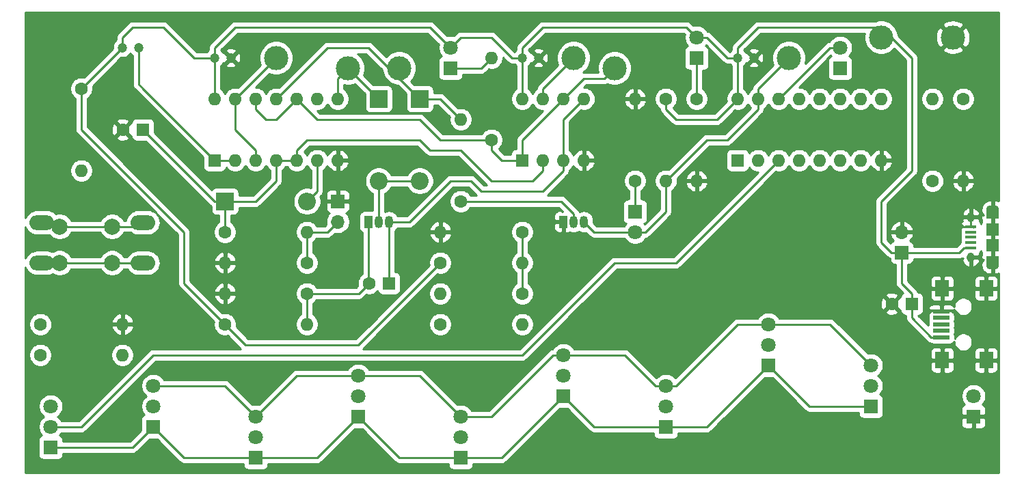
<source format=gtl>
G04 #@! TF.GenerationSoftware,KiCad,Pcbnew,(5.1.10)-1*
G04 #@! TF.CreationDate,2021-10-13T19:52:23+02:00*
G04 #@! TF.ProjectId,frogger,66726f67-6765-4722-9e6b-696361645f70,1*
G04 #@! TF.SameCoordinates,Original*
G04 #@! TF.FileFunction,Copper,L1,Top*
G04 #@! TF.FilePolarity,Positive*
%FSLAX46Y46*%
G04 Gerber Fmt 4.6, Leading zero omitted, Abs format (unit mm)*
G04 Created by KiCad (PCBNEW (5.1.10)-1) date 2021-10-13 19:52:23*
%MOMM*%
%LPD*%
G01*
G04 APERTURE LIST*
G04 #@! TA.AperFunction,ComponentPad*
%ADD10O,1.600000X1.600000*%
G04 #@! TD*
G04 #@! TA.AperFunction,ComponentPad*
%ADD11R,1.600000X1.600000*%
G04 #@! TD*
G04 #@! TA.AperFunction,SMDPad,CuDef*
%ADD12R,1.700000X2.000000*%
G04 #@! TD*
G04 #@! TA.AperFunction,SMDPad,CuDef*
%ADD13R,2.000000X0.500000*%
G04 #@! TD*
G04 #@! TA.AperFunction,ComponentPad*
%ADD14C,1.800000*%
G04 #@! TD*
G04 #@! TA.AperFunction,ComponentPad*
%ADD15R,1.800000X1.800000*%
G04 #@! TD*
G04 #@! TA.AperFunction,ComponentPad*
%ADD16C,1.600000*%
G04 #@! TD*
G04 #@! TA.AperFunction,ComponentPad*
%ADD17O,1.700000X1.700000*%
G04 #@! TD*
G04 #@! TA.AperFunction,ComponentPad*
%ADD18R,1.700000X1.700000*%
G04 #@! TD*
G04 #@! TA.AperFunction,ComponentPad*
%ADD19O,2.200000X2.200000*%
G04 #@! TD*
G04 #@! TA.AperFunction,ComponentPad*
%ADD20R,2.200000X2.200000*%
G04 #@! TD*
G04 #@! TA.AperFunction,ComponentPad*
%ADD21C,1.200000*%
G04 #@! TD*
G04 #@! TA.AperFunction,ComponentPad*
%ADD22C,2.000000*%
G04 #@! TD*
G04 #@! TA.AperFunction,SMDPad,CuDef*
%ADD23C,3.000000*%
G04 #@! TD*
G04 #@! TA.AperFunction,ComponentPad*
%ADD24O,3.048000X1.850000*%
G04 #@! TD*
G04 #@! TA.AperFunction,ComponentPad*
%ADD25R,1.050000X1.500000*%
G04 #@! TD*
G04 #@! TA.AperFunction,ComponentPad*
%ADD26O,1.050000X1.500000*%
G04 #@! TD*
G04 #@! TA.AperFunction,ComponentPad*
%ADD27O,1.550000X0.890000*%
G04 #@! TD*
G04 #@! TA.AperFunction,SMDPad,CuDef*
%ADD28R,1.550000X1.200000*%
G04 #@! TD*
G04 #@! TA.AperFunction,SMDPad,CuDef*
%ADD29R,1.550000X1.500000*%
G04 #@! TD*
G04 #@! TA.AperFunction,ComponentPad*
%ADD30O,0.950000X1.250000*%
G04 #@! TD*
G04 #@! TA.AperFunction,SMDPad,CuDef*
%ADD31R,1.350000X0.400000*%
G04 #@! TD*
G04 #@! TA.AperFunction,Conductor*
%ADD32C,0.250000*%
G04 #@! TD*
G04 #@! TA.AperFunction,Conductor*
%ADD33C,0.254000*%
G04 #@! TD*
G04 #@! TA.AperFunction,Conductor*
%ADD34C,0.150000*%
G04 #@! TD*
G04 APERTURE END LIST*
D10*
X142240000Y-39370000D03*
X160020000Y-46990000D03*
X144780000Y-39370000D03*
X157480000Y-46990000D03*
X147320000Y-39370000D03*
X154940000Y-46990000D03*
X149860000Y-39370000D03*
X152400000Y-46990000D03*
X152400000Y-39370000D03*
X149860000Y-46990000D03*
X154940000Y-39370000D03*
X147320000Y-46990000D03*
X157480000Y-39370000D03*
X144780000Y-46990000D03*
X160020000Y-39370000D03*
D11*
X142240000Y-46990000D03*
D10*
X115570000Y-39370000D03*
X123190000Y-46990000D03*
X118110000Y-39370000D03*
X120650000Y-46990000D03*
X120650000Y-39370000D03*
X118110000Y-46990000D03*
X123190000Y-39370000D03*
D11*
X115570000Y-46990000D03*
D10*
X77470000Y-39370000D03*
X92710000Y-46990000D03*
X80010000Y-39370000D03*
X90170000Y-46990000D03*
X82550000Y-39370000D03*
X87630000Y-46990000D03*
X85090000Y-39370000D03*
X85090000Y-46990000D03*
X87630000Y-39370000D03*
X82550000Y-46990000D03*
X90170000Y-39370000D03*
X80010000Y-46990000D03*
X92710000Y-39370000D03*
D11*
X77470000Y-46990000D03*
D12*
X173030000Y-62860000D03*
X167580000Y-62860000D03*
X173030000Y-71760000D03*
X167580000Y-71760000D03*
D13*
X167480000Y-65710000D03*
X167480000Y-66510000D03*
X167480000Y-67310000D03*
X167480000Y-68110000D03*
X167480000Y-68910000D03*
D14*
X137160000Y-31750000D03*
D15*
X137160000Y-34290000D03*
D10*
X137160000Y-49530000D03*
D16*
X137160000Y-39370000D03*
D14*
X95250000Y-73660000D03*
X95250000Y-76200000D03*
D15*
X95250000Y-78740000D03*
D10*
X78740000Y-59690000D03*
D16*
X88900000Y-59690000D03*
D17*
X92710000Y-54610000D03*
D18*
X92710000Y-52070000D03*
D19*
X88900000Y-52070000D03*
D20*
X78740000Y-52070000D03*
D14*
X82550000Y-78740000D03*
X82550000Y-81280000D03*
D15*
X82550000Y-83820000D03*
D10*
X66040000Y-67310000D03*
D16*
X55880000Y-67310000D03*
D21*
X68040000Y-33020000D03*
X66040000Y-33020000D03*
D22*
X58270000Y-59690000D03*
X58270000Y-55190000D03*
X64770000Y-59690000D03*
X64770000Y-55190000D03*
D23*
X148590000Y-34290000D03*
X93980000Y-35560000D03*
X100330000Y-35560000D03*
X127000000Y-35560000D03*
X121920000Y-34290000D03*
X85090000Y-34290000D03*
X160020000Y-31750000D03*
X168910000Y-31750000D03*
D24*
X68580000Y-54690000D03*
X68580000Y-59690000D03*
X56080000Y-54690000D03*
X56080000Y-59690000D03*
D10*
X129540000Y-39370000D03*
D16*
X129540000Y-49530000D03*
D10*
X170180000Y-49530000D03*
D16*
X170180000Y-39370000D03*
D10*
X111760000Y-34290000D03*
D16*
X111760000Y-44450000D03*
D10*
X66040000Y-71120000D03*
D16*
X55880000Y-71120000D03*
D10*
X115570000Y-67310000D03*
D16*
X105410000Y-67310000D03*
D10*
X166370000Y-39370000D03*
D16*
X166370000Y-49530000D03*
D10*
X133350000Y-49530000D03*
D16*
X133350000Y-39370000D03*
D10*
X107950000Y-41910000D03*
D16*
X107950000Y-52070000D03*
D10*
X105410000Y-55880000D03*
D16*
X115570000Y-55880000D03*
D10*
X115570000Y-59690000D03*
D16*
X105410000Y-59690000D03*
D10*
X105410000Y-63500000D03*
D16*
X115570000Y-63500000D03*
D10*
X60960000Y-48260000D03*
D16*
X60960000Y-38100000D03*
D10*
X78740000Y-63500000D03*
D16*
X88900000Y-63500000D03*
D10*
X88900000Y-67310000D03*
D16*
X78740000Y-67310000D03*
D10*
X88900000Y-55880000D03*
D16*
X78740000Y-55880000D03*
D25*
X120650000Y-54610000D03*
D26*
X123190000Y-54610000D03*
X121920000Y-54610000D03*
D25*
X96520000Y-54610000D03*
D26*
X99060000Y-54610000D03*
X97790000Y-54610000D03*
D17*
X162560000Y-55880000D03*
D18*
X162560000Y-58420000D03*
D27*
X173820000Y-53030000D03*
X173820000Y-60030000D03*
D28*
X173820000Y-53630000D03*
X173820000Y-59430000D03*
D29*
X173820000Y-55530000D03*
X173820000Y-57530000D03*
D30*
X171120000Y-54030000D03*
X171120000Y-59030000D03*
D31*
X171120000Y-55230000D03*
X171120000Y-55880000D03*
X171120000Y-56530000D03*
X171120000Y-57180000D03*
X171120000Y-57830000D03*
D14*
X129540000Y-55880000D03*
D15*
X129540000Y-53340000D03*
D14*
X154940000Y-33020000D03*
D15*
X154940000Y-35560000D03*
D14*
X106680000Y-33020000D03*
D15*
X106680000Y-35560000D03*
D14*
X171450000Y-76200000D03*
D15*
X171450000Y-78740000D03*
D14*
X158750000Y-72390000D03*
X158750000Y-74930000D03*
D15*
X158750000Y-77470000D03*
D14*
X146050000Y-67310000D03*
X146050000Y-69850000D03*
D15*
X146050000Y-72390000D03*
D14*
X133350000Y-74930000D03*
X133350000Y-77470000D03*
D15*
X133350000Y-80010000D03*
D14*
X120650000Y-71120000D03*
X120650000Y-73660000D03*
D15*
X120650000Y-76200000D03*
D14*
X107950000Y-78740000D03*
X107950000Y-81280000D03*
D15*
X107950000Y-83820000D03*
D14*
X69850000Y-74930000D03*
X69850000Y-77470000D03*
D15*
X69850000Y-80010000D03*
D14*
X57150000Y-77470000D03*
X57150000Y-80010000D03*
D15*
X57150000Y-82550000D03*
D19*
X102870000Y-49530000D03*
D20*
X102870000Y-39370000D03*
D19*
X97790000Y-49530000D03*
D20*
X97790000Y-39370000D03*
D16*
X96560000Y-62230000D03*
D11*
X99060000Y-62230000D03*
D21*
X144240000Y-34290000D03*
X142240000Y-34290000D03*
X117570000Y-34290000D03*
X115570000Y-34290000D03*
X79470000Y-34290000D03*
X77470000Y-34290000D03*
D16*
X161330000Y-64770000D03*
D11*
X163830000Y-64770000D03*
D16*
X66080000Y-43180000D03*
D11*
X68580000Y-43180000D03*
D32*
X142240000Y-39370000D02*
X142240000Y-36830000D01*
X142240000Y-36830000D02*
X142240000Y-35560000D01*
X142240000Y-35560000D02*
X142240000Y-33020000D01*
X77470000Y-34290000D02*
X77470000Y-33020000D01*
X77470000Y-39370000D02*
X77470000Y-34290000D01*
X105410000Y-59690000D02*
X99060000Y-66040000D01*
X95250000Y-69850000D02*
X97155000Y-67945000D01*
X97155000Y-67945000D02*
X105410000Y-59690000D01*
X160020000Y-30480000D02*
X144780000Y-30480000D01*
X80010000Y-30480000D02*
X81280000Y-30480000D01*
X73660000Y-62230000D02*
X78740000Y-67310000D01*
X78740000Y-67310000D02*
X81280000Y-69850000D01*
X81280000Y-69850000D02*
X95250000Y-69850000D01*
X160020000Y-31750000D02*
X160655000Y-31115000D01*
X160655000Y-31115000D02*
X160020000Y-30480000D01*
X161290000Y-31750000D02*
X160020000Y-31750000D01*
X162560000Y-33020000D02*
X161290000Y-31750000D01*
X66040000Y-31750000D02*
X66040000Y-33020000D01*
X67310000Y-30480000D02*
X66040000Y-31750000D01*
X66040000Y-33020000D02*
X60960000Y-38100000D01*
X60960000Y-38100000D02*
X60960000Y-43180000D01*
X60960000Y-43180000D02*
X66040000Y-48260000D01*
X66040000Y-48260000D02*
X73660000Y-55880000D01*
X73660000Y-62230000D02*
X73660000Y-55880000D01*
X142240000Y-33020000D02*
X144780000Y-30480000D01*
X142240000Y-34290000D02*
X140970000Y-34290000D01*
X138430000Y-31750000D02*
X137160000Y-31750000D01*
X140970000Y-34290000D02*
X138430000Y-31750000D01*
X107950000Y-31750000D02*
X106680000Y-33020000D01*
X111760000Y-31750000D02*
X107950000Y-31750000D01*
X114300000Y-34290000D02*
X111760000Y-31750000D01*
X115570000Y-34290000D02*
X114300000Y-34290000D01*
X135890000Y-30480000D02*
X137160000Y-31750000D01*
X118110000Y-30480000D02*
X135890000Y-30480000D01*
X115570000Y-33020000D02*
X118110000Y-30480000D01*
X115570000Y-39370000D02*
X115570000Y-33020000D01*
X142240000Y-39370000D02*
X139700000Y-41910000D01*
X139700000Y-41910000D02*
X134620000Y-41910000D01*
X134620000Y-41910000D02*
X133350000Y-40640000D01*
X133350000Y-40640000D02*
X133350000Y-39370000D01*
X106680000Y-33020000D02*
X104140000Y-30480000D01*
X104140000Y-30480000D02*
X80010000Y-30480000D01*
X77470000Y-33020000D02*
X80010000Y-30480000D01*
X77470000Y-34290000D02*
X74930000Y-34290000D01*
X74930000Y-34290000D02*
X71120000Y-30480000D01*
X71120000Y-30480000D02*
X67310000Y-30480000D01*
X162560000Y-58420000D02*
X162560000Y-62230000D01*
X162560000Y-62230000D02*
X163830000Y-63500000D01*
X163830000Y-63500000D02*
X163830000Y-64770000D01*
X162560000Y-58420000D02*
X161290000Y-58420000D01*
X161290000Y-58420000D02*
X160020000Y-57150000D01*
X160020000Y-57150000D02*
X160020000Y-52070000D01*
X160020000Y-52070000D02*
X163830000Y-48260000D01*
X163830000Y-48260000D02*
X163830000Y-34290000D01*
X163830000Y-34290000D02*
X162560000Y-33020000D01*
X162560000Y-58420000D02*
X169670000Y-58420000D01*
X163830000Y-66510000D02*
X163830000Y-64770000D01*
X166230000Y-68910000D02*
X163830000Y-66510000D01*
X167480000Y-68910000D02*
X166230000Y-68910000D01*
X170260000Y-57830000D02*
X171120000Y-57830000D01*
X169670000Y-58420000D02*
X170260000Y-57830000D01*
X171450000Y-55230000D02*
X171450000Y-55354999D01*
X167480000Y-62960000D02*
X167580000Y-62860000D01*
X167480000Y-65710000D02*
X167480000Y-62960000D01*
X171120000Y-54030000D02*
X171120000Y-55230000D01*
X171120000Y-55230000D02*
X171120000Y-54940000D01*
X170195000Y-55230000D02*
X169575000Y-54610000D01*
X171120000Y-55230000D02*
X170195000Y-55230000D01*
X133350000Y-49530000D02*
X138430000Y-44450000D01*
X144780000Y-39370000D02*
X144780000Y-40640000D01*
X144780000Y-40640000D02*
X140970000Y-44450000D01*
X140970000Y-44450000D02*
X138430000Y-44450000D01*
X129540000Y-55880000D02*
X130810000Y-55880000D01*
X130810000Y-55880000D02*
X133350000Y-53340000D01*
X133350000Y-53340000D02*
X133350000Y-49530000D01*
X144780000Y-39370000D02*
X144780000Y-38100000D01*
X144780000Y-38100000D02*
X148590000Y-34290000D01*
X124460000Y-55880000D02*
X123190000Y-54610000D01*
X129540000Y-55880000D02*
X124460000Y-55880000D01*
X82550000Y-46990000D02*
X82550000Y-45720000D01*
X80010000Y-43180000D02*
X80010000Y-39370000D01*
X82550000Y-45720000D02*
X80010000Y-43180000D01*
X80010000Y-39370000D02*
X85090000Y-34290000D01*
X153670000Y-33020000D02*
X154940000Y-33020000D01*
X147320000Y-39370000D02*
X153670000Y-33020000D01*
X115570000Y-44450000D02*
X120650000Y-39370000D01*
X115570000Y-46990000D02*
X115570000Y-44450000D01*
X120650000Y-39370000D02*
X123190000Y-36830000D01*
X123190000Y-36830000D02*
X125730000Y-36830000D01*
X125730000Y-36830000D02*
X127000000Y-35560000D01*
X82550000Y-40640000D02*
X83820000Y-41910000D01*
X82550000Y-39370000D02*
X82550000Y-40640000D01*
X105410000Y-44450000D02*
X102870000Y-41910000D01*
X105410000Y-44450000D02*
X111760000Y-44450000D01*
X111760000Y-44450000D02*
X111760000Y-45720000D01*
X111760000Y-45720000D02*
X113030000Y-46990000D01*
X113030000Y-46990000D02*
X115570000Y-46990000D01*
X87630000Y-39370000D02*
X85090000Y-41910000D01*
X87630000Y-39370000D02*
X90170000Y-41910000D01*
X102870000Y-41910000D02*
X90170000Y-41910000D01*
X83820000Y-41910000D02*
X85090000Y-41910000D01*
X144780000Y-49530000D02*
X147320000Y-46990000D01*
X60960000Y-80010000D02*
X57150000Y-80010000D01*
X69850000Y-71120000D02*
X60960000Y-80010000D01*
X115570000Y-71120000D02*
X69850000Y-71120000D01*
X127000000Y-59690000D02*
X115570000Y-71120000D01*
X134620000Y-59690000D02*
X127000000Y-59690000D01*
X147320000Y-46990000D02*
X134620000Y-59690000D01*
X87630000Y-46990000D02*
X85090000Y-46990000D01*
X78740000Y-52070000D02*
X82550000Y-52070000D01*
X85090000Y-49530000D02*
X85090000Y-46990000D01*
X82550000Y-52070000D02*
X85090000Y-49530000D01*
X78740000Y-52070000D02*
X78740000Y-55880000D01*
X77470000Y-52070000D02*
X68580000Y-43180000D01*
X78740000Y-52070000D02*
X77470000Y-52070000D01*
X87630000Y-45720000D02*
X87630000Y-46990000D01*
X88900000Y-44450000D02*
X87630000Y-45720000D01*
X104140000Y-45720000D02*
X102870000Y-44450000D01*
X111760000Y-49530000D02*
X107950000Y-45720000D01*
X102870000Y-44450000D02*
X88900000Y-44450000D01*
X116840000Y-49530000D02*
X111760000Y-49530000D01*
X118110000Y-48260000D02*
X116840000Y-49530000D01*
X107950000Y-45720000D02*
X104140000Y-45720000D01*
X118110000Y-46990000D02*
X118110000Y-48260000D01*
X87630000Y-36830000D02*
X85090000Y-39370000D01*
X96520000Y-33020000D02*
X91440000Y-33020000D01*
X88900000Y-35560000D02*
X85090000Y-39370000D01*
X91440000Y-33020000D02*
X88900000Y-35560000D01*
X100330000Y-35560000D02*
X100330000Y-36830000D01*
X100330000Y-36830000D02*
X96520000Y-33020000D01*
X102870000Y-39370000D02*
X100330000Y-36830000D01*
X105410000Y-39370000D02*
X107950000Y-41910000D01*
X102870000Y-39370000D02*
X105410000Y-39370000D01*
X58270000Y-55190000D02*
X64770000Y-55190000D01*
X57770000Y-54690000D02*
X58270000Y-55190000D01*
X56080000Y-54690000D02*
X57770000Y-54690000D01*
X68080000Y-55190000D02*
X68580000Y-54690000D01*
X64770000Y-55190000D02*
X68080000Y-55190000D01*
X68580000Y-54690000D02*
X68580000Y-54610000D01*
X77470000Y-46990000D02*
X80010000Y-46990000D01*
X77470000Y-46990000D02*
X68580000Y-38100000D01*
X68040000Y-37560000D02*
X68580000Y-38100000D01*
X68040000Y-33020000D02*
X68040000Y-37560000D01*
X55880000Y-54490000D02*
X56080000Y-54690000D01*
X92710000Y-36830000D02*
X93980000Y-35560000D01*
X92710000Y-39370000D02*
X92710000Y-36830000D01*
X93980000Y-35560000D02*
X97790000Y-39370000D01*
X97790000Y-49530000D02*
X102870000Y-49530000D01*
X97790000Y-49530000D02*
X97790000Y-54610000D01*
X102870000Y-73660000D02*
X107950000Y-78740000D01*
X95250000Y-73660000D02*
X102870000Y-73660000D01*
X107950000Y-78740000D02*
X111760000Y-78740000D01*
X119380000Y-71120000D02*
X120650000Y-71120000D01*
X111760000Y-78740000D02*
X119380000Y-71120000D01*
X120650000Y-71120000D02*
X128270000Y-71120000D01*
X146050000Y-67310000D02*
X142240000Y-67310000D01*
X87630000Y-73660000D02*
X82550000Y-78740000D01*
X95250000Y-73660000D02*
X87630000Y-73660000D01*
X78740000Y-74930000D02*
X69850000Y-74930000D01*
X82550000Y-78740000D02*
X78740000Y-74930000D01*
X133350000Y-74930000D02*
X132080000Y-74930000D01*
X128270000Y-71120000D02*
X132080000Y-74930000D01*
X133350000Y-74930000D02*
X134620000Y-74930000D01*
X142240000Y-67310000D02*
X134620000Y-74930000D01*
X158750000Y-72390000D02*
X153670000Y-67310000D01*
X146050000Y-67310000D02*
X153670000Y-67310000D01*
X100330000Y-83820000D02*
X95250000Y-78740000D01*
X107950000Y-83820000D02*
X100330000Y-83820000D01*
X113030000Y-83820000D02*
X120650000Y-76200000D01*
X107950000Y-83820000D02*
X113030000Y-83820000D01*
X149860000Y-76200000D02*
X146050000Y-72390000D01*
X90170000Y-83820000D02*
X95250000Y-78740000D01*
X82550000Y-83820000D02*
X90170000Y-83820000D01*
X67310000Y-82550000D02*
X69850000Y-80010000D01*
X57150000Y-82550000D02*
X67310000Y-82550000D01*
X73660000Y-83820000D02*
X69850000Y-80010000D01*
X82550000Y-83820000D02*
X73660000Y-83820000D01*
X124460000Y-80010000D02*
X120650000Y-76200000D01*
X133350000Y-80010000D02*
X124460000Y-80010000D01*
X138430000Y-80010000D02*
X146050000Y-72390000D01*
X133350000Y-80010000D02*
X138430000Y-80010000D01*
X158750000Y-77470000D02*
X151130000Y-77470000D01*
X151130000Y-77470000D02*
X149860000Y-76200000D01*
X110490000Y-35560000D02*
X111760000Y-34290000D01*
X106680000Y-35560000D02*
X110490000Y-35560000D01*
X129540000Y-53340000D02*
X129540000Y-49530000D01*
X137160000Y-39370000D02*
X137160000Y-34290000D01*
X118110000Y-38100000D02*
X121920000Y-34290000D01*
X118110000Y-39370000D02*
X118110000Y-38100000D01*
X120380000Y-52070000D02*
X121920000Y-53610000D01*
X121920000Y-53610000D02*
X121920000Y-54610000D01*
X107950000Y-52070000D02*
X120380000Y-52070000D01*
X88900000Y-52070000D02*
X90170000Y-50800000D01*
X90170000Y-50800000D02*
X90170000Y-46990000D01*
X90170000Y-48260000D02*
X90170000Y-49530000D01*
X90170000Y-46990000D02*
X90170000Y-48260000D01*
X58270000Y-59690000D02*
X64770000Y-59690000D01*
X56080000Y-59690000D02*
X58270000Y-59690000D01*
X64770000Y-59690000D02*
X68580000Y-59690000D01*
X115570000Y-55880000D02*
X115570000Y-59690000D01*
X115570000Y-59690000D02*
X115570000Y-63500000D01*
X96520000Y-62190000D02*
X96560000Y-62230000D01*
X96520000Y-54610000D02*
X96520000Y-62190000D01*
X96520000Y-62270000D02*
X96560000Y-62230000D01*
X88900000Y-67310000D02*
X88900000Y-63500000D01*
X95290000Y-63500000D02*
X96560000Y-62230000D01*
X88900000Y-63500000D02*
X95290000Y-63500000D01*
X120650000Y-41910000D02*
X123190000Y-39370000D01*
X120650000Y-46990000D02*
X120650000Y-41910000D01*
X99060000Y-55880000D02*
X99060000Y-60960000D01*
X99060000Y-54610000D02*
X99060000Y-55880000D01*
X99060000Y-55880000D02*
X99060000Y-62230000D01*
X118110000Y-50800000D02*
X120650000Y-48260000D01*
X109220000Y-49530000D02*
X110490000Y-50800000D01*
X101600000Y-54610000D02*
X106680000Y-49530000D01*
X120650000Y-48260000D02*
X120650000Y-46990000D01*
X110490000Y-50800000D02*
X118110000Y-50800000D01*
X106680000Y-49530000D02*
X109220000Y-49530000D01*
X99060000Y-54610000D02*
X101600000Y-54610000D01*
X88900000Y-59690000D02*
X88900000Y-55880000D01*
X91440000Y-55880000D02*
X92710000Y-54610000D01*
X88900000Y-55880000D02*
X91440000Y-55880000D01*
D33*
X174575000Y-52034702D02*
X174485257Y-51995528D01*
X174277000Y-51950000D01*
X173947000Y-51950000D01*
X173947000Y-55403000D01*
X173967000Y-55403000D01*
X173967000Y-55657000D01*
X173947000Y-55657000D01*
X173947000Y-57403000D01*
X173967000Y-57403000D01*
X173967000Y-57657000D01*
X173947000Y-57657000D01*
X173947000Y-61110000D01*
X174277000Y-61110000D01*
X174485257Y-61064472D01*
X174575001Y-61025298D01*
X174575001Y-85675000D01*
X54025000Y-85675000D01*
X54025000Y-70978665D01*
X54445000Y-70978665D01*
X54445000Y-71261335D01*
X54500147Y-71538574D01*
X54608320Y-71799727D01*
X54765363Y-72034759D01*
X54965241Y-72234637D01*
X55200273Y-72391680D01*
X55461426Y-72499853D01*
X55738665Y-72555000D01*
X56021335Y-72555000D01*
X56298574Y-72499853D01*
X56559727Y-72391680D01*
X56794759Y-72234637D01*
X56994637Y-72034759D01*
X57151680Y-71799727D01*
X57259853Y-71538574D01*
X57315000Y-71261335D01*
X57315000Y-70978665D01*
X64605000Y-70978665D01*
X64605000Y-71261335D01*
X64660147Y-71538574D01*
X64768320Y-71799727D01*
X64925363Y-72034759D01*
X65125241Y-72234637D01*
X65360273Y-72391680D01*
X65621426Y-72499853D01*
X65898665Y-72555000D01*
X66181335Y-72555000D01*
X66458574Y-72499853D01*
X66719727Y-72391680D01*
X66954759Y-72234637D01*
X67154637Y-72034759D01*
X67311680Y-71799727D01*
X67419853Y-71538574D01*
X67475000Y-71261335D01*
X67475000Y-70978665D01*
X67419853Y-70701426D01*
X67311680Y-70440273D01*
X67154637Y-70205241D01*
X66954759Y-70005363D01*
X66719727Y-69848320D01*
X66458574Y-69740147D01*
X66181335Y-69685000D01*
X65898665Y-69685000D01*
X65621426Y-69740147D01*
X65360273Y-69848320D01*
X65125241Y-70005363D01*
X64925363Y-70205241D01*
X64768320Y-70440273D01*
X64660147Y-70701426D01*
X64605000Y-70978665D01*
X57315000Y-70978665D01*
X57259853Y-70701426D01*
X57151680Y-70440273D01*
X56994637Y-70205241D01*
X56794759Y-70005363D01*
X56559727Y-69848320D01*
X56298574Y-69740147D01*
X56021335Y-69685000D01*
X55738665Y-69685000D01*
X55461426Y-69740147D01*
X55200273Y-69848320D01*
X54965241Y-70005363D01*
X54765363Y-70205241D01*
X54608320Y-70440273D01*
X54500147Y-70701426D01*
X54445000Y-70978665D01*
X54025000Y-70978665D01*
X54025000Y-67168665D01*
X54445000Y-67168665D01*
X54445000Y-67451335D01*
X54500147Y-67728574D01*
X54608320Y-67989727D01*
X54765363Y-68224759D01*
X54965241Y-68424637D01*
X55200273Y-68581680D01*
X55461426Y-68689853D01*
X55738665Y-68745000D01*
X56021335Y-68745000D01*
X56298574Y-68689853D01*
X56559727Y-68581680D01*
X56794759Y-68424637D01*
X56994637Y-68224759D01*
X57151680Y-67989727D01*
X57259853Y-67728574D01*
X57273684Y-67659039D01*
X64648096Y-67659039D01*
X64688754Y-67793087D01*
X64808963Y-68047420D01*
X64976481Y-68273414D01*
X65184869Y-68462385D01*
X65426119Y-68607070D01*
X65690960Y-68701909D01*
X65913000Y-68580624D01*
X65913000Y-67437000D01*
X66167000Y-67437000D01*
X66167000Y-68580624D01*
X66389040Y-68701909D01*
X66653881Y-68607070D01*
X66895131Y-68462385D01*
X67103519Y-68273414D01*
X67271037Y-68047420D01*
X67391246Y-67793087D01*
X67431904Y-67659039D01*
X67309915Y-67437000D01*
X66167000Y-67437000D01*
X65913000Y-67437000D01*
X64770085Y-67437000D01*
X64648096Y-67659039D01*
X57273684Y-67659039D01*
X57315000Y-67451335D01*
X57315000Y-67168665D01*
X57273685Y-66960961D01*
X64648096Y-66960961D01*
X64770085Y-67183000D01*
X65913000Y-67183000D01*
X65913000Y-66039376D01*
X66167000Y-66039376D01*
X66167000Y-67183000D01*
X67309915Y-67183000D01*
X67431904Y-66960961D01*
X67391246Y-66826913D01*
X67271037Y-66572580D01*
X67103519Y-66346586D01*
X66895131Y-66157615D01*
X66653881Y-66012930D01*
X66389040Y-65918091D01*
X66167000Y-66039376D01*
X65913000Y-66039376D01*
X65690960Y-65918091D01*
X65426119Y-66012930D01*
X65184869Y-66157615D01*
X64976481Y-66346586D01*
X64808963Y-66572580D01*
X64688754Y-66826913D01*
X64648096Y-66960961D01*
X57273685Y-66960961D01*
X57259853Y-66891426D01*
X57151680Y-66630273D01*
X56994637Y-66395241D01*
X56794759Y-66195363D01*
X56559727Y-66038320D01*
X56298574Y-65930147D01*
X56021335Y-65875000D01*
X55738665Y-65875000D01*
X55461426Y-65930147D01*
X55200273Y-66038320D01*
X54965241Y-66195363D01*
X54765363Y-66395241D01*
X54608320Y-66630273D01*
X54500147Y-66891426D01*
X54445000Y-67168665D01*
X54025000Y-67168665D01*
X54025000Y-60264247D01*
X54032774Y-60289875D01*
X54177631Y-60560883D01*
X54372576Y-60798424D01*
X54610117Y-60993369D01*
X54881125Y-61138226D01*
X55175187Y-61227428D01*
X55404364Y-61250000D01*
X56755636Y-61250000D01*
X56984813Y-61227428D01*
X57278875Y-61138226D01*
X57398671Y-61074194D01*
X57495537Y-61138918D01*
X57793088Y-61262168D01*
X58108967Y-61325000D01*
X58431033Y-61325000D01*
X58746912Y-61262168D01*
X59044463Y-61138918D01*
X59312252Y-60959987D01*
X59539987Y-60732252D01*
X59718918Y-60464463D01*
X59724909Y-60450000D01*
X63315091Y-60450000D01*
X63321082Y-60464463D01*
X63500013Y-60732252D01*
X63727748Y-60959987D01*
X63995537Y-61138918D01*
X64293088Y-61262168D01*
X64608967Y-61325000D01*
X64931033Y-61325000D01*
X65246912Y-61262168D01*
X65544463Y-61138918D01*
X65812252Y-60959987D01*
X66039987Y-60732252D01*
X66218918Y-60464463D01*
X66224909Y-60450000D01*
X66618363Y-60450000D01*
X66677631Y-60560883D01*
X66872576Y-60798424D01*
X67110117Y-60993369D01*
X67381125Y-61138226D01*
X67675187Y-61227428D01*
X67904364Y-61250000D01*
X69255636Y-61250000D01*
X69484813Y-61227428D01*
X69778875Y-61138226D01*
X70049883Y-60993369D01*
X70287424Y-60798424D01*
X70482369Y-60560883D01*
X70627226Y-60289875D01*
X70716428Y-59995813D01*
X70746548Y-59690000D01*
X70716428Y-59384187D01*
X70627226Y-59090125D01*
X70482369Y-58819117D01*
X70287424Y-58581576D01*
X70049883Y-58386631D01*
X69778875Y-58241774D01*
X69484813Y-58152572D01*
X69255636Y-58130000D01*
X67904364Y-58130000D01*
X67675187Y-58152572D01*
X67381125Y-58241774D01*
X67110117Y-58386631D01*
X66872576Y-58581576D01*
X66677631Y-58819117D01*
X66618363Y-58930000D01*
X66224909Y-58930000D01*
X66218918Y-58915537D01*
X66039987Y-58647748D01*
X65812252Y-58420013D01*
X65544463Y-58241082D01*
X65246912Y-58117832D01*
X64931033Y-58055000D01*
X64608967Y-58055000D01*
X64293088Y-58117832D01*
X63995537Y-58241082D01*
X63727748Y-58420013D01*
X63500013Y-58647748D01*
X63321082Y-58915537D01*
X63315091Y-58930000D01*
X59724909Y-58930000D01*
X59718918Y-58915537D01*
X59539987Y-58647748D01*
X59312252Y-58420013D01*
X59044463Y-58241082D01*
X58746912Y-58117832D01*
X58431033Y-58055000D01*
X58108967Y-58055000D01*
X57793088Y-58117832D01*
X57495537Y-58241082D01*
X57398671Y-58305806D01*
X57278875Y-58241774D01*
X56984813Y-58152572D01*
X56755636Y-58130000D01*
X55404364Y-58130000D01*
X55175187Y-58152572D01*
X54881125Y-58241774D01*
X54610117Y-58386631D01*
X54372576Y-58581576D01*
X54177631Y-58819117D01*
X54032774Y-59090125D01*
X54025000Y-59115753D01*
X54025000Y-55264247D01*
X54032774Y-55289875D01*
X54177631Y-55560883D01*
X54372576Y-55798424D01*
X54610117Y-55993369D01*
X54881125Y-56138226D01*
X55175187Y-56227428D01*
X55404364Y-56250000D01*
X56755636Y-56250000D01*
X56984813Y-56227428D01*
X56994771Y-56224407D01*
X57000013Y-56232252D01*
X57227748Y-56459987D01*
X57495537Y-56638918D01*
X57793088Y-56762168D01*
X58108967Y-56825000D01*
X58431033Y-56825000D01*
X58746912Y-56762168D01*
X59044463Y-56638918D01*
X59312252Y-56459987D01*
X59539987Y-56232252D01*
X59718918Y-55964463D01*
X59724909Y-55950000D01*
X63315091Y-55950000D01*
X63321082Y-55964463D01*
X63500013Y-56232252D01*
X63727748Y-56459987D01*
X63995537Y-56638918D01*
X64293088Y-56762168D01*
X64608967Y-56825000D01*
X64931033Y-56825000D01*
X65246912Y-56762168D01*
X65544463Y-56638918D01*
X65812252Y-56459987D01*
X66039987Y-56232252D01*
X66218918Y-55964463D01*
X66224909Y-55950000D01*
X67057272Y-55950000D01*
X67110117Y-55993369D01*
X67381125Y-56138226D01*
X67675187Y-56227428D01*
X67904364Y-56250000D01*
X69255636Y-56250000D01*
X69484813Y-56227428D01*
X69778875Y-56138226D01*
X70049883Y-55993369D01*
X70287424Y-55798424D01*
X70482369Y-55560883D01*
X70627226Y-55289875D01*
X70716428Y-54995813D01*
X70746548Y-54690000D01*
X70716428Y-54384187D01*
X70627226Y-54090125D01*
X70482369Y-53819117D01*
X70290397Y-53585199D01*
X72900001Y-56194803D01*
X72900000Y-62192677D01*
X72896324Y-62230000D01*
X72900000Y-62267322D01*
X72900000Y-62267332D01*
X72910997Y-62378985D01*
X72942321Y-62482247D01*
X72954454Y-62522246D01*
X73025026Y-62654276D01*
X73064871Y-62702826D01*
X73119999Y-62770001D01*
X73149003Y-62793804D01*
X77341312Y-66986114D01*
X77305000Y-67168665D01*
X77305000Y-67451335D01*
X77360147Y-67728574D01*
X77468320Y-67989727D01*
X77625363Y-68224759D01*
X77825241Y-68424637D01*
X78060273Y-68581680D01*
X78321426Y-68689853D01*
X78598665Y-68745000D01*
X78881335Y-68745000D01*
X79063886Y-68708688D01*
X80715197Y-70360000D01*
X69887333Y-70360000D01*
X69850000Y-70356323D01*
X69812667Y-70360000D01*
X69701014Y-70370997D01*
X69557753Y-70414454D01*
X69425724Y-70485026D01*
X69309999Y-70579999D01*
X69286201Y-70608997D01*
X60645199Y-79250000D01*
X58488313Y-79250000D01*
X58342312Y-79031495D01*
X58128505Y-78817688D01*
X58012237Y-78740000D01*
X58128505Y-78662312D01*
X58342312Y-78448505D01*
X58510299Y-78197095D01*
X58626011Y-77917743D01*
X58685000Y-77621184D01*
X58685000Y-77318816D01*
X58626011Y-77022257D01*
X58510299Y-76742905D01*
X58342312Y-76491495D01*
X58128505Y-76277688D01*
X57877095Y-76109701D01*
X57597743Y-75993989D01*
X57301184Y-75935000D01*
X56998816Y-75935000D01*
X56702257Y-75993989D01*
X56422905Y-76109701D01*
X56171495Y-76277688D01*
X55957688Y-76491495D01*
X55789701Y-76742905D01*
X55673989Y-77022257D01*
X55615000Y-77318816D01*
X55615000Y-77621184D01*
X55673989Y-77917743D01*
X55789701Y-78197095D01*
X55957688Y-78448505D01*
X56171495Y-78662312D01*
X56287763Y-78740000D01*
X56171495Y-78817688D01*
X55957688Y-79031495D01*
X55789701Y-79282905D01*
X55673989Y-79562257D01*
X55615000Y-79858816D01*
X55615000Y-80161184D01*
X55673989Y-80457743D01*
X55789701Y-80737095D01*
X55957688Y-80988505D01*
X56024127Y-81054944D01*
X56005820Y-81060498D01*
X55895506Y-81119463D01*
X55798815Y-81198815D01*
X55719463Y-81295506D01*
X55660498Y-81405820D01*
X55624188Y-81525518D01*
X55611928Y-81650000D01*
X55611928Y-83450000D01*
X55624188Y-83574482D01*
X55660498Y-83694180D01*
X55719463Y-83804494D01*
X55798815Y-83901185D01*
X55895506Y-83980537D01*
X56005820Y-84039502D01*
X56125518Y-84075812D01*
X56250000Y-84088072D01*
X58050000Y-84088072D01*
X58174482Y-84075812D01*
X58294180Y-84039502D01*
X58404494Y-83980537D01*
X58501185Y-83901185D01*
X58580537Y-83804494D01*
X58639502Y-83694180D01*
X58675812Y-83574482D01*
X58688072Y-83450000D01*
X58688072Y-83310000D01*
X67272678Y-83310000D01*
X67310000Y-83313676D01*
X67347322Y-83310000D01*
X67347333Y-83310000D01*
X67458986Y-83299003D01*
X67602247Y-83255546D01*
X67734276Y-83184974D01*
X67850001Y-83090001D01*
X67873804Y-83060997D01*
X69386730Y-81548072D01*
X70313271Y-81548072D01*
X73096201Y-84331003D01*
X73119999Y-84360001D01*
X73235724Y-84454974D01*
X73367753Y-84525546D01*
X73511014Y-84569003D01*
X73622667Y-84580000D01*
X73622675Y-84580000D01*
X73660000Y-84583676D01*
X73697325Y-84580000D01*
X81011928Y-84580000D01*
X81011928Y-84720000D01*
X81024188Y-84844482D01*
X81060498Y-84964180D01*
X81119463Y-85074494D01*
X81198815Y-85171185D01*
X81295506Y-85250537D01*
X81405820Y-85309502D01*
X81525518Y-85345812D01*
X81650000Y-85358072D01*
X83450000Y-85358072D01*
X83574482Y-85345812D01*
X83694180Y-85309502D01*
X83804494Y-85250537D01*
X83901185Y-85171185D01*
X83980537Y-85074494D01*
X84039502Y-84964180D01*
X84075812Y-84844482D01*
X84088072Y-84720000D01*
X84088072Y-84580000D01*
X90132678Y-84580000D01*
X90170000Y-84583676D01*
X90207322Y-84580000D01*
X90207333Y-84580000D01*
X90318986Y-84569003D01*
X90462247Y-84525546D01*
X90594276Y-84454974D01*
X90710001Y-84360001D01*
X90733804Y-84330997D01*
X94786730Y-80278072D01*
X95713271Y-80278072D01*
X99766201Y-84331003D01*
X99789999Y-84360001D01*
X99818997Y-84383799D01*
X99905723Y-84454974D01*
X100037753Y-84525546D01*
X100181014Y-84569003D01*
X100292667Y-84580000D01*
X100292677Y-84580000D01*
X100330000Y-84583676D01*
X100367323Y-84580000D01*
X106411928Y-84580000D01*
X106411928Y-84720000D01*
X106424188Y-84844482D01*
X106460498Y-84964180D01*
X106519463Y-85074494D01*
X106598815Y-85171185D01*
X106695506Y-85250537D01*
X106805820Y-85309502D01*
X106925518Y-85345812D01*
X107050000Y-85358072D01*
X108850000Y-85358072D01*
X108974482Y-85345812D01*
X109094180Y-85309502D01*
X109204494Y-85250537D01*
X109301185Y-85171185D01*
X109380537Y-85074494D01*
X109439502Y-84964180D01*
X109475812Y-84844482D01*
X109488072Y-84720000D01*
X109488072Y-84580000D01*
X112992678Y-84580000D01*
X113030000Y-84583676D01*
X113067322Y-84580000D01*
X113067333Y-84580000D01*
X113178986Y-84569003D01*
X113322247Y-84525546D01*
X113454276Y-84454974D01*
X113570001Y-84360001D01*
X113593804Y-84330997D01*
X120186730Y-77738072D01*
X121113271Y-77738072D01*
X123896200Y-80521002D01*
X123919999Y-80550001D01*
X124035724Y-80644974D01*
X124167753Y-80715546D01*
X124311014Y-80759003D01*
X124422667Y-80770000D01*
X124422675Y-80770000D01*
X124460000Y-80773676D01*
X124497325Y-80770000D01*
X131811928Y-80770000D01*
X131811928Y-80910000D01*
X131824188Y-81034482D01*
X131860498Y-81154180D01*
X131919463Y-81264494D01*
X131998815Y-81361185D01*
X132095506Y-81440537D01*
X132205820Y-81499502D01*
X132325518Y-81535812D01*
X132450000Y-81548072D01*
X134250000Y-81548072D01*
X134374482Y-81535812D01*
X134494180Y-81499502D01*
X134604494Y-81440537D01*
X134701185Y-81361185D01*
X134780537Y-81264494D01*
X134839502Y-81154180D01*
X134875812Y-81034482D01*
X134888072Y-80910000D01*
X134888072Y-80770000D01*
X138392678Y-80770000D01*
X138430000Y-80773676D01*
X138467322Y-80770000D01*
X138467333Y-80770000D01*
X138578986Y-80759003D01*
X138722247Y-80715546D01*
X138854276Y-80644974D01*
X138970001Y-80550001D01*
X138993804Y-80520997D01*
X139874801Y-79640000D01*
X169911928Y-79640000D01*
X169924188Y-79764482D01*
X169960498Y-79884180D01*
X170019463Y-79994494D01*
X170098815Y-80091185D01*
X170195506Y-80170537D01*
X170305820Y-80229502D01*
X170425518Y-80265812D01*
X170550000Y-80278072D01*
X171164250Y-80275000D01*
X171323000Y-80116250D01*
X171323000Y-78867000D01*
X171577000Y-78867000D01*
X171577000Y-80116250D01*
X171735750Y-80275000D01*
X172350000Y-80278072D01*
X172474482Y-80265812D01*
X172594180Y-80229502D01*
X172704494Y-80170537D01*
X172801185Y-80091185D01*
X172880537Y-79994494D01*
X172939502Y-79884180D01*
X172975812Y-79764482D01*
X172988072Y-79640000D01*
X172985000Y-79025750D01*
X172826250Y-78867000D01*
X171577000Y-78867000D01*
X171323000Y-78867000D01*
X170073750Y-78867000D01*
X169915000Y-79025750D01*
X169911928Y-79640000D01*
X139874801Y-79640000D01*
X145586730Y-73928072D01*
X146513271Y-73928072D01*
X149348997Y-76763799D01*
X149349002Y-76763803D01*
X150566201Y-77981003D01*
X150589999Y-78010001D01*
X150705724Y-78104974D01*
X150837753Y-78175546D01*
X150981014Y-78219003D01*
X151092667Y-78230000D01*
X151092676Y-78230000D01*
X151129999Y-78233676D01*
X151167322Y-78230000D01*
X157211928Y-78230000D01*
X157211928Y-78370000D01*
X157224188Y-78494482D01*
X157260498Y-78614180D01*
X157319463Y-78724494D01*
X157398815Y-78821185D01*
X157495506Y-78900537D01*
X157605820Y-78959502D01*
X157725518Y-78995812D01*
X157850000Y-79008072D01*
X159650000Y-79008072D01*
X159774482Y-78995812D01*
X159894180Y-78959502D01*
X160004494Y-78900537D01*
X160101185Y-78821185D01*
X160180537Y-78724494D01*
X160239502Y-78614180D01*
X160275812Y-78494482D01*
X160288072Y-78370000D01*
X160288072Y-77840000D01*
X169911928Y-77840000D01*
X169915000Y-78454250D01*
X170073750Y-78613000D01*
X171323000Y-78613000D01*
X171323000Y-78593000D01*
X171577000Y-78593000D01*
X171577000Y-78613000D01*
X172826250Y-78613000D01*
X172985000Y-78454250D01*
X172988072Y-77840000D01*
X172975812Y-77715518D01*
X172939502Y-77595820D01*
X172880537Y-77485506D01*
X172801185Y-77388815D01*
X172704494Y-77309463D01*
X172594180Y-77250498D01*
X172575873Y-77244944D01*
X172642312Y-77178505D01*
X172810299Y-76927095D01*
X172926011Y-76647743D01*
X172985000Y-76351184D01*
X172985000Y-76048816D01*
X172926011Y-75752257D01*
X172810299Y-75472905D01*
X172642312Y-75221495D01*
X172428505Y-75007688D01*
X172177095Y-74839701D01*
X171897743Y-74723989D01*
X171601184Y-74665000D01*
X171298816Y-74665000D01*
X171002257Y-74723989D01*
X170722905Y-74839701D01*
X170471495Y-75007688D01*
X170257688Y-75221495D01*
X170089701Y-75472905D01*
X169973989Y-75752257D01*
X169915000Y-76048816D01*
X169915000Y-76351184D01*
X169973989Y-76647743D01*
X170089701Y-76927095D01*
X170257688Y-77178505D01*
X170324127Y-77244944D01*
X170305820Y-77250498D01*
X170195506Y-77309463D01*
X170098815Y-77388815D01*
X170019463Y-77485506D01*
X169960498Y-77595820D01*
X169924188Y-77715518D01*
X169911928Y-77840000D01*
X160288072Y-77840000D01*
X160288072Y-76570000D01*
X160275812Y-76445518D01*
X160239502Y-76325820D01*
X160180537Y-76215506D01*
X160101185Y-76118815D01*
X160004494Y-76039463D01*
X159894180Y-75980498D01*
X159875873Y-75974944D01*
X159942312Y-75908505D01*
X160110299Y-75657095D01*
X160226011Y-75377743D01*
X160285000Y-75081184D01*
X160285000Y-74778816D01*
X160226011Y-74482257D01*
X160110299Y-74202905D01*
X159942312Y-73951495D01*
X159728505Y-73737688D01*
X159612237Y-73660000D01*
X159728505Y-73582312D01*
X159942312Y-73368505D01*
X160110299Y-73117095D01*
X160226011Y-72837743D01*
X160241474Y-72760000D01*
X166091928Y-72760000D01*
X166104188Y-72884482D01*
X166140498Y-73004180D01*
X166199463Y-73114494D01*
X166278815Y-73211185D01*
X166375506Y-73290537D01*
X166485820Y-73349502D01*
X166605518Y-73385812D01*
X166730000Y-73398072D01*
X167294250Y-73395000D01*
X167453000Y-73236250D01*
X167453000Y-71887000D01*
X167707000Y-71887000D01*
X167707000Y-73236250D01*
X167865750Y-73395000D01*
X168430000Y-73398072D01*
X168554482Y-73385812D01*
X168674180Y-73349502D01*
X168784494Y-73290537D01*
X168881185Y-73211185D01*
X168960537Y-73114494D01*
X169019502Y-73004180D01*
X169055812Y-72884482D01*
X169068072Y-72760000D01*
X171541928Y-72760000D01*
X171554188Y-72884482D01*
X171590498Y-73004180D01*
X171649463Y-73114494D01*
X171728815Y-73211185D01*
X171825506Y-73290537D01*
X171935820Y-73349502D01*
X172055518Y-73385812D01*
X172180000Y-73398072D01*
X172744250Y-73395000D01*
X172903000Y-73236250D01*
X172903000Y-71887000D01*
X173157000Y-71887000D01*
X173157000Y-73236250D01*
X173315750Y-73395000D01*
X173880000Y-73398072D01*
X174004482Y-73385812D01*
X174124180Y-73349502D01*
X174234494Y-73290537D01*
X174331185Y-73211185D01*
X174410537Y-73114494D01*
X174469502Y-73004180D01*
X174505812Y-72884482D01*
X174518072Y-72760000D01*
X174515000Y-72045750D01*
X174356250Y-71887000D01*
X173157000Y-71887000D01*
X172903000Y-71887000D01*
X171703750Y-71887000D01*
X171545000Y-72045750D01*
X171541928Y-72760000D01*
X169068072Y-72760000D01*
X169065000Y-72045750D01*
X168906250Y-71887000D01*
X167707000Y-71887000D01*
X167453000Y-71887000D01*
X166253750Y-71887000D01*
X166095000Y-72045750D01*
X166091928Y-72760000D01*
X160241474Y-72760000D01*
X160285000Y-72541184D01*
X160285000Y-72238816D01*
X160226011Y-71942257D01*
X160110299Y-71662905D01*
X159942312Y-71411495D01*
X159728505Y-71197688D01*
X159477095Y-71029701D01*
X159197743Y-70913989D01*
X158901184Y-70855000D01*
X158598816Y-70855000D01*
X158341070Y-70906269D01*
X158194801Y-70760000D01*
X166091928Y-70760000D01*
X166095000Y-71474250D01*
X166253750Y-71633000D01*
X167453000Y-71633000D01*
X167453000Y-70283750D01*
X167707000Y-70283750D01*
X167707000Y-71633000D01*
X168906250Y-71633000D01*
X169065000Y-71474250D01*
X169068072Y-70760000D01*
X171541928Y-70760000D01*
X171545000Y-71474250D01*
X171703750Y-71633000D01*
X172903000Y-71633000D01*
X172903000Y-70283750D01*
X173157000Y-70283750D01*
X173157000Y-71633000D01*
X174356250Y-71633000D01*
X174515000Y-71474250D01*
X174518072Y-70760000D01*
X174505812Y-70635518D01*
X174469502Y-70515820D01*
X174410537Y-70405506D01*
X174331185Y-70308815D01*
X174234494Y-70229463D01*
X174124180Y-70170498D01*
X174004482Y-70134188D01*
X173880000Y-70121928D01*
X173315750Y-70125000D01*
X173157000Y-70283750D01*
X172903000Y-70283750D01*
X172744250Y-70125000D01*
X172180000Y-70121928D01*
X172055518Y-70134188D01*
X171935820Y-70170498D01*
X171825506Y-70229463D01*
X171728815Y-70308815D01*
X171649463Y-70405506D01*
X171590498Y-70515820D01*
X171554188Y-70635518D01*
X171541928Y-70760000D01*
X169068072Y-70760000D01*
X169055812Y-70635518D01*
X169019502Y-70515820D01*
X168960537Y-70405506D01*
X168881185Y-70308815D01*
X168784494Y-70229463D01*
X168674180Y-70170498D01*
X168554482Y-70134188D01*
X168430000Y-70121928D01*
X167865750Y-70125000D01*
X167707000Y-70283750D01*
X167453000Y-70283750D01*
X167294250Y-70125000D01*
X166730000Y-70121928D01*
X166605518Y-70134188D01*
X166485820Y-70170498D01*
X166375506Y-70229463D01*
X166278815Y-70308815D01*
X166199463Y-70405506D01*
X166140498Y-70515820D01*
X166104188Y-70635518D01*
X166091928Y-70760000D01*
X158194801Y-70760000D01*
X154233804Y-66799003D01*
X154210001Y-66769999D01*
X154094276Y-66675026D01*
X153962247Y-66604454D01*
X153818986Y-66560997D01*
X153707333Y-66550000D01*
X153707322Y-66550000D01*
X153670000Y-66546324D01*
X153632678Y-66550000D01*
X147388313Y-66550000D01*
X147242312Y-66331495D01*
X147028505Y-66117688D01*
X146777095Y-65949701D01*
X146497743Y-65833989D01*
X146201184Y-65775000D01*
X145898816Y-65775000D01*
X145602257Y-65833989D01*
X145322905Y-65949701D01*
X145071495Y-66117688D01*
X144857688Y-66331495D01*
X144711687Y-66550000D01*
X142277322Y-66550000D01*
X142239999Y-66546324D01*
X142202676Y-66550000D01*
X142202667Y-66550000D01*
X142091014Y-66560997D01*
X141947753Y-66604454D01*
X141815724Y-66675026D01*
X141699999Y-66769999D01*
X141676201Y-66798997D01*
X134533008Y-73942191D01*
X134328505Y-73737688D01*
X134077095Y-73569701D01*
X133797743Y-73453989D01*
X133501184Y-73395000D01*
X133198816Y-73395000D01*
X132902257Y-73453989D01*
X132622905Y-73569701D01*
X132371495Y-73737688D01*
X132166992Y-73942191D01*
X128833804Y-70609003D01*
X128810001Y-70579999D01*
X128694276Y-70485026D01*
X128562247Y-70414454D01*
X128418986Y-70370997D01*
X128307333Y-70360000D01*
X128307322Y-70360000D01*
X128270000Y-70356324D01*
X128232678Y-70360000D01*
X121988313Y-70360000D01*
X121842312Y-70141495D01*
X121628505Y-69927688D01*
X121377095Y-69759701D01*
X121097743Y-69643989D01*
X120801184Y-69585000D01*
X120498816Y-69585000D01*
X120202257Y-69643989D01*
X119922905Y-69759701D01*
X119671495Y-69927688D01*
X119457688Y-70141495D01*
X119309505Y-70363266D01*
X119231014Y-70370997D01*
X119087753Y-70414454D01*
X118955724Y-70485026D01*
X118839999Y-70579999D01*
X118816201Y-70608997D01*
X111445199Y-77980000D01*
X109288313Y-77980000D01*
X109142312Y-77761495D01*
X108928505Y-77547688D01*
X108677095Y-77379701D01*
X108397743Y-77263989D01*
X108101184Y-77205000D01*
X107798816Y-77205000D01*
X107541070Y-77256269D01*
X103433804Y-73149003D01*
X103410001Y-73119999D01*
X103294276Y-73025026D01*
X103162247Y-72954454D01*
X103018986Y-72910997D01*
X102907333Y-72900000D01*
X102907322Y-72900000D01*
X102870000Y-72896324D01*
X102832678Y-72900000D01*
X96588313Y-72900000D01*
X96442312Y-72681495D01*
X96228505Y-72467688D01*
X95977095Y-72299701D01*
X95697743Y-72183989D01*
X95401184Y-72125000D01*
X95098816Y-72125000D01*
X94802257Y-72183989D01*
X94522905Y-72299701D01*
X94271495Y-72467688D01*
X94057688Y-72681495D01*
X93911687Y-72900000D01*
X87667323Y-72900000D01*
X87630000Y-72896324D01*
X87592677Y-72900000D01*
X87592667Y-72900000D01*
X87481014Y-72910997D01*
X87339912Y-72953799D01*
X87337753Y-72954454D01*
X87205723Y-73025026D01*
X87122083Y-73093668D01*
X87089999Y-73119999D01*
X87066201Y-73148997D01*
X82958930Y-77256269D01*
X82701184Y-77205000D01*
X82398816Y-77205000D01*
X82141070Y-77256269D01*
X79303804Y-74419003D01*
X79280001Y-74389999D01*
X79164276Y-74295026D01*
X79032247Y-74224454D01*
X78888986Y-74180997D01*
X78777333Y-74170000D01*
X78777322Y-74170000D01*
X78740000Y-74166324D01*
X78702678Y-74170000D01*
X71188313Y-74170000D01*
X71042312Y-73951495D01*
X70828505Y-73737688D01*
X70577095Y-73569701D01*
X70297743Y-73453989D01*
X70001184Y-73395000D01*
X69698816Y-73395000D01*
X69402257Y-73453989D01*
X69122905Y-73569701D01*
X68871495Y-73737688D01*
X68657688Y-73951495D01*
X68489701Y-74202905D01*
X68373989Y-74482257D01*
X68315000Y-74778816D01*
X68315000Y-75081184D01*
X68373989Y-75377743D01*
X68489701Y-75657095D01*
X68657688Y-75908505D01*
X68871495Y-76122312D01*
X68987763Y-76200000D01*
X68871495Y-76277688D01*
X68657688Y-76491495D01*
X68489701Y-76742905D01*
X68373989Y-77022257D01*
X68315000Y-77318816D01*
X68315000Y-77621184D01*
X68373989Y-77917743D01*
X68489701Y-78197095D01*
X68657688Y-78448505D01*
X68724127Y-78514944D01*
X68705820Y-78520498D01*
X68595506Y-78579463D01*
X68498815Y-78658815D01*
X68419463Y-78755506D01*
X68360498Y-78865820D01*
X68324188Y-78985518D01*
X68311928Y-79110000D01*
X68311928Y-80473270D01*
X66995199Y-81790000D01*
X58688072Y-81790000D01*
X58688072Y-81650000D01*
X58675812Y-81525518D01*
X58639502Y-81405820D01*
X58580537Y-81295506D01*
X58501185Y-81198815D01*
X58404494Y-81119463D01*
X58294180Y-81060498D01*
X58275873Y-81054944D01*
X58342312Y-80988505D01*
X58488313Y-80770000D01*
X60922678Y-80770000D01*
X60960000Y-80773676D01*
X60997322Y-80770000D01*
X60997333Y-80770000D01*
X61108986Y-80759003D01*
X61252247Y-80715546D01*
X61384276Y-80644974D01*
X61500001Y-80550001D01*
X61523804Y-80520997D01*
X70164802Y-71880000D01*
X115532678Y-71880000D01*
X115570000Y-71883676D01*
X115607322Y-71880000D01*
X115607333Y-71880000D01*
X115718986Y-71869003D01*
X115862247Y-71825546D01*
X115994276Y-71754974D01*
X116110001Y-71660001D01*
X116133804Y-71630997D01*
X122002099Y-65762702D01*
X160516903Y-65762702D01*
X160588486Y-66006671D01*
X160843996Y-66127571D01*
X161118184Y-66196300D01*
X161400512Y-66210217D01*
X161680130Y-66168787D01*
X161946292Y-66073603D01*
X162071514Y-66006671D01*
X162143097Y-65762702D01*
X161330000Y-64949605D01*
X160516903Y-65762702D01*
X122002099Y-65762702D01*
X122924289Y-64840512D01*
X159889783Y-64840512D01*
X159931213Y-65120130D01*
X160026397Y-65386292D01*
X160093329Y-65511514D01*
X160337298Y-65583097D01*
X161150395Y-64770000D01*
X160337298Y-63956903D01*
X160093329Y-64028486D01*
X159972429Y-64283996D01*
X159903700Y-64558184D01*
X159889783Y-64840512D01*
X122924289Y-64840512D01*
X123987503Y-63777298D01*
X160516903Y-63777298D01*
X161330000Y-64590395D01*
X162143097Y-63777298D01*
X162071514Y-63533329D01*
X161816004Y-63412429D01*
X161541816Y-63343700D01*
X161259488Y-63329783D01*
X160979870Y-63371213D01*
X160713708Y-63466397D01*
X160588486Y-63533329D01*
X160516903Y-63777298D01*
X123987503Y-63777298D01*
X127314802Y-60450000D01*
X134582678Y-60450000D01*
X134620000Y-60453676D01*
X134657322Y-60450000D01*
X134657333Y-60450000D01*
X134768986Y-60439003D01*
X134912247Y-60395546D01*
X135044276Y-60324974D01*
X135160001Y-60230001D01*
X135183804Y-60200997D01*
X146996114Y-48388688D01*
X147178665Y-48425000D01*
X147461335Y-48425000D01*
X147738574Y-48369853D01*
X147999727Y-48261680D01*
X148234759Y-48104637D01*
X148434637Y-47904759D01*
X148590000Y-47672241D01*
X148745363Y-47904759D01*
X148945241Y-48104637D01*
X149180273Y-48261680D01*
X149441426Y-48369853D01*
X149718665Y-48425000D01*
X150001335Y-48425000D01*
X150278574Y-48369853D01*
X150539727Y-48261680D01*
X150774759Y-48104637D01*
X150974637Y-47904759D01*
X151130000Y-47672241D01*
X151285363Y-47904759D01*
X151485241Y-48104637D01*
X151720273Y-48261680D01*
X151981426Y-48369853D01*
X152258665Y-48425000D01*
X152541335Y-48425000D01*
X152818574Y-48369853D01*
X153079727Y-48261680D01*
X153314759Y-48104637D01*
X153514637Y-47904759D01*
X153670000Y-47672241D01*
X153825363Y-47904759D01*
X154025241Y-48104637D01*
X154260273Y-48261680D01*
X154521426Y-48369853D01*
X154798665Y-48425000D01*
X155081335Y-48425000D01*
X155358574Y-48369853D01*
X155619727Y-48261680D01*
X155854759Y-48104637D01*
X156054637Y-47904759D01*
X156210000Y-47672241D01*
X156365363Y-47904759D01*
X156565241Y-48104637D01*
X156800273Y-48261680D01*
X157061426Y-48369853D01*
X157338665Y-48425000D01*
X157621335Y-48425000D01*
X157898574Y-48369853D01*
X158159727Y-48261680D01*
X158394759Y-48104637D01*
X158594637Y-47904759D01*
X158751680Y-47669727D01*
X158756067Y-47659135D01*
X158867615Y-47845131D01*
X159056586Y-48053519D01*
X159282580Y-48221037D01*
X159536913Y-48341246D01*
X159670961Y-48381904D01*
X159893000Y-48259915D01*
X159893000Y-47117000D01*
X160147000Y-47117000D01*
X160147000Y-48259915D01*
X160369039Y-48381904D01*
X160503087Y-48341246D01*
X160757420Y-48221037D01*
X160983414Y-48053519D01*
X161172385Y-47845131D01*
X161317070Y-47603881D01*
X161411909Y-47339040D01*
X161290624Y-47117000D01*
X160147000Y-47117000D01*
X159893000Y-47117000D01*
X159873000Y-47117000D01*
X159873000Y-46863000D01*
X159893000Y-46863000D01*
X159893000Y-45720085D01*
X160147000Y-45720085D01*
X160147000Y-46863000D01*
X161290624Y-46863000D01*
X161411909Y-46640960D01*
X161317070Y-46376119D01*
X161172385Y-46134869D01*
X160983414Y-45926481D01*
X160757420Y-45758963D01*
X160503087Y-45638754D01*
X160369039Y-45598096D01*
X160147000Y-45720085D01*
X159893000Y-45720085D01*
X159670961Y-45598096D01*
X159536913Y-45638754D01*
X159282580Y-45758963D01*
X159056586Y-45926481D01*
X158867615Y-46134869D01*
X158756067Y-46320865D01*
X158751680Y-46310273D01*
X158594637Y-46075241D01*
X158394759Y-45875363D01*
X158159727Y-45718320D01*
X157898574Y-45610147D01*
X157621335Y-45555000D01*
X157338665Y-45555000D01*
X157061426Y-45610147D01*
X156800273Y-45718320D01*
X156565241Y-45875363D01*
X156365363Y-46075241D01*
X156210000Y-46307759D01*
X156054637Y-46075241D01*
X155854759Y-45875363D01*
X155619727Y-45718320D01*
X155358574Y-45610147D01*
X155081335Y-45555000D01*
X154798665Y-45555000D01*
X154521426Y-45610147D01*
X154260273Y-45718320D01*
X154025241Y-45875363D01*
X153825363Y-46075241D01*
X153670000Y-46307759D01*
X153514637Y-46075241D01*
X153314759Y-45875363D01*
X153079727Y-45718320D01*
X152818574Y-45610147D01*
X152541335Y-45555000D01*
X152258665Y-45555000D01*
X151981426Y-45610147D01*
X151720273Y-45718320D01*
X151485241Y-45875363D01*
X151285363Y-46075241D01*
X151130000Y-46307759D01*
X150974637Y-46075241D01*
X150774759Y-45875363D01*
X150539727Y-45718320D01*
X150278574Y-45610147D01*
X150001335Y-45555000D01*
X149718665Y-45555000D01*
X149441426Y-45610147D01*
X149180273Y-45718320D01*
X148945241Y-45875363D01*
X148745363Y-46075241D01*
X148590000Y-46307759D01*
X148434637Y-46075241D01*
X148234759Y-45875363D01*
X147999727Y-45718320D01*
X147738574Y-45610147D01*
X147461335Y-45555000D01*
X147178665Y-45555000D01*
X146901426Y-45610147D01*
X146640273Y-45718320D01*
X146405241Y-45875363D01*
X146205363Y-46075241D01*
X146050000Y-46307759D01*
X145894637Y-46075241D01*
X145694759Y-45875363D01*
X145459727Y-45718320D01*
X145198574Y-45610147D01*
X144921335Y-45555000D01*
X144638665Y-45555000D01*
X144361426Y-45610147D01*
X144100273Y-45718320D01*
X143865241Y-45875363D01*
X143666643Y-46073961D01*
X143665812Y-46065518D01*
X143629502Y-45945820D01*
X143570537Y-45835506D01*
X143491185Y-45738815D01*
X143394494Y-45659463D01*
X143284180Y-45600498D01*
X143164482Y-45564188D01*
X143040000Y-45551928D01*
X141440000Y-45551928D01*
X141315518Y-45564188D01*
X141195820Y-45600498D01*
X141085506Y-45659463D01*
X140988815Y-45738815D01*
X140909463Y-45835506D01*
X140850498Y-45945820D01*
X140814188Y-46065518D01*
X140801928Y-46190000D01*
X140801928Y-47790000D01*
X140814188Y-47914482D01*
X140850498Y-48034180D01*
X140909463Y-48144494D01*
X140988815Y-48241185D01*
X141085506Y-48320537D01*
X141195820Y-48379502D01*
X141315518Y-48415812D01*
X141440000Y-48428072D01*
X143040000Y-48428072D01*
X143164482Y-48415812D01*
X143284180Y-48379502D01*
X143394494Y-48320537D01*
X143491185Y-48241185D01*
X143570537Y-48144494D01*
X143629502Y-48034180D01*
X143665812Y-47914482D01*
X143666643Y-47906039D01*
X143865241Y-48104637D01*
X144100273Y-48261680D01*
X144361426Y-48369853D01*
X144638665Y-48425000D01*
X144810198Y-48425000D01*
X134305199Y-58930000D01*
X127037322Y-58930000D01*
X126999999Y-58926324D01*
X126962677Y-58930000D01*
X126962667Y-58930000D01*
X126851014Y-58940997D01*
X126709912Y-58983799D01*
X126707753Y-58984454D01*
X126575723Y-59055026D01*
X126492083Y-59123668D01*
X126459999Y-59149999D01*
X126436201Y-59178997D01*
X115255199Y-70360000D01*
X95814801Y-70360000D01*
X97718799Y-68456003D01*
X97718804Y-68455997D01*
X99006136Y-67168665D01*
X103975000Y-67168665D01*
X103975000Y-67451335D01*
X104030147Y-67728574D01*
X104138320Y-67989727D01*
X104295363Y-68224759D01*
X104495241Y-68424637D01*
X104730273Y-68581680D01*
X104991426Y-68689853D01*
X105268665Y-68745000D01*
X105551335Y-68745000D01*
X105828574Y-68689853D01*
X106089727Y-68581680D01*
X106324759Y-68424637D01*
X106524637Y-68224759D01*
X106681680Y-67989727D01*
X106789853Y-67728574D01*
X106845000Y-67451335D01*
X106845000Y-67168665D01*
X114135000Y-67168665D01*
X114135000Y-67451335D01*
X114190147Y-67728574D01*
X114298320Y-67989727D01*
X114455363Y-68224759D01*
X114655241Y-68424637D01*
X114890273Y-68581680D01*
X115151426Y-68689853D01*
X115428665Y-68745000D01*
X115711335Y-68745000D01*
X115988574Y-68689853D01*
X116249727Y-68581680D01*
X116484759Y-68424637D01*
X116684637Y-68224759D01*
X116841680Y-67989727D01*
X116949853Y-67728574D01*
X117005000Y-67451335D01*
X117005000Y-67168665D01*
X116949853Y-66891426D01*
X116841680Y-66630273D01*
X116684637Y-66395241D01*
X116484759Y-66195363D01*
X116249727Y-66038320D01*
X115988574Y-65930147D01*
X115711335Y-65875000D01*
X115428665Y-65875000D01*
X115151426Y-65930147D01*
X114890273Y-66038320D01*
X114655241Y-66195363D01*
X114455363Y-66395241D01*
X114298320Y-66630273D01*
X114190147Y-66891426D01*
X114135000Y-67168665D01*
X106845000Y-67168665D01*
X106789853Y-66891426D01*
X106681680Y-66630273D01*
X106524637Y-66395241D01*
X106324759Y-66195363D01*
X106089727Y-66038320D01*
X105828574Y-65930147D01*
X105551335Y-65875000D01*
X105268665Y-65875000D01*
X104991426Y-65930147D01*
X104730273Y-66038320D01*
X104495241Y-66195363D01*
X104295363Y-66395241D01*
X104138320Y-66630273D01*
X104030147Y-66891426D01*
X103975000Y-67168665D01*
X99006136Y-67168665D01*
X102816136Y-63358665D01*
X103975000Y-63358665D01*
X103975000Y-63641335D01*
X104030147Y-63918574D01*
X104138320Y-64179727D01*
X104295363Y-64414759D01*
X104495241Y-64614637D01*
X104730273Y-64771680D01*
X104991426Y-64879853D01*
X105268665Y-64935000D01*
X105551335Y-64935000D01*
X105828574Y-64879853D01*
X106089727Y-64771680D01*
X106324759Y-64614637D01*
X106524637Y-64414759D01*
X106681680Y-64179727D01*
X106789853Y-63918574D01*
X106845000Y-63641335D01*
X106845000Y-63358665D01*
X106789853Y-63081426D01*
X106681680Y-62820273D01*
X106524637Y-62585241D01*
X106324759Y-62385363D01*
X106089727Y-62228320D01*
X105828574Y-62120147D01*
X105551335Y-62065000D01*
X105268665Y-62065000D01*
X104991426Y-62120147D01*
X104730273Y-62228320D01*
X104495241Y-62385363D01*
X104295363Y-62585241D01*
X104138320Y-62820273D01*
X104030147Y-63081426D01*
X103975000Y-63358665D01*
X102816136Y-63358665D01*
X105086114Y-61088688D01*
X105268665Y-61125000D01*
X105551335Y-61125000D01*
X105828574Y-61069853D01*
X106089727Y-60961680D01*
X106324759Y-60804637D01*
X106524637Y-60604759D01*
X106681680Y-60369727D01*
X106789853Y-60108574D01*
X106845000Y-59831335D01*
X106845000Y-59548665D01*
X106789853Y-59271426D01*
X106681680Y-59010273D01*
X106524637Y-58775241D01*
X106324759Y-58575363D01*
X106089727Y-58418320D01*
X105828574Y-58310147D01*
X105551335Y-58255000D01*
X105268665Y-58255000D01*
X104991426Y-58310147D01*
X104730273Y-58418320D01*
X104495241Y-58575363D01*
X104295363Y-58775241D01*
X104138320Y-59010273D01*
X104030147Y-59271426D01*
X103975000Y-59548665D01*
X103975000Y-59831335D01*
X104011312Y-60013886D01*
X96644003Y-67381196D01*
X96643997Y-67381201D01*
X94935199Y-69090000D01*
X81594803Y-69090000D01*
X80138688Y-67633886D01*
X80175000Y-67451335D01*
X80175000Y-67168665D01*
X80119853Y-66891426D01*
X80011680Y-66630273D01*
X79854637Y-66395241D01*
X79654759Y-66195363D01*
X79419727Y-66038320D01*
X79158574Y-65930147D01*
X78881335Y-65875000D01*
X78598665Y-65875000D01*
X78416114Y-65911312D01*
X76353841Y-63849039D01*
X77348096Y-63849039D01*
X77388754Y-63983087D01*
X77508963Y-64237420D01*
X77676481Y-64463414D01*
X77884869Y-64652385D01*
X78126119Y-64797070D01*
X78390960Y-64891909D01*
X78613000Y-64770624D01*
X78613000Y-63627000D01*
X78867000Y-63627000D01*
X78867000Y-64770624D01*
X79089040Y-64891909D01*
X79353881Y-64797070D01*
X79595131Y-64652385D01*
X79803519Y-64463414D01*
X79971037Y-64237420D01*
X80091246Y-63983087D01*
X80131904Y-63849039D01*
X80009915Y-63627000D01*
X78867000Y-63627000D01*
X78613000Y-63627000D01*
X77470085Y-63627000D01*
X77348096Y-63849039D01*
X76353841Y-63849039D01*
X75655763Y-63150961D01*
X77348096Y-63150961D01*
X77470085Y-63373000D01*
X78613000Y-63373000D01*
X78613000Y-62229376D01*
X78867000Y-62229376D01*
X78867000Y-63373000D01*
X80009915Y-63373000D01*
X80131904Y-63150961D01*
X80091246Y-63016913D01*
X79971037Y-62762580D01*
X79803519Y-62536586D01*
X79595131Y-62347615D01*
X79353881Y-62202930D01*
X79089040Y-62108091D01*
X78867000Y-62229376D01*
X78613000Y-62229376D01*
X78390960Y-62108091D01*
X78126119Y-62202930D01*
X77884869Y-62347615D01*
X77676481Y-62536586D01*
X77508963Y-62762580D01*
X77388754Y-63016913D01*
X77348096Y-63150961D01*
X75655763Y-63150961D01*
X74420000Y-61915199D01*
X74420000Y-60039039D01*
X77348096Y-60039039D01*
X77388754Y-60173087D01*
X77508963Y-60427420D01*
X77676481Y-60653414D01*
X77884869Y-60842385D01*
X78126119Y-60987070D01*
X78390960Y-61081909D01*
X78613000Y-60960624D01*
X78613000Y-59817000D01*
X78867000Y-59817000D01*
X78867000Y-60960624D01*
X79089040Y-61081909D01*
X79353881Y-60987070D01*
X79595131Y-60842385D01*
X79803519Y-60653414D01*
X79971037Y-60427420D01*
X80091246Y-60173087D01*
X80131904Y-60039039D01*
X80009915Y-59817000D01*
X78867000Y-59817000D01*
X78613000Y-59817000D01*
X77470085Y-59817000D01*
X77348096Y-60039039D01*
X74420000Y-60039039D01*
X74420000Y-59340961D01*
X77348096Y-59340961D01*
X77470085Y-59563000D01*
X78613000Y-59563000D01*
X78613000Y-58419376D01*
X78867000Y-58419376D01*
X78867000Y-59563000D01*
X80009915Y-59563000D01*
X80131904Y-59340961D01*
X80091246Y-59206913D01*
X79971037Y-58952580D01*
X79803519Y-58726586D01*
X79595131Y-58537615D01*
X79353881Y-58392930D01*
X79089040Y-58298091D01*
X78867000Y-58419376D01*
X78613000Y-58419376D01*
X78390960Y-58298091D01*
X78126119Y-58392930D01*
X77884869Y-58537615D01*
X77676481Y-58726586D01*
X77508963Y-58952580D01*
X77388754Y-59206913D01*
X77348096Y-59340961D01*
X74420000Y-59340961D01*
X74420000Y-55917322D01*
X74423676Y-55879999D01*
X74420000Y-55842676D01*
X74420000Y-55842667D01*
X74409003Y-55731014D01*
X74365546Y-55587753D01*
X74294974Y-55455724D01*
X74200001Y-55339999D01*
X74171003Y-55316201D01*
X66603804Y-47749003D01*
X66603799Y-47748997D01*
X63027504Y-44172702D01*
X65266903Y-44172702D01*
X65338486Y-44416671D01*
X65593996Y-44537571D01*
X65868184Y-44606300D01*
X66150512Y-44620217D01*
X66430130Y-44578787D01*
X66696292Y-44483603D01*
X66821514Y-44416671D01*
X66893097Y-44172702D01*
X66080000Y-43359605D01*
X65266903Y-44172702D01*
X63027504Y-44172702D01*
X62105314Y-43250512D01*
X64639783Y-43250512D01*
X64681213Y-43530130D01*
X64776397Y-43796292D01*
X64843329Y-43921514D01*
X65087298Y-43993097D01*
X65900395Y-43180000D01*
X65087298Y-42366903D01*
X64843329Y-42438486D01*
X64722429Y-42693996D01*
X64653700Y-42968184D01*
X64639783Y-43250512D01*
X62105314Y-43250512D01*
X61720000Y-42865199D01*
X61720000Y-42187298D01*
X65266903Y-42187298D01*
X66080000Y-43000395D01*
X66893097Y-42187298D01*
X66821514Y-41943329D01*
X66566004Y-41822429D01*
X66291816Y-41753700D01*
X66009488Y-41739783D01*
X65729870Y-41781213D01*
X65463708Y-41876397D01*
X65338486Y-41943329D01*
X65266903Y-42187298D01*
X61720000Y-42187298D01*
X61720000Y-39318043D01*
X61874759Y-39214637D01*
X62074637Y-39014759D01*
X62231680Y-38779727D01*
X62339853Y-38518574D01*
X62395000Y-38241335D01*
X62395000Y-37958665D01*
X62358688Y-37776113D01*
X65886200Y-34248602D01*
X65918363Y-34255000D01*
X66161637Y-34255000D01*
X66400236Y-34207540D01*
X66624992Y-34114443D01*
X66827267Y-33979287D01*
X66999287Y-33807267D01*
X67040000Y-33746336D01*
X67080713Y-33807267D01*
X67252733Y-33979287D01*
X67280000Y-33997506D01*
X67280001Y-37522668D01*
X67276324Y-37560000D01*
X67280001Y-37597333D01*
X67289621Y-37695000D01*
X67290998Y-37708985D01*
X67334454Y-37852246D01*
X67405026Y-37984276D01*
X67476201Y-38071002D01*
X67500000Y-38100001D01*
X67528998Y-38123799D01*
X68068997Y-38663799D01*
X68069003Y-38663804D01*
X76031928Y-46626730D01*
X76031928Y-47790000D01*
X76044188Y-47914482D01*
X76080498Y-48034180D01*
X76139463Y-48144494D01*
X76218815Y-48241185D01*
X76315506Y-48320537D01*
X76425820Y-48379502D01*
X76545518Y-48415812D01*
X76670000Y-48428072D01*
X78270000Y-48428072D01*
X78394482Y-48415812D01*
X78514180Y-48379502D01*
X78624494Y-48320537D01*
X78721185Y-48241185D01*
X78800537Y-48144494D01*
X78859502Y-48034180D01*
X78895812Y-47914482D01*
X78896643Y-47906039D01*
X79095241Y-48104637D01*
X79330273Y-48261680D01*
X79591426Y-48369853D01*
X79868665Y-48425000D01*
X80151335Y-48425000D01*
X80428574Y-48369853D01*
X80689727Y-48261680D01*
X80924759Y-48104637D01*
X81124637Y-47904759D01*
X81280000Y-47672241D01*
X81435363Y-47904759D01*
X81635241Y-48104637D01*
X81870273Y-48261680D01*
X82131426Y-48369853D01*
X82408665Y-48425000D01*
X82691335Y-48425000D01*
X82968574Y-48369853D01*
X83229727Y-48261680D01*
X83464759Y-48104637D01*
X83664637Y-47904759D01*
X83820000Y-47672241D01*
X83975363Y-47904759D01*
X84175241Y-48104637D01*
X84330001Y-48208044D01*
X84330000Y-49215197D01*
X82235199Y-51310000D01*
X80478072Y-51310000D01*
X80478072Y-50970000D01*
X80465812Y-50845518D01*
X80429502Y-50725820D01*
X80370537Y-50615506D01*
X80291185Y-50518815D01*
X80194494Y-50439463D01*
X80084180Y-50380498D01*
X79964482Y-50344188D01*
X79840000Y-50331928D01*
X77640000Y-50331928D01*
X77515518Y-50344188D01*
X77395820Y-50380498D01*
X77285506Y-50439463D01*
X77188815Y-50518815D01*
X77109463Y-50615506D01*
X77102791Y-50627989D01*
X70018072Y-43543271D01*
X70018072Y-42380000D01*
X70005812Y-42255518D01*
X69969502Y-42135820D01*
X69910537Y-42025506D01*
X69831185Y-41928815D01*
X69734494Y-41849463D01*
X69624180Y-41790498D01*
X69504482Y-41754188D01*
X69380000Y-41741928D01*
X67780000Y-41741928D01*
X67655518Y-41754188D01*
X67535820Y-41790498D01*
X67425506Y-41849463D01*
X67328815Y-41928815D01*
X67249463Y-42025506D01*
X67190498Y-42135820D01*
X67154188Y-42255518D01*
X67141928Y-42380000D01*
X67141928Y-42387215D01*
X67072702Y-42366903D01*
X66259605Y-43180000D01*
X67072702Y-43993097D01*
X67141928Y-43972785D01*
X67141928Y-43980000D01*
X67154188Y-44104482D01*
X67190498Y-44224180D01*
X67249463Y-44334494D01*
X67328815Y-44431185D01*
X67425506Y-44510537D01*
X67535820Y-44569502D01*
X67655518Y-44605812D01*
X67780000Y-44618072D01*
X68943271Y-44618072D01*
X76906200Y-52581002D01*
X76929999Y-52610001D01*
X76958997Y-52633799D01*
X77001928Y-52669032D01*
X77001928Y-53170000D01*
X77014188Y-53294482D01*
X77050498Y-53414180D01*
X77109463Y-53524494D01*
X77188815Y-53621185D01*
X77285506Y-53700537D01*
X77395820Y-53759502D01*
X77515518Y-53795812D01*
X77640000Y-53808072D01*
X77980000Y-53808072D01*
X77980001Y-54661956D01*
X77825241Y-54765363D01*
X77625363Y-54965241D01*
X77468320Y-55200273D01*
X77360147Y-55461426D01*
X77305000Y-55738665D01*
X77305000Y-56021335D01*
X77360147Y-56298574D01*
X77468320Y-56559727D01*
X77625363Y-56794759D01*
X77825241Y-56994637D01*
X78060273Y-57151680D01*
X78321426Y-57259853D01*
X78598665Y-57315000D01*
X78881335Y-57315000D01*
X79158574Y-57259853D01*
X79419727Y-57151680D01*
X79654759Y-56994637D01*
X79854637Y-56794759D01*
X80011680Y-56559727D01*
X80119853Y-56298574D01*
X80175000Y-56021335D01*
X80175000Y-55738665D01*
X87465000Y-55738665D01*
X87465000Y-56021335D01*
X87520147Y-56298574D01*
X87628320Y-56559727D01*
X87785363Y-56794759D01*
X87985241Y-56994637D01*
X88140001Y-57098044D01*
X88140000Y-58471956D01*
X87985241Y-58575363D01*
X87785363Y-58775241D01*
X87628320Y-59010273D01*
X87520147Y-59271426D01*
X87465000Y-59548665D01*
X87465000Y-59831335D01*
X87520147Y-60108574D01*
X87628320Y-60369727D01*
X87785363Y-60604759D01*
X87985241Y-60804637D01*
X88220273Y-60961680D01*
X88481426Y-61069853D01*
X88758665Y-61125000D01*
X89041335Y-61125000D01*
X89318574Y-61069853D01*
X89579727Y-60961680D01*
X89814759Y-60804637D01*
X90014637Y-60604759D01*
X90171680Y-60369727D01*
X90279853Y-60108574D01*
X90335000Y-59831335D01*
X90335000Y-59548665D01*
X90279853Y-59271426D01*
X90171680Y-59010273D01*
X90014637Y-58775241D01*
X89814759Y-58575363D01*
X89660000Y-58471957D01*
X89660000Y-57098043D01*
X89814759Y-56994637D01*
X90014637Y-56794759D01*
X90118043Y-56640000D01*
X91402678Y-56640000D01*
X91440000Y-56643676D01*
X91477322Y-56640000D01*
X91477333Y-56640000D01*
X91588986Y-56629003D01*
X91732247Y-56585546D01*
X91864276Y-56514974D01*
X91980001Y-56420001D01*
X92003804Y-56390997D01*
X92343592Y-56051209D01*
X92563740Y-56095000D01*
X92856260Y-56095000D01*
X93143158Y-56037932D01*
X93413411Y-55925990D01*
X93656632Y-55763475D01*
X93863475Y-55556632D01*
X94025990Y-55313411D01*
X94137932Y-55043158D01*
X94195000Y-54756260D01*
X94195000Y-54463740D01*
X94137932Y-54176842D01*
X94025990Y-53906589D01*
X93863475Y-53663368D01*
X93731620Y-53531513D01*
X93804180Y-53509502D01*
X93914494Y-53450537D01*
X94011185Y-53371185D01*
X94090537Y-53274494D01*
X94149502Y-53164180D01*
X94185812Y-53044482D01*
X94198072Y-52920000D01*
X94195000Y-52355750D01*
X94036250Y-52197000D01*
X92837000Y-52197000D01*
X92837000Y-52217000D01*
X92583000Y-52217000D01*
X92583000Y-52197000D01*
X91383750Y-52197000D01*
X91225000Y-52355750D01*
X91221928Y-52920000D01*
X91234188Y-53044482D01*
X91270498Y-53164180D01*
X91329463Y-53274494D01*
X91408815Y-53371185D01*
X91505506Y-53450537D01*
X91615820Y-53509502D01*
X91688380Y-53531513D01*
X91556525Y-53663368D01*
X91394010Y-53906589D01*
X91282068Y-54176842D01*
X91225000Y-54463740D01*
X91225000Y-54756260D01*
X91268791Y-54976408D01*
X91125199Y-55120000D01*
X90118043Y-55120000D01*
X90014637Y-54965241D01*
X89814759Y-54765363D01*
X89579727Y-54608320D01*
X89318574Y-54500147D01*
X89041335Y-54445000D01*
X88758665Y-54445000D01*
X88481426Y-54500147D01*
X88220273Y-54608320D01*
X87985241Y-54765363D01*
X87785363Y-54965241D01*
X87628320Y-55200273D01*
X87520147Y-55461426D01*
X87465000Y-55738665D01*
X80175000Y-55738665D01*
X80119853Y-55461426D01*
X80011680Y-55200273D01*
X79854637Y-54965241D01*
X79654759Y-54765363D01*
X79500000Y-54661957D01*
X79500000Y-53808072D01*
X79840000Y-53808072D01*
X79964482Y-53795812D01*
X80084180Y-53759502D01*
X80194494Y-53700537D01*
X80291185Y-53621185D01*
X80370537Y-53524494D01*
X80429502Y-53414180D01*
X80465812Y-53294482D01*
X80478072Y-53170000D01*
X80478072Y-52830000D01*
X82512678Y-52830000D01*
X82550000Y-52833676D01*
X82587322Y-52830000D01*
X82587333Y-52830000D01*
X82698986Y-52819003D01*
X82842247Y-52775546D01*
X82974276Y-52704974D01*
X83090001Y-52610001D01*
X83113804Y-52580997D01*
X85601009Y-50093794D01*
X85630001Y-50070001D01*
X85653795Y-50041008D01*
X85653799Y-50041004D01*
X85724973Y-49954277D01*
X85724974Y-49954276D01*
X85795546Y-49822247D01*
X85839003Y-49678986D01*
X85850000Y-49567333D01*
X85850000Y-49567324D01*
X85853676Y-49530001D01*
X85850000Y-49492678D01*
X85850000Y-48208043D01*
X86004759Y-48104637D01*
X86204637Y-47904759D01*
X86308043Y-47750000D01*
X86411957Y-47750000D01*
X86515363Y-47904759D01*
X86715241Y-48104637D01*
X86950273Y-48261680D01*
X87211426Y-48369853D01*
X87488665Y-48425000D01*
X87771335Y-48425000D01*
X88048574Y-48369853D01*
X88309727Y-48261680D01*
X88544759Y-48104637D01*
X88744637Y-47904759D01*
X88900000Y-47672241D01*
X89055363Y-47904759D01*
X89255241Y-48104637D01*
X89410001Y-48208044D01*
X89410001Y-48222661D01*
X89410000Y-48222668D01*
X89410000Y-50403298D01*
X89406081Y-50401675D01*
X89070883Y-50335000D01*
X88729117Y-50335000D01*
X88393919Y-50401675D01*
X88078169Y-50532463D01*
X87794002Y-50722337D01*
X87552337Y-50964002D01*
X87362463Y-51248169D01*
X87231675Y-51563919D01*
X87165000Y-51899117D01*
X87165000Y-52240883D01*
X87231675Y-52576081D01*
X87362463Y-52891831D01*
X87552337Y-53175998D01*
X87794002Y-53417663D01*
X88078169Y-53607537D01*
X88393919Y-53738325D01*
X88729117Y-53805000D01*
X89070883Y-53805000D01*
X89406081Y-53738325D01*
X89721831Y-53607537D01*
X90005998Y-53417663D01*
X90247663Y-53175998D01*
X90437537Y-52891831D01*
X90568325Y-52576081D01*
X90635000Y-52240883D01*
X90635000Y-51899117D01*
X90568325Y-51563919D01*
X90542714Y-51502088D01*
X90681004Y-51363798D01*
X90710001Y-51340001D01*
X90804974Y-51224276D01*
X90807259Y-51220000D01*
X91221928Y-51220000D01*
X91225000Y-51784250D01*
X91383750Y-51943000D01*
X92583000Y-51943000D01*
X92583000Y-50743750D01*
X92837000Y-50743750D01*
X92837000Y-51943000D01*
X94036250Y-51943000D01*
X94195000Y-51784250D01*
X94198072Y-51220000D01*
X94185812Y-51095518D01*
X94149502Y-50975820D01*
X94090537Y-50865506D01*
X94011185Y-50768815D01*
X93914494Y-50689463D01*
X93804180Y-50630498D01*
X93684482Y-50594188D01*
X93560000Y-50581928D01*
X92995750Y-50585000D01*
X92837000Y-50743750D01*
X92583000Y-50743750D01*
X92424250Y-50585000D01*
X91860000Y-50581928D01*
X91735518Y-50594188D01*
X91615820Y-50630498D01*
X91505506Y-50689463D01*
X91408815Y-50768815D01*
X91329463Y-50865506D01*
X91270498Y-50975820D01*
X91234188Y-51095518D01*
X91221928Y-51220000D01*
X90807259Y-51220000D01*
X90875546Y-51092247D01*
X90919003Y-50948986D01*
X90930000Y-50837333D01*
X90930000Y-50837324D01*
X90933676Y-50800001D01*
X90930000Y-50762678D01*
X90930000Y-48208043D01*
X91084759Y-48104637D01*
X91284637Y-47904759D01*
X91441680Y-47669727D01*
X91446067Y-47659135D01*
X91557615Y-47845131D01*
X91746586Y-48053519D01*
X91972580Y-48221037D01*
X92226913Y-48341246D01*
X92360961Y-48381904D01*
X92583000Y-48259915D01*
X92583000Y-47117000D01*
X92837000Y-47117000D01*
X92837000Y-48259915D01*
X93059039Y-48381904D01*
X93193087Y-48341246D01*
X93447420Y-48221037D01*
X93673414Y-48053519D01*
X93862385Y-47845131D01*
X94007070Y-47603881D01*
X94101909Y-47339040D01*
X93980624Y-47117000D01*
X92837000Y-47117000D01*
X92583000Y-47117000D01*
X92563000Y-47117000D01*
X92563000Y-46863000D01*
X92583000Y-46863000D01*
X92583000Y-45720085D01*
X92837000Y-45720085D01*
X92837000Y-46863000D01*
X93980624Y-46863000D01*
X94101909Y-46640960D01*
X94007070Y-46376119D01*
X93862385Y-46134869D01*
X93673414Y-45926481D01*
X93447420Y-45758963D01*
X93193087Y-45638754D01*
X93059039Y-45598096D01*
X92837000Y-45720085D01*
X92583000Y-45720085D01*
X92360961Y-45598096D01*
X92226913Y-45638754D01*
X91972580Y-45758963D01*
X91746586Y-45926481D01*
X91557615Y-46134869D01*
X91446067Y-46320865D01*
X91441680Y-46310273D01*
X91284637Y-46075241D01*
X91084759Y-45875363D01*
X90849727Y-45718320D01*
X90588574Y-45610147D01*
X90311335Y-45555000D01*
X90028665Y-45555000D01*
X89751426Y-45610147D01*
X89490273Y-45718320D01*
X89255241Y-45875363D01*
X89055363Y-46075241D01*
X88900000Y-46307759D01*
X88744637Y-46075241D01*
X88547099Y-45877703D01*
X89214802Y-45210000D01*
X102555199Y-45210000D01*
X103576200Y-46231002D01*
X103599999Y-46260001D01*
X103715724Y-46354974D01*
X103847753Y-46425546D01*
X103991014Y-46469003D01*
X104102667Y-46480000D01*
X104102676Y-46480000D01*
X104139999Y-46483676D01*
X104177322Y-46480000D01*
X107635199Y-46480000D01*
X111195198Y-50040000D01*
X110804802Y-50040000D01*
X109783804Y-49019003D01*
X109760001Y-48989999D01*
X109644276Y-48895026D01*
X109512247Y-48824454D01*
X109368986Y-48780997D01*
X109257333Y-48770000D01*
X109257322Y-48770000D01*
X109220000Y-48766324D01*
X109182678Y-48770000D01*
X106717323Y-48770000D01*
X106680000Y-48766324D01*
X106642677Y-48770000D01*
X106642667Y-48770000D01*
X106531014Y-48780997D01*
X106389912Y-48823799D01*
X106387753Y-48824454D01*
X106255723Y-48895026D01*
X106172083Y-48963668D01*
X106139999Y-48989999D01*
X106116201Y-49018997D01*
X101285199Y-53850000D01*
X100089346Y-53850000D01*
X100029171Y-53737421D01*
X99884212Y-53560788D01*
X99707578Y-53415829D01*
X99506059Y-53308115D01*
X99287399Y-53241785D01*
X99060000Y-53219388D01*
X98832600Y-53241785D01*
X98613940Y-53308115D01*
X98550000Y-53342292D01*
X98550000Y-51093148D01*
X98611831Y-51067537D01*
X98895998Y-50877663D01*
X99137663Y-50635998D01*
X99327537Y-50351831D01*
X99353148Y-50290000D01*
X101306852Y-50290000D01*
X101332463Y-50351831D01*
X101522337Y-50635998D01*
X101764002Y-50877663D01*
X102048169Y-51067537D01*
X102363919Y-51198325D01*
X102699117Y-51265000D01*
X103040883Y-51265000D01*
X103376081Y-51198325D01*
X103691831Y-51067537D01*
X103975998Y-50877663D01*
X104217663Y-50635998D01*
X104407537Y-50351831D01*
X104538325Y-50036081D01*
X104605000Y-49700883D01*
X104605000Y-49359117D01*
X104538325Y-49023919D01*
X104407537Y-48708169D01*
X104217663Y-48424002D01*
X103975998Y-48182337D01*
X103691831Y-47992463D01*
X103376081Y-47861675D01*
X103040883Y-47795000D01*
X102699117Y-47795000D01*
X102363919Y-47861675D01*
X102048169Y-47992463D01*
X101764002Y-48182337D01*
X101522337Y-48424002D01*
X101332463Y-48708169D01*
X101306852Y-48770000D01*
X99353148Y-48770000D01*
X99327537Y-48708169D01*
X99137663Y-48424002D01*
X98895998Y-48182337D01*
X98611831Y-47992463D01*
X98296081Y-47861675D01*
X97960883Y-47795000D01*
X97619117Y-47795000D01*
X97283919Y-47861675D01*
X96968169Y-47992463D01*
X96684002Y-48182337D01*
X96442337Y-48424002D01*
X96252463Y-48708169D01*
X96121675Y-49023919D01*
X96055000Y-49359117D01*
X96055000Y-49700883D01*
X96121675Y-50036081D01*
X96252463Y-50351831D01*
X96442337Y-50635998D01*
X96684002Y-50877663D01*
X96968169Y-51067537D01*
X97030000Y-51093148D01*
X97030001Y-53221928D01*
X95995000Y-53221928D01*
X95870518Y-53234188D01*
X95750820Y-53270498D01*
X95640506Y-53329463D01*
X95543815Y-53408815D01*
X95464463Y-53505506D01*
X95405498Y-53615820D01*
X95369188Y-53735518D01*
X95356928Y-53860000D01*
X95356928Y-55360000D01*
X95369188Y-55484482D01*
X95405498Y-55604180D01*
X95464463Y-55714494D01*
X95543815Y-55811185D01*
X95640506Y-55890537D01*
X95750820Y-55949502D01*
X95760000Y-55952287D01*
X95760001Y-61038683D01*
X95645241Y-61115363D01*
X95445363Y-61315241D01*
X95288320Y-61550273D01*
X95180147Y-61811426D01*
X95125000Y-62088665D01*
X95125000Y-62371335D01*
X95161312Y-62553886D01*
X94975199Y-62740000D01*
X90118043Y-62740000D01*
X90014637Y-62585241D01*
X89814759Y-62385363D01*
X89579727Y-62228320D01*
X89318574Y-62120147D01*
X89041335Y-62065000D01*
X88758665Y-62065000D01*
X88481426Y-62120147D01*
X88220273Y-62228320D01*
X87985241Y-62385363D01*
X87785363Y-62585241D01*
X87628320Y-62820273D01*
X87520147Y-63081426D01*
X87465000Y-63358665D01*
X87465000Y-63641335D01*
X87520147Y-63918574D01*
X87628320Y-64179727D01*
X87785363Y-64414759D01*
X87985241Y-64614637D01*
X88140001Y-64718044D01*
X88140000Y-66091956D01*
X87985241Y-66195363D01*
X87785363Y-66395241D01*
X87628320Y-66630273D01*
X87520147Y-66891426D01*
X87465000Y-67168665D01*
X87465000Y-67451335D01*
X87520147Y-67728574D01*
X87628320Y-67989727D01*
X87785363Y-68224759D01*
X87985241Y-68424637D01*
X88220273Y-68581680D01*
X88481426Y-68689853D01*
X88758665Y-68745000D01*
X89041335Y-68745000D01*
X89318574Y-68689853D01*
X89579727Y-68581680D01*
X89814759Y-68424637D01*
X90014637Y-68224759D01*
X90171680Y-67989727D01*
X90279853Y-67728574D01*
X90335000Y-67451335D01*
X90335000Y-67168665D01*
X90279853Y-66891426D01*
X90171680Y-66630273D01*
X90014637Y-66395241D01*
X89814759Y-66195363D01*
X89660000Y-66091957D01*
X89660000Y-64718043D01*
X89814759Y-64614637D01*
X90014637Y-64414759D01*
X90118043Y-64260000D01*
X95252678Y-64260000D01*
X95290000Y-64263676D01*
X95327322Y-64260000D01*
X95327333Y-64260000D01*
X95438986Y-64249003D01*
X95582247Y-64205546D01*
X95714276Y-64134974D01*
X95830001Y-64040001D01*
X95853804Y-64010997D01*
X96236114Y-63628688D01*
X96418665Y-63665000D01*
X96701335Y-63665000D01*
X96978574Y-63609853D01*
X97239727Y-63501680D01*
X97474759Y-63344637D01*
X97641339Y-63178057D01*
X97670498Y-63274180D01*
X97729463Y-63384494D01*
X97808815Y-63481185D01*
X97905506Y-63560537D01*
X98015820Y-63619502D01*
X98135518Y-63655812D01*
X98260000Y-63668072D01*
X99860000Y-63668072D01*
X99984482Y-63655812D01*
X100104180Y-63619502D01*
X100214494Y-63560537D01*
X100311185Y-63481185D01*
X100390537Y-63384494D01*
X100449502Y-63274180D01*
X100485812Y-63154482D01*
X100498072Y-63030000D01*
X100498072Y-61430000D01*
X100485812Y-61305518D01*
X100449502Y-61185820D01*
X100390537Y-61075506D01*
X100311185Y-60978815D01*
X100214494Y-60899463D01*
X100104180Y-60840498D01*
X99984482Y-60804188D01*
X99860000Y-60791928D01*
X99820000Y-60791928D01*
X99820000Y-56229039D01*
X104018096Y-56229039D01*
X104058754Y-56363087D01*
X104178963Y-56617420D01*
X104346481Y-56843414D01*
X104554869Y-57032385D01*
X104796119Y-57177070D01*
X105060960Y-57271909D01*
X105283000Y-57150624D01*
X105283000Y-56007000D01*
X105537000Y-56007000D01*
X105537000Y-57150624D01*
X105759040Y-57271909D01*
X106023881Y-57177070D01*
X106265131Y-57032385D01*
X106473519Y-56843414D01*
X106641037Y-56617420D01*
X106761246Y-56363087D01*
X106801904Y-56229039D01*
X106679915Y-56007000D01*
X105537000Y-56007000D01*
X105283000Y-56007000D01*
X104140085Y-56007000D01*
X104018096Y-56229039D01*
X99820000Y-56229039D01*
X99820000Y-55711909D01*
X99884212Y-55659212D01*
X99989464Y-55530961D01*
X104018096Y-55530961D01*
X104140085Y-55753000D01*
X105283000Y-55753000D01*
X105283000Y-54609376D01*
X105537000Y-54609376D01*
X105537000Y-55753000D01*
X106679915Y-55753000D01*
X106687790Y-55738665D01*
X114135000Y-55738665D01*
X114135000Y-56021335D01*
X114190147Y-56298574D01*
X114298320Y-56559727D01*
X114455363Y-56794759D01*
X114655241Y-56994637D01*
X114810000Y-57098044D01*
X114810001Y-58471956D01*
X114655241Y-58575363D01*
X114455363Y-58775241D01*
X114298320Y-59010273D01*
X114190147Y-59271426D01*
X114135000Y-59548665D01*
X114135000Y-59831335D01*
X114190147Y-60108574D01*
X114298320Y-60369727D01*
X114455363Y-60604759D01*
X114655241Y-60804637D01*
X114810000Y-60908044D01*
X114810001Y-62281956D01*
X114655241Y-62385363D01*
X114455363Y-62585241D01*
X114298320Y-62820273D01*
X114190147Y-63081426D01*
X114135000Y-63358665D01*
X114135000Y-63641335D01*
X114190147Y-63918574D01*
X114298320Y-64179727D01*
X114455363Y-64414759D01*
X114655241Y-64614637D01*
X114890273Y-64771680D01*
X115151426Y-64879853D01*
X115428665Y-64935000D01*
X115711335Y-64935000D01*
X115988574Y-64879853D01*
X116249727Y-64771680D01*
X116484759Y-64614637D01*
X116684637Y-64414759D01*
X116841680Y-64179727D01*
X116949853Y-63918574D01*
X117005000Y-63641335D01*
X117005000Y-63358665D01*
X116949853Y-63081426D01*
X116841680Y-62820273D01*
X116684637Y-62585241D01*
X116484759Y-62385363D01*
X116330000Y-62281957D01*
X116330000Y-60908043D01*
X116484759Y-60804637D01*
X116684637Y-60604759D01*
X116841680Y-60369727D01*
X116949853Y-60108574D01*
X117005000Y-59831335D01*
X117005000Y-59548665D01*
X116949853Y-59271426D01*
X116841680Y-59010273D01*
X116684637Y-58775241D01*
X116484759Y-58575363D01*
X116330000Y-58471957D01*
X116330000Y-57098043D01*
X116484759Y-56994637D01*
X116684637Y-56794759D01*
X116841680Y-56559727D01*
X116949853Y-56298574D01*
X117005000Y-56021335D01*
X117005000Y-55738665D01*
X116949853Y-55461426D01*
X116907842Y-55360000D01*
X119486928Y-55360000D01*
X119499188Y-55484482D01*
X119535498Y-55604180D01*
X119594463Y-55714494D01*
X119673815Y-55811185D01*
X119770506Y-55890537D01*
X119880820Y-55949502D01*
X120000518Y-55985812D01*
X120125000Y-55998072D01*
X120364250Y-55995000D01*
X120523000Y-55836250D01*
X120523000Y-54737000D01*
X119648750Y-54737000D01*
X119490000Y-54895750D01*
X119486928Y-55360000D01*
X116907842Y-55360000D01*
X116841680Y-55200273D01*
X116684637Y-54965241D01*
X116484759Y-54765363D01*
X116249727Y-54608320D01*
X115988574Y-54500147D01*
X115711335Y-54445000D01*
X115428665Y-54445000D01*
X115151426Y-54500147D01*
X114890273Y-54608320D01*
X114655241Y-54765363D01*
X114455363Y-54965241D01*
X114298320Y-55200273D01*
X114190147Y-55461426D01*
X114135000Y-55738665D01*
X106687790Y-55738665D01*
X106801904Y-55530961D01*
X106761246Y-55396913D01*
X106641037Y-55142580D01*
X106473519Y-54916586D01*
X106265131Y-54727615D01*
X106023881Y-54582930D01*
X105759040Y-54488091D01*
X105537000Y-54609376D01*
X105283000Y-54609376D01*
X105060960Y-54488091D01*
X104796119Y-54582930D01*
X104554869Y-54727615D01*
X104346481Y-54916586D01*
X104178963Y-55142580D01*
X104058754Y-55396913D01*
X104018096Y-55530961D01*
X99989464Y-55530961D01*
X100029171Y-55482579D01*
X100089345Y-55370000D01*
X101562678Y-55370000D01*
X101600000Y-55373676D01*
X101637322Y-55370000D01*
X101637333Y-55370000D01*
X101748986Y-55359003D01*
X101892247Y-55315546D01*
X102024276Y-55244974D01*
X102140001Y-55150001D01*
X102163804Y-55120997D01*
X106994802Y-50290000D01*
X108905199Y-50290000D01*
X109925198Y-51310000D01*
X109168043Y-51310000D01*
X109064637Y-51155241D01*
X108864759Y-50955363D01*
X108629727Y-50798320D01*
X108368574Y-50690147D01*
X108091335Y-50635000D01*
X107808665Y-50635000D01*
X107531426Y-50690147D01*
X107270273Y-50798320D01*
X107035241Y-50955363D01*
X106835363Y-51155241D01*
X106678320Y-51390273D01*
X106570147Y-51651426D01*
X106515000Y-51928665D01*
X106515000Y-52211335D01*
X106570147Y-52488574D01*
X106678320Y-52749727D01*
X106835363Y-52984759D01*
X107035241Y-53184637D01*
X107270273Y-53341680D01*
X107531426Y-53449853D01*
X107808665Y-53505000D01*
X108091335Y-53505000D01*
X108368574Y-53449853D01*
X108629727Y-53341680D01*
X108864759Y-53184637D01*
X109064637Y-52984759D01*
X109168043Y-52830000D01*
X120065199Y-52830000D01*
X120522998Y-53287800D01*
X120522998Y-53383748D01*
X120364250Y-53225000D01*
X120125000Y-53221928D01*
X120000518Y-53234188D01*
X119880820Y-53270498D01*
X119770506Y-53329463D01*
X119673815Y-53408815D01*
X119594463Y-53505506D01*
X119535498Y-53615820D01*
X119499188Y-53735518D01*
X119486928Y-53860000D01*
X119490000Y-54324250D01*
X119648750Y-54483000D01*
X120523000Y-54483000D01*
X120523000Y-54463000D01*
X120760000Y-54463000D01*
X120760000Y-54891979D01*
X120776785Y-55062400D01*
X120777000Y-55063109D01*
X120777000Y-55836250D01*
X120935750Y-55995000D01*
X121175000Y-55998072D01*
X121299482Y-55985812D01*
X121419180Y-55949502D01*
X121483902Y-55914907D01*
X121692601Y-55978215D01*
X121920000Y-56000612D01*
X122147400Y-55978215D01*
X122366060Y-55911885D01*
X122555001Y-55810894D01*
X122743941Y-55911885D01*
X122962601Y-55978215D01*
X123190000Y-56000612D01*
X123417400Y-55978215D01*
X123468049Y-55962851D01*
X123896201Y-56391003D01*
X123919999Y-56420001D01*
X124035724Y-56514974D01*
X124167753Y-56585546D01*
X124311014Y-56629003D01*
X124422667Y-56640000D01*
X124422676Y-56640000D01*
X124459999Y-56643676D01*
X124497322Y-56640000D01*
X128201687Y-56640000D01*
X128347688Y-56858505D01*
X128561495Y-57072312D01*
X128812905Y-57240299D01*
X129092257Y-57356011D01*
X129388816Y-57415000D01*
X129691184Y-57415000D01*
X129987743Y-57356011D01*
X130267095Y-57240299D01*
X130518505Y-57072312D01*
X130732312Y-56858505D01*
X130880495Y-56636734D01*
X130958986Y-56629003D01*
X131102247Y-56585546D01*
X131234276Y-56514974D01*
X131350001Y-56420001D01*
X131373804Y-56390997D01*
X133861009Y-53903794D01*
X133890001Y-53880001D01*
X133913795Y-53851008D01*
X133913799Y-53851004D01*
X133984973Y-53764277D01*
X133984974Y-53764276D01*
X134055546Y-53632247D01*
X134099003Y-53488986D01*
X134110000Y-53377333D01*
X134110000Y-53377324D01*
X134113676Y-53340001D01*
X134110000Y-53302678D01*
X134110000Y-50748043D01*
X134264759Y-50644637D01*
X134464637Y-50444759D01*
X134621680Y-50209727D01*
X134729853Y-49948574D01*
X134743684Y-49879040D01*
X135768091Y-49879040D01*
X135862930Y-50143881D01*
X136007615Y-50385131D01*
X136196586Y-50593519D01*
X136422580Y-50761037D01*
X136676913Y-50881246D01*
X136810961Y-50921904D01*
X137033000Y-50799915D01*
X137033000Y-49657000D01*
X137287000Y-49657000D01*
X137287000Y-50799915D01*
X137509039Y-50921904D01*
X137643087Y-50881246D01*
X137897420Y-50761037D01*
X138123414Y-50593519D01*
X138312385Y-50385131D01*
X138457070Y-50143881D01*
X138551909Y-49879040D01*
X138430624Y-49657000D01*
X137287000Y-49657000D01*
X137033000Y-49657000D01*
X135889376Y-49657000D01*
X135768091Y-49879040D01*
X134743684Y-49879040D01*
X134785000Y-49671335D01*
X134785000Y-49388665D01*
X134748688Y-49206113D01*
X134773841Y-49180960D01*
X135768091Y-49180960D01*
X135889376Y-49403000D01*
X137033000Y-49403000D01*
X137033000Y-48260085D01*
X137287000Y-48260085D01*
X137287000Y-49403000D01*
X138430624Y-49403000D01*
X138551909Y-49180960D01*
X138457070Y-48916119D01*
X138312385Y-48674869D01*
X138123414Y-48466481D01*
X137897420Y-48298963D01*
X137643087Y-48178754D01*
X137509039Y-48138096D01*
X137287000Y-48260085D01*
X137033000Y-48260085D01*
X136810961Y-48138096D01*
X136676913Y-48178754D01*
X136422580Y-48298963D01*
X136196586Y-48466481D01*
X136007615Y-48674869D01*
X135862930Y-48916119D01*
X135768091Y-49180960D01*
X134773841Y-49180960D01*
X138744802Y-45210000D01*
X140932678Y-45210000D01*
X140970000Y-45213676D01*
X141007322Y-45210000D01*
X141007333Y-45210000D01*
X141118986Y-45199003D01*
X141262247Y-45155546D01*
X141394276Y-45084974D01*
X141510001Y-44990001D01*
X141533804Y-44960997D01*
X145291003Y-41203799D01*
X145320001Y-41180001D01*
X145414974Y-41064276D01*
X145485546Y-40932247D01*
X145529003Y-40788986D01*
X145540000Y-40677333D01*
X145540000Y-40677325D01*
X145543676Y-40640000D01*
X145540000Y-40602675D01*
X145540000Y-40588043D01*
X145694759Y-40484637D01*
X145894637Y-40284759D01*
X146050000Y-40052241D01*
X146205363Y-40284759D01*
X146405241Y-40484637D01*
X146640273Y-40641680D01*
X146901426Y-40749853D01*
X147178665Y-40805000D01*
X147461335Y-40805000D01*
X147738574Y-40749853D01*
X147999727Y-40641680D01*
X148234759Y-40484637D01*
X148434637Y-40284759D01*
X148590000Y-40052241D01*
X148745363Y-40284759D01*
X148945241Y-40484637D01*
X149180273Y-40641680D01*
X149441426Y-40749853D01*
X149718665Y-40805000D01*
X150001335Y-40805000D01*
X150278574Y-40749853D01*
X150539727Y-40641680D01*
X150774759Y-40484637D01*
X150974637Y-40284759D01*
X151130000Y-40052241D01*
X151285363Y-40284759D01*
X151485241Y-40484637D01*
X151720273Y-40641680D01*
X151981426Y-40749853D01*
X152258665Y-40805000D01*
X152541335Y-40805000D01*
X152818574Y-40749853D01*
X153079727Y-40641680D01*
X153314759Y-40484637D01*
X153514637Y-40284759D01*
X153670000Y-40052241D01*
X153825363Y-40284759D01*
X154025241Y-40484637D01*
X154260273Y-40641680D01*
X154521426Y-40749853D01*
X154798665Y-40805000D01*
X155081335Y-40805000D01*
X155358574Y-40749853D01*
X155619727Y-40641680D01*
X155854759Y-40484637D01*
X156054637Y-40284759D01*
X156210000Y-40052241D01*
X156365363Y-40284759D01*
X156565241Y-40484637D01*
X156800273Y-40641680D01*
X157061426Y-40749853D01*
X157338665Y-40805000D01*
X157621335Y-40805000D01*
X157898574Y-40749853D01*
X158159727Y-40641680D01*
X158394759Y-40484637D01*
X158594637Y-40284759D01*
X158750000Y-40052241D01*
X158905363Y-40284759D01*
X159105241Y-40484637D01*
X159340273Y-40641680D01*
X159601426Y-40749853D01*
X159878665Y-40805000D01*
X160161335Y-40805000D01*
X160438574Y-40749853D01*
X160699727Y-40641680D01*
X160934759Y-40484637D01*
X161134637Y-40284759D01*
X161291680Y-40049727D01*
X161399853Y-39788574D01*
X161455000Y-39511335D01*
X161455000Y-39228665D01*
X161399853Y-38951426D01*
X161291680Y-38690273D01*
X161134637Y-38455241D01*
X160934759Y-38255363D01*
X160699727Y-38098320D01*
X160438574Y-37990147D01*
X160161335Y-37935000D01*
X159878665Y-37935000D01*
X159601426Y-37990147D01*
X159340273Y-38098320D01*
X159105241Y-38255363D01*
X158905363Y-38455241D01*
X158750000Y-38687759D01*
X158594637Y-38455241D01*
X158394759Y-38255363D01*
X158159727Y-38098320D01*
X157898574Y-37990147D01*
X157621335Y-37935000D01*
X157338665Y-37935000D01*
X157061426Y-37990147D01*
X156800273Y-38098320D01*
X156565241Y-38255363D01*
X156365363Y-38455241D01*
X156210000Y-38687759D01*
X156054637Y-38455241D01*
X155854759Y-38255363D01*
X155619727Y-38098320D01*
X155358574Y-37990147D01*
X155081335Y-37935000D01*
X154798665Y-37935000D01*
X154521426Y-37990147D01*
X154260273Y-38098320D01*
X154025241Y-38255363D01*
X153825363Y-38455241D01*
X153670000Y-38687759D01*
X153514637Y-38455241D01*
X153314759Y-38255363D01*
X153079727Y-38098320D01*
X152818574Y-37990147D01*
X152541335Y-37935000D01*
X152258665Y-37935000D01*
X151981426Y-37990147D01*
X151720273Y-38098320D01*
X151485241Y-38255363D01*
X151285363Y-38455241D01*
X151130000Y-38687759D01*
X150974637Y-38455241D01*
X150774759Y-38255363D01*
X150539727Y-38098320D01*
X150278574Y-37990147D01*
X150001335Y-37935000D01*
X149829801Y-37935000D01*
X153756992Y-34007809D01*
X153814127Y-34064944D01*
X153795820Y-34070498D01*
X153685506Y-34129463D01*
X153588815Y-34208815D01*
X153509463Y-34305506D01*
X153450498Y-34415820D01*
X153414188Y-34535518D01*
X153401928Y-34660000D01*
X153401928Y-36460000D01*
X153414188Y-36584482D01*
X153450498Y-36704180D01*
X153509463Y-36814494D01*
X153588815Y-36911185D01*
X153685506Y-36990537D01*
X153795820Y-37049502D01*
X153915518Y-37085812D01*
X154040000Y-37098072D01*
X155840000Y-37098072D01*
X155964482Y-37085812D01*
X156084180Y-37049502D01*
X156194494Y-36990537D01*
X156291185Y-36911185D01*
X156370537Y-36814494D01*
X156429502Y-36704180D01*
X156465812Y-36584482D01*
X156478072Y-36460000D01*
X156478072Y-34660000D01*
X156465812Y-34535518D01*
X156429502Y-34415820D01*
X156370537Y-34305506D01*
X156291185Y-34208815D01*
X156194494Y-34129463D01*
X156084180Y-34070498D01*
X156065873Y-34064944D01*
X156132312Y-33998505D01*
X156300299Y-33747095D01*
X156416011Y-33467743D01*
X156475000Y-33171184D01*
X156475000Y-32868816D01*
X156416011Y-32572257D01*
X156300299Y-32292905D01*
X156132312Y-32041495D01*
X155918505Y-31827688D01*
X155667095Y-31659701D01*
X155387743Y-31543989D01*
X155091184Y-31485000D01*
X154788816Y-31485000D01*
X154492257Y-31543989D01*
X154212905Y-31659701D01*
X153961495Y-31827688D01*
X153747688Y-32041495D01*
X153599505Y-32263266D01*
X153521014Y-32270997D01*
X153379912Y-32313799D01*
X153377753Y-32314454D01*
X153245723Y-32385026D01*
X153162083Y-32453668D01*
X153129999Y-32479999D01*
X153106202Y-32508996D01*
X150600888Y-35014311D01*
X150642953Y-34912756D01*
X150725000Y-34500279D01*
X150725000Y-34079721D01*
X150642953Y-33667244D01*
X150482012Y-33278698D01*
X150248363Y-32929017D01*
X149950983Y-32631637D01*
X149601302Y-32397988D01*
X149212756Y-32237047D01*
X148800279Y-32155000D01*
X148379721Y-32155000D01*
X147967244Y-32237047D01*
X147578698Y-32397988D01*
X147229017Y-32631637D01*
X146931637Y-32929017D01*
X146697988Y-33278698D01*
X146537047Y-33667244D01*
X146455000Y-34079721D01*
X146455000Y-34500279D01*
X146537047Y-34912756D01*
X146641140Y-35164058D01*
X144268998Y-37536201D01*
X144240000Y-37559999D01*
X144216202Y-37588997D01*
X144216201Y-37588998D01*
X144145026Y-37675724D01*
X144074454Y-37807754D01*
X144071099Y-37818815D01*
X144030998Y-37951014D01*
X144028331Y-37978096D01*
X144016324Y-38100000D01*
X144020001Y-38137332D01*
X144020001Y-38151956D01*
X143865241Y-38255363D01*
X143665363Y-38455241D01*
X143510000Y-38687759D01*
X143354637Y-38455241D01*
X143154759Y-38255363D01*
X143000000Y-38151957D01*
X143000000Y-35267506D01*
X143027267Y-35249287D01*
X143136790Y-35139764D01*
X143569841Y-35139764D01*
X143617148Y-35363348D01*
X143838516Y-35464237D01*
X144075313Y-35520000D01*
X144318438Y-35528495D01*
X144558549Y-35489395D01*
X144786418Y-35404202D01*
X144862852Y-35363348D01*
X144910159Y-35139764D01*
X144240000Y-34469605D01*
X143569841Y-35139764D01*
X143136790Y-35139764D01*
X143199287Y-35077267D01*
X143291496Y-34939267D01*
X143390236Y-34960159D01*
X144060395Y-34290000D01*
X144419605Y-34290000D01*
X145089764Y-34960159D01*
X145313348Y-34912852D01*
X145414237Y-34691484D01*
X145470000Y-34454687D01*
X145478495Y-34211562D01*
X145439395Y-33971451D01*
X145354202Y-33743582D01*
X145313348Y-33667148D01*
X145089764Y-33619841D01*
X144419605Y-34290000D01*
X144060395Y-34290000D01*
X143390236Y-33619841D01*
X143291496Y-33640733D01*
X143199287Y-33502733D01*
X143136790Y-33440236D01*
X143569841Y-33440236D01*
X144240000Y-34110395D01*
X144910159Y-33440236D01*
X144862852Y-33216652D01*
X144641484Y-33115763D01*
X144404687Y-33060000D01*
X144161562Y-33051505D01*
X143921451Y-33090605D01*
X143693582Y-33175798D01*
X143617148Y-33216652D01*
X143569841Y-33440236D01*
X143136790Y-33440236D01*
X143027267Y-33330713D01*
X143013372Y-33321429D01*
X145094803Y-31240000D01*
X157944618Y-31240000D01*
X157885000Y-31539721D01*
X157885000Y-31960279D01*
X157967047Y-32372756D01*
X158127988Y-32761302D01*
X158361637Y-33110983D01*
X158659017Y-33408363D01*
X159008698Y-33642012D01*
X159397244Y-33802953D01*
X159809721Y-33885000D01*
X160230279Y-33885000D01*
X160642756Y-33802953D01*
X161031302Y-33642012D01*
X161380983Y-33408363D01*
X161627272Y-33162074D01*
X162048997Y-33583799D01*
X162049002Y-33583803D01*
X163070001Y-34604803D01*
X163070000Y-47945198D01*
X159508998Y-51506201D01*
X159480000Y-51529999D01*
X159456202Y-51558997D01*
X159456201Y-51558998D01*
X159385026Y-51645724D01*
X159314454Y-51777754D01*
X159292388Y-51850498D01*
X159270998Y-51921014D01*
X159268833Y-51943000D01*
X159256324Y-52070000D01*
X159260001Y-52107332D01*
X159260000Y-57112677D01*
X159256324Y-57150000D01*
X159260000Y-57187322D01*
X159260000Y-57187332D01*
X159270997Y-57298985D01*
X159306189Y-57415000D01*
X159314454Y-57442246D01*
X159385026Y-57574276D01*
X159424871Y-57622826D01*
X159479999Y-57690001D01*
X159509003Y-57713804D01*
X160726201Y-58931003D01*
X160749999Y-58960001D01*
X160865724Y-59054974D01*
X160997753Y-59125546D01*
X161071928Y-59148046D01*
X161071928Y-59270000D01*
X161084188Y-59394482D01*
X161120498Y-59514180D01*
X161179463Y-59624494D01*
X161258815Y-59721185D01*
X161355506Y-59800537D01*
X161465820Y-59859502D01*
X161585518Y-59895812D01*
X161710000Y-59908072D01*
X161800000Y-59908072D01*
X161800001Y-62192668D01*
X161796324Y-62230000D01*
X161800001Y-62267332D01*
X161800001Y-62267333D01*
X161810998Y-62378986D01*
X161823131Y-62418985D01*
X161854454Y-62522246D01*
X161925026Y-62654276D01*
X161987173Y-62730001D01*
X162020000Y-62770001D01*
X162048998Y-62793799D01*
X162687989Y-63432791D01*
X162675506Y-63439463D01*
X162578815Y-63518815D01*
X162499463Y-63615506D01*
X162440498Y-63725820D01*
X162404188Y-63845518D01*
X162391928Y-63970000D01*
X162391928Y-63977215D01*
X162322702Y-63956903D01*
X161509605Y-64770000D01*
X162322702Y-65583097D01*
X162391928Y-65562785D01*
X162391928Y-65570000D01*
X162404188Y-65694482D01*
X162440498Y-65814180D01*
X162499463Y-65924494D01*
X162578815Y-66021185D01*
X162675506Y-66100537D01*
X162785820Y-66159502D01*
X162905518Y-66195812D01*
X163030000Y-66208072D01*
X163070000Y-66208072D01*
X163070000Y-66472677D01*
X163066324Y-66510000D01*
X163070000Y-66547322D01*
X163070000Y-66547332D01*
X163080997Y-66658985D01*
X163120437Y-66789002D01*
X163124454Y-66802246D01*
X163195026Y-66934276D01*
X163216926Y-66960961D01*
X163289999Y-67050001D01*
X163319003Y-67073804D01*
X165666201Y-69421003D01*
X165689999Y-69450001D01*
X165718997Y-69473799D01*
X165805724Y-69544974D01*
X165937753Y-69615546D01*
X166081014Y-69659003D01*
X166087909Y-69659682D01*
X166125506Y-69690537D01*
X166235820Y-69749502D01*
X166355518Y-69785812D01*
X166480000Y-69798072D01*
X168480000Y-69798072D01*
X168604482Y-69785812D01*
X168724180Y-69749502D01*
X168834494Y-69690537D01*
X168931185Y-69611185D01*
X169010537Y-69514494D01*
X169045000Y-69450019D01*
X169045000Y-69621788D01*
X169088617Y-69841067D01*
X169174176Y-70047624D01*
X169298388Y-70233520D01*
X169456480Y-70391612D01*
X169642376Y-70515824D01*
X169848933Y-70601383D01*
X170068212Y-70645000D01*
X170291788Y-70645000D01*
X170511067Y-70601383D01*
X170717624Y-70515824D01*
X170903520Y-70391612D01*
X171061612Y-70233520D01*
X171185824Y-70047624D01*
X171271383Y-69841067D01*
X171315000Y-69621788D01*
X171315000Y-69398212D01*
X171271383Y-69178933D01*
X171185824Y-68972376D01*
X171061612Y-68786480D01*
X170903520Y-68628388D01*
X170717624Y-68504176D01*
X170511067Y-68418617D01*
X170291788Y-68375000D01*
X170068212Y-68375000D01*
X169848933Y-68418617D01*
X169642376Y-68504176D01*
X169456480Y-68628388D01*
X169298388Y-68786480D01*
X169174176Y-68972376D01*
X169118072Y-69107823D01*
X169118072Y-68660000D01*
X169105812Y-68535518D01*
X169098071Y-68510000D01*
X169105812Y-68484482D01*
X169118072Y-68360000D01*
X169118072Y-67860000D01*
X169105812Y-67735518D01*
X169098071Y-67710000D01*
X169105812Y-67684482D01*
X169118072Y-67560000D01*
X169118072Y-67060000D01*
X169105812Y-66935518D01*
X169098071Y-66910000D01*
X169105812Y-66884482D01*
X169118072Y-66760000D01*
X169118072Y-66260000D01*
X169105812Y-66135518D01*
X169098316Y-66110808D01*
X169104266Y-66092013D01*
X169115000Y-65991750D01*
X168956250Y-65833000D01*
X168951033Y-65833000D01*
X168931185Y-65808815D01*
X168834494Y-65729463D01*
X168724180Y-65670498D01*
X168604482Y-65634188D01*
X168480000Y-65621928D01*
X166480000Y-65621928D01*
X166355518Y-65634188D01*
X166235820Y-65670498D01*
X166125506Y-65729463D01*
X166028815Y-65808815D01*
X166008967Y-65833000D01*
X166003750Y-65833000D01*
X165845000Y-65991750D01*
X165855734Y-66092013D01*
X165861684Y-66110808D01*
X165854188Y-66135518D01*
X165841928Y-66260000D01*
X165841928Y-66760000D01*
X165854188Y-66884482D01*
X165861929Y-66910000D01*
X165854188Y-66935518D01*
X165841928Y-67060000D01*
X165841928Y-67447126D01*
X164602873Y-66208072D01*
X164630000Y-66208072D01*
X164754482Y-66195812D01*
X164874180Y-66159502D01*
X164984494Y-66100537D01*
X165081185Y-66021185D01*
X165160537Y-65924494D01*
X165219502Y-65814180D01*
X165255812Y-65694482D01*
X165268072Y-65570000D01*
X165268072Y-65428250D01*
X165845000Y-65428250D01*
X166003750Y-65587000D01*
X167353000Y-65587000D01*
X167353000Y-64983750D01*
X167607000Y-64983750D01*
X167607000Y-65587000D01*
X168956250Y-65587000D01*
X169092590Y-65450660D01*
X169174176Y-65647624D01*
X169298388Y-65833520D01*
X169456480Y-65991612D01*
X169642376Y-66115824D01*
X169848933Y-66201383D01*
X170068212Y-66245000D01*
X170291788Y-66245000D01*
X170511067Y-66201383D01*
X170717624Y-66115824D01*
X170903520Y-65991612D01*
X171061612Y-65833520D01*
X171185824Y-65647624D01*
X171271383Y-65441067D01*
X171315000Y-65221788D01*
X171315000Y-64998212D01*
X171271383Y-64778933D01*
X171185824Y-64572376D01*
X171061612Y-64386480D01*
X170903520Y-64228388D01*
X170717624Y-64104176D01*
X170511067Y-64018617D01*
X170291788Y-63975000D01*
X170068212Y-63975000D01*
X169848933Y-64018617D01*
X169642376Y-64104176D01*
X169456480Y-64228388D01*
X169298388Y-64386480D01*
X169174176Y-64572376D01*
X169088617Y-64778933D01*
X169045000Y-64998212D01*
X169045000Y-65169621D01*
X169006228Y-65099140D01*
X168925716Y-65003412D01*
X168828076Y-64925230D01*
X168717059Y-64867599D01*
X168596933Y-64832734D01*
X168472312Y-64821974D01*
X167765750Y-64825000D01*
X167607000Y-64983750D01*
X167353000Y-64983750D01*
X167194250Y-64825000D01*
X166487688Y-64821974D01*
X166363067Y-64832734D01*
X166242941Y-64867599D01*
X166131924Y-64925230D01*
X166034284Y-65003412D01*
X165953772Y-65099140D01*
X165893483Y-65208736D01*
X165855734Y-65327987D01*
X165845000Y-65428250D01*
X165268072Y-65428250D01*
X165268072Y-63970000D01*
X165257239Y-63860000D01*
X166091928Y-63860000D01*
X166104188Y-63984482D01*
X166140498Y-64104180D01*
X166199463Y-64214494D01*
X166278815Y-64311185D01*
X166375506Y-64390537D01*
X166485820Y-64449502D01*
X166605518Y-64485812D01*
X166730000Y-64498072D01*
X167294250Y-64495000D01*
X167453000Y-64336250D01*
X167453000Y-62987000D01*
X167707000Y-62987000D01*
X167707000Y-64336250D01*
X167865750Y-64495000D01*
X168430000Y-64498072D01*
X168554482Y-64485812D01*
X168674180Y-64449502D01*
X168784494Y-64390537D01*
X168881185Y-64311185D01*
X168960537Y-64214494D01*
X169019502Y-64104180D01*
X169055812Y-63984482D01*
X169068072Y-63860000D01*
X171541928Y-63860000D01*
X171554188Y-63984482D01*
X171590498Y-64104180D01*
X171649463Y-64214494D01*
X171728815Y-64311185D01*
X171825506Y-64390537D01*
X171935820Y-64449502D01*
X172055518Y-64485812D01*
X172180000Y-64498072D01*
X172744250Y-64495000D01*
X172903000Y-64336250D01*
X172903000Y-62987000D01*
X173157000Y-62987000D01*
X173157000Y-64336250D01*
X173315750Y-64495000D01*
X173880000Y-64498072D01*
X174004482Y-64485812D01*
X174124180Y-64449502D01*
X174234494Y-64390537D01*
X174331185Y-64311185D01*
X174410537Y-64214494D01*
X174469502Y-64104180D01*
X174505812Y-63984482D01*
X174518072Y-63860000D01*
X174515000Y-63145750D01*
X174356250Y-62987000D01*
X173157000Y-62987000D01*
X172903000Y-62987000D01*
X171703750Y-62987000D01*
X171545000Y-63145750D01*
X171541928Y-63860000D01*
X169068072Y-63860000D01*
X169065000Y-63145750D01*
X168906250Y-62987000D01*
X167707000Y-62987000D01*
X167453000Y-62987000D01*
X166253750Y-62987000D01*
X166095000Y-63145750D01*
X166091928Y-63860000D01*
X165257239Y-63860000D01*
X165255812Y-63845518D01*
X165219502Y-63725820D01*
X165160537Y-63615506D01*
X165081185Y-63518815D01*
X164984494Y-63439463D01*
X164874180Y-63380498D01*
X164754482Y-63344188D01*
X164630000Y-63331928D01*
X164573213Y-63331928D01*
X164535546Y-63207753D01*
X164464974Y-63075724D01*
X164370001Y-62959999D01*
X164341004Y-62936202D01*
X163320000Y-61915199D01*
X163320000Y-61860000D01*
X166091928Y-61860000D01*
X166095000Y-62574250D01*
X166253750Y-62733000D01*
X167453000Y-62733000D01*
X167453000Y-61383750D01*
X167707000Y-61383750D01*
X167707000Y-62733000D01*
X168906250Y-62733000D01*
X169065000Y-62574250D01*
X169068072Y-61860000D01*
X171541928Y-61860000D01*
X171545000Y-62574250D01*
X171703750Y-62733000D01*
X172903000Y-62733000D01*
X172903000Y-61383750D01*
X173157000Y-61383750D01*
X173157000Y-62733000D01*
X174356250Y-62733000D01*
X174515000Y-62574250D01*
X174518072Y-61860000D01*
X174505812Y-61735518D01*
X174469502Y-61615820D01*
X174410537Y-61505506D01*
X174331185Y-61408815D01*
X174234494Y-61329463D01*
X174124180Y-61270498D01*
X174004482Y-61234188D01*
X173880000Y-61221928D01*
X173315750Y-61225000D01*
X173157000Y-61383750D01*
X172903000Y-61383750D01*
X172744250Y-61225000D01*
X172180000Y-61221928D01*
X172055518Y-61234188D01*
X171935820Y-61270498D01*
X171825506Y-61329463D01*
X171728815Y-61408815D01*
X171649463Y-61505506D01*
X171590498Y-61615820D01*
X171554188Y-61735518D01*
X171541928Y-61860000D01*
X169068072Y-61860000D01*
X169055812Y-61735518D01*
X169019502Y-61615820D01*
X168960537Y-61505506D01*
X168881185Y-61408815D01*
X168784494Y-61329463D01*
X168674180Y-61270498D01*
X168554482Y-61234188D01*
X168430000Y-61221928D01*
X167865750Y-61225000D01*
X167707000Y-61383750D01*
X167453000Y-61383750D01*
X167294250Y-61225000D01*
X166730000Y-61221928D01*
X166605518Y-61234188D01*
X166485820Y-61270498D01*
X166375506Y-61329463D01*
X166278815Y-61408815D01*
X166199463Y-61505506D01*
X166140498Y-61615820D01*
X166104188Y-61735518D01*
X166091928Y-61860000D01*
X163320000Y-61860000D01*
X163320000Y-59908072D01*
X163410000Y-59908072D01*
X163534482Y-59895812D01*
X163654180Y-59859502D01*
X163764494Y-59800537D01*
X163861185Y-59721185D01*
X163940537Y-59624494D01*
X163999502Y-59514180D01*
X164035812Y-59394482D01*
X164048072Y-59270000D01*
X164048072Y-59180000D01*
X169632678Y-59180000D01*
X169670000Y-59183676D01*
X169707322Y-59180000D01*
X169707333Y-59180000D01*
X169818986Y-59169003D01*
X169962247Y-59125546D01*
X170010000Y-59100021D01*
X170010000Y-59157002D01*
X170167434Y-59157002D01*
X170018770Y-59331131D01*
X170069414Y-59543066D01*
X170160431Y-59741049D01*
X170288324Y-59917471D01*
X170448178Y-60065553D01*
X170633850Y-60179603D01*
X170822062Y-60249268D01*
X170993000Y-60122734D01*
X170993000Y-59157000D01*
X171247000Y-59157000D01*
X171247000Y-60122734D01*
X171417938Y-60249268D01*
X171606150Y-60179603D01*
X171791822Y-60065553D01*
X171951676Y-59917471D01*
X172079569Y-59741049D01*
X172170586Y-59543066D01*
X172221230Y-59331131D01*
X172072564Y-59157000D01*
X171247000Y-59157000D01*
X170993000Y-59157000D01*
X170973000Y-59157000D01*
X170973000Y-58903000D01*
X170993000Y-58903000D01*
X170993000Y-58883000D01*
X171247000Y-58883000D01*
X171247000Y-58903000D01*
X172072564Y-58903000D01*
X172221230Y-58728869D01*
X172175839Y-58538916D01*
X172246185Y-58481185D01*
X172325537Y-58384494D01*
X172384502Y-58274180D01*
X172407467Y-58198473D01*
X172406928Y-58280000D01*
X172419188Y-58404482D01*
X172455498Y-58524180D01*
X172471972Y-58555000D01*
X172455498Y-58585820D01*
X172419188Y-58705518D01*
X172406928Y-58830000D01*
X172410000Y-59144250D01*
X172568750Y-59303000D01*
X172687678Y-59303000D01*
X172636521Y-59356126D01*
X172521454Y-59535580D01*
X172484075Y-59641675D01*
X172410000Y-59715750D01*
X172406928Y-60030000D01*
X172410000Y-60061192D01*
X172410000Y-60157002D01*
X172419952Y-60157002D01*
X172455498Y-60274180D01*
X172468887Y-60299230D01*
X172450565Y-60323213D01*
X172521454Y-60524420D01*
X172636521Y-60703874D01*
X172784387Y-60857431D01*
X172959369Y-60979190D01*
X173154743Y-61064472D01*
X173363000Y-61110000D01*
X173693000Y-61110000D01*
X173693000Y-57657000D01*
X173673000Y-57657000D01*
X173673000Y-57403000D01*
X173693000Y-57403000D01*
X173693000Y-55657000D01*
X173673000Y-55657000D01*
X173673000Y-55403000D01*
X173693000Y-55403000D01*
X173693000Y-51950000D01*
X173363000Y-51950000D01*
X173154743Y-51995528D01*
X172959369Y-52080810D01*
X172784387Y-52202569D01*
X172636521Y-52356126D01*
X172521454Y-52535580D01*
X172450565Y-52736787D01*
X172468887Y-52760770D01*
X172455498Y-52785820D01*
X172419952Y-52902998D01*
X172410000Y-52902998D01*
X172410000Y-52998808D01*
X172406928Y-53030000D01*
X172410000Y-53344250D01*
X172484075Y-53418325D01*
X172521454Y-53524420D01*
X172636521Y-53703874D01*
X172687678Y-53757000D01*
X172568750Y-53757000D01*
X172410000Y-53915750D01*
X172406928Y-54230000D01*
X172419188Y-54354482D01*
X172455498Y-54474180D01*
X172471972Y-54505000D01*
X172455498Y-54535820D01*
X172419188Y-54655518D01*
X172406928Y-54780000D01*
X172407460Y-54860371D01*
X172380521Y-54776424D01*
X172319800Y-54667067D01*
X172238912Y-54571657D01*
X172175743Y-54521485D01*
X172221230Y-54331131D01*
X172072564Y-54157000D01*
X171247000Y-54157000D01*
X171247000Y-54177000D01*
X170993000Y-54177000D01*
X170993000Y-54157000D01*
X170167436Y-54157000D01*
X170018770Y-54331131D01*
X170064257Y-54521485D01*
X170001088Y-54571657D01*
X169920200Y-54667067D01*
X169859479Y-54776424D01*
X169821259Y-54895526D01*
X169810000Y-54998250D01*
X169968750Y-55157000D01*
X170081322Y-55157000D01*
X169993815Y-55228815D01*
X169914463Y-55325506D01*
X169877968Y-55393782D01*
X169810000Y-55461750D01*
X169819988Y-55552880D01*
X169819188Y-55555518D01*
X169806928Y-55680000D01*
X169806928Y-56080000D01*
X169819188Y-56204482D01*
X169819345Y-56205000D01*
X169819188Y-56205518D01*
X169806928Y-56330000D01*
X169806928Y-56730000D01*
X169819188Y-56854482D01*
X169819345Y-56855000D01*
X169819188Y-56855518D01*
X169806928Y-56980000D01*
X169806928Y-57218658D01*
X169775744Y-57244250D01*
X169719999Y-57289999D01*
X169696200Y-57318998D01*
X169355199Y-57660000D01*
X164048072Y-57660000D01*
X164048072Y-57570000D01*
X164035812Y-57445518D01*
X163999502Y-57325820D01*
X163940537Y-57215506D01*
X163861185Y-57118815D01*
X163764494Y-57039463D01*
X163654180Y-56980498D01*
X163573534Y-56956034D01*
X163657588Y-56880269D01*
X163831641Y-56646920D01*
X163956825Y-56384099D01*
X164001476Y-56236890D01*
X163880155Y-56007000D01*
X162687000Y-56007000D01*
X162687000Y-56027000D01*
X162433000Y-56027000D01*
X162433000Y-56007000D01*
X161239845Y-56007000D01*
X161118524Y-56236890D01*
X161163175Y-56384099D01*
X161288359Y-56646920D01*
X161462412Y-56880269D01*
X161546466Y-56956034D01*
X161465820Y-56980498D01*
X161355506Y-57039463D01*
X161258815Y-57118815D01*
X161179463Y-57215506D01*
X161172791Y-57227989D01*
X160780000Y-56835199D01*
X160780000Y-55523110D01*
X161118524Y-55523110D01*
X161239845Y-55753000D01*
X162433000Y-55753000D01*
X162433000Y-54559186D01*
X162687000Y-54559186D01*
X162687000Y-55753000D01*
X163880155Y-55753000D01*
X164001476Y-55523110D01*
X163956825Y-55375901D01*
X163831641Y-55113080D01*
X163657588Y-54879731D01*
X163441355Y-54684822D01*
X163191252Y-54535843D01*
X162916891Y-54438519D01*
X162687000Y-54559186D01*
X162433000Y-54559186D01*
X162203109Y-54438519D01*
X161928748Y-54535843D01*
X161678645Y-54684822D01*
X161462412Y-54879731D01*
X161288359Y-55113080D01*
X161163175Y-55375901D01*
X161118524Y-55523110D01*
X160780000Y-55523110D01*
X160780000Y-53728869D01*
X170018770Y-53728869D01*
X170167436Y-53903000D01*
X170993000Y-53903000D01*
X170993000Y-52937266D01*
X171247000Y-52937266D01*
X171247000Y-53903000D01*
X172072564Y-53903000D01*
X172221230Y-53728869D01*
X172170586Y-53516934D01*
X172079569Y-53318951D01*
X171951676Y-53142529D01*
X171791822Y-52994447D01*
X171606150Y-52880397D01*
X171417938Y-52810732D01*
X171247000Y-52937266D01*
X170993000Y-52937266D01*
X170822062Y-52810732D01*
X170633850Y-52880397D01*
X170448178Y-52994447D01*
X170288324Y-53142529D01*
X170160431Y-53318951D01*
X170069414Y-53516934D01*
X170018770Y-53728869D01*
X160780000Y-53728869D01*
X160780000Y-52384801D01*
X163776136Y-49388665D01*
X164935000Y-49388665D01*
X164935000Y-49671335D01*
X164990147Y-49948574D01*
X165098320Y-50209727D01*
X165255363Y-50444759D01*
X165455241Y-50644637D01*
X165690273Y-50801680D01*
X165951426Y-50909853D01*
X166228665Y-50965000D01*
X166511335Y-50965000D01*
X166788574Y-50909853D01*
X167049727Y-50801680D01*
X167284759Y-50644637D01*
X167484637Y-50444759D01*
X167641680Y-50209727D01*
X167749853Y-49948574D01*
X167763684Y-49879040D01*
X168788091Y-49879040D01*
X168882930Y-50143881D01*
X169027615Y-50385131D01*
X169216586Y-50593519D01*
X169442580Y-50761037D01*
X169696913Y-50881246D01*
X169830961Y-50921904D01*
X170053000Y-50799915D01*
X170053000Y-49657000D01*
X170307000Y-49657000D01*
X170307000Y-50799915D01*
X170529039Y-50921904D01*
X170663087Y-50881246D01*
X170917420Y-50761037D01*
X171143414Y-50593519D01*
X171332385Y-50385131D01*
X171477070Y-50143881D01*
X171571909Y-49879040D01*
X171450624Y-49657000D01*
X170307000Y-49657000D01*
X170053000Y-49657000D01*
X168909376Y-49657000D01*
X168788091Y-49879040D01*
X167763684Y-49879040D01*
X167805000Y-49671335D01*
X167805000Y-49388665D01*
X167763685Y-49180960D01*
X168788091Y-49180960D01*
X168909376Y-49403000D01*
X170053000Y-49403000D01*
X170053000Y-48260085D01*
X170307000Y-48260085D01*
X170307000Y-49403000D01*
X171450624Y-49403000D01*
X171571909Y-49180960D01*
X171477070Y-48916119D01*
X171332385Y-48674869D01*
X171143414Y-48466481D01*
X170917420Y-48298963D01*
X170663087Y-48178754D01*
X170529039Y-48138096D01*
X170307000Y-48260085D01*
X170053000Y-48260085D01*
X169830961Y-48138096D01*
X169696913Y-48178754D01*
X169442580Y-48298963D01*
X169216586Y-48466481D01*
X169027615Y-48674869D01*
X168882930Y-48916119D01*
X168788091Y-49180960D01*
X167763685Y-49180960D01*
X167749853Y-49111426D01*
X167641680Y-48850273D01*
X167484637Y-48615241D01*
X167284759Y-48415363D01*
X167049727Y-48258320D01*
X166788574Y-48150147D01*
X166511335Y-48095000D01*
X166228665Y-48095000D01*
X165951426Y-48150147D01*
X165690273Y-48258320D01*
X165455241Y-48415363D01*
X165255363Y-48615241D01*
X165098320Y-48850273D01*
X164990147Y-49111426D01*
X164935000Y-49388665D01*
X163776136Y-49388665D01*
X164341004Y-48823798D01*
X164370001Y-48800001D01*
X164464974Y-48684276D01*
X164535546Y-48552247D01*
X164579003Y-48408986D01*
X164590000Y-48297333D01*
X164590000Y-48297325D01*
X164593676Y-48260000D01*
X164590000Y-48222675D01*
X164590000Y-39228665D01*
X164935000Y-39228665D01*
X164935000Y-39511335D01*
X164990147Y-39788574D01*
X165098320Y-40049727D01*
X165255363Y-40284759D01*
X165455241Y-40484637D01*
X165690273Y-40641680D01*
X165951426Y-40749853D01*
X166228665Y-40805000D01*
X166511335Y-40805000D01*
X166788574Y-40749853D01*
X167049727Y-40641680D01*
X167284759Y-40484637D01*
X167484637Y-40284759D01*
X167641680Y-40049727D01*
X167749853Y-39788574D01*
X167805000Y-39511335D01*
X167805000Y-39228665D01*
X168745000Y-39228665D01*
X168745000Y-39511335D01*
X168800147Y-39788574D01*
X168908320Y-40049727D01*
X169065363Y-40284759D01*
X169265241Y-40484637D01*
X169500273Y-40641680D01*
X169761426Y-40749853D01*
X170038665Y-40805000D01*
X170321335Y-40805000D01*
X170598574Y-40749853D01*
X170859727Y-40641680D01*
X171094759Y-40484637D01*
X171294637Y-40284759D01*
X171451680Y-40049727D01*
X171559853Y-39788574D01*
X171615000Y-39511335D01*
X171615000Y-39228665D01*
X171559853Y-38951426D01*
X171451680Y-38690273D01*
X171294637Y-38455241D01*
X171094759Y-38255363D01*
X170859727Y-38098320D01*
X170598574Y-37990147D01*
X170321335Y-37935000D01*
X170038665Y-37935000D01*
X169761426Y-37990147D01*
X169500273Y-38098320D01*
X169265241Y-38255363D01*
X169065363Y-38455241D01*
X168908320Y-38690273D01*
X168800147Y-38951426D01*
X168745000Y-39228665D01*
X167805000Y-39228665D01*
X167749853Y-38951426D01*
X167641680Y-38690273D01*
X167484637Y-38455241D01*
X167284759Y-38255363D01*
X167049727Y-38098320D01*
X166788574Y-37990147D01*
X166511335Y-37935000D01*
X166228665Y-37935000D01*
X165951426Y-37990147D01*
X165690273Y-38098320D01*
X165455241Y-38255363D01*
X165255363Y-38455241D01*
X165098320Y-38690273D01*
X164990147Y-38951426D01*
X164935000Y-39228665D01*
X164590000Y-39228665D01*
X164590000Y-34327322D01*
X164593676Y-34289999D01*
X164590000Y-34252676D01*
X164590000Y-34252667D01*
X164579003Y-34141014D01*
X164535546Y-33997753D01*
X164464974Y-33865724D01*
X164370001Y-33749999D01*
X164341003Y-33726201D01*
X163856455Y-33241653D01*
X167597952Y-33241653D01*
X167753962Y-33557214D01*
X168128745Y-33748020D01*
X168533551Y-33862044D01*
X168952824Y-33894902D01*
X169370451Y-33845334D01*
X169770383Y-33715243D01*
X170066038Y-33557214D01*
X170222048Y-33241653D01*
X168910000Y-31929605D01*
X167597952Y-33241653D01*
X163856455Y-33241653D01*
X163123803Y-32509002D01*
X163123799Y-32508997D01*
X162407626Y-31792824D01*
X166765098Y-31792824D01*
X166814666Y-32210451D01*
X166944757Y-32610383D01*
X167102786Y-32906038D01*
X167418347Y-33062048D01*
X168730395Y-31750000D01*
X169089605Y-31750000D01*
X170401653Y-33062048D01*
X170717214Y-32906038D01*
X170908020Y-32531255D01*
X171022044Y-32126449D01*
X171054902Y-31707176D01*
X171005334Y-31289549D01*
X170875243Y-30889617D01*
X170717214Y-30593962D01*
X170401653Y-30437952D01*
X169089605Y-31750000D01*
X168730395Y-31750000D01*
X167418347Y-30437952D01*
X167102786Y-30593962D01*
X166911980Y-30968745D01*
X166797956Y-31373551D01*
X166765098Y-31792824D01*
X162407626Y-31792824D01*
X162155000Y-31540199D01*
X162155000Y-31539721D01*
X162072953Y-31127244D01*
X161912012Y-30738698D01*
X161678363Y-30389017D01*
X161547693Y-30258347D01*
X167597952Y-30258347D01*
X168910000Y-31570395D01*
X170222048Y-30258347D01*
X170066038Y-29942786D01*
X169691255Y-29751980D01*
X169286449Y-29637956D01*
X168867176Y-29605098D01*
X168449549Y-29654666D01*
X168049617Y-29784757D01*
X167753962Y-29942786D01*
X167597952Y-30258347D01*
X161547693Y-30258347D01*
X161380983Y-30091637D01*
X161031302Y-29857988D01*
X160642756Y-29697047D01*
X160230279Y-29615000D01*
X159809721Y-29615000D01*
X159397244Y-29697047D01*
X159341831Y-29720000D01*
X144817322Y-29720000D01*
X144779999Y-29716324D01*
X144742676Y-29720000D01*
X144742667Y-29720000D01*
X144631014Y-29730997D01*
X144487753Y-29774454D01*
X144355724Y-29845026D01*
X144355722Y-29845027D01*
X144355723Y-29845027D01*
X144268996Y-29916201D01*
X144268992Y-29916205D01*
X144239999Y-29939999D01*
X144216205Y-29968992D01*
X141728998Y-32456201D01*
X141700000Y-32479999D01*
X141676203Y-32508996D01*
X141676201Y-32508998D01*
X141605026Y-32595724D01*
X141534454Y-32727754D01*
X141512388Y-32800498D01*
X141490999Y-32871013D01*
X141490998Y-32871015D01*
X141476324Y-33020000D01*
X141480001Y-33057332D01*
X141480001Y-33312493D01*
X141452733Y-33330713D01*
X141280713Y-33502733D01*
X141271430Y-33516627D01*
X138993804Y-31239003D01*
X138970001Y-31209999D01*
X138854276Y-31115026D01*
X138722247Y-31044454D01*
X138578986Y-31000997D01*
X138500495Y-30993266D01*
X138352312Y-30771495D01*
X138138505Y-30557688D01*
X137887095Y-30389701D01*
X137607743Y-30273989D01*
X137311184Y-30215000D01*
X137008816Y-30215000D01*
X136751070Y-30266269D01*
X136453804Y-29969003D01*
X136430001Y-29939999D01*
X136314276Y-29845026D01*
X136182247Y-29774454D01*
X136038986Y-29730997D01*
X135927333Y-29720000D01*
X135927322Y-29720000D01*
X135890000Y-29716324D01*
X135852678Y-29720000D01*
X118147322Y-29720000D01*
X118109999Y-29716324D01*
X118072676Y-29720000D01*
X118072667Y-29720000D01*
X117961014Y-29730997D01*
X117817753Y-29774454D01*
X117685724Y-29845026D01*
X117685722Y-29845027D01*
X117685723Y-29845027D01*
X117598996Y-29916201D01*
X117598992Y-29916205D01*
X117569999Y-29939999D01*
X117546205Y-29968992D01*
X115058998Y-32456201D01*
X115030000Y-32479999D01*
X115006203Y-32508996D01*
X115006201Y-32508998D01*
X114935026Y-32595724D01*
X114864454Y-32727754D01*
X114842388Y-32800498D01*
X114820999Y-32871013D01*
X114820998Y-32871015D01*
X114806324Y-33020000D01*
X114810001Y-33057332D01*
X114810001Y-33312493D01*
X114782733Y-33330713D01*
X114610713Y-33502733D01*
X114601430Y-33516627D01*
X112323804Y-31239003D01*
X112300001Y-31209999D01*
X112184276Y-31115026D01*
X112052247Y-31044454D01*
X111908986Y-31000997D01*
X111797333Y-30990000D01*
X111797322Y-30990000D01*
X111760000Y-30986324D01*
X111722678Y-30990000D01*
X107987322Y-30990000D01*
X107949999Y-30986324D01*
X107912676Y-30990000D01*
X107912667Y-30990000D01*
X107801014Y-31000997D01*
X107657753Y-31044454D01*
X107525724Y-31115026D01*
X107409999Y-31209999D01*
X107386201Y-31238997D01*
X107088930Y-31536269D01*
X106831184Y-31485000D01*
X106528816Y-31485000D01*
X106271071Y-31536268D01*
X104703804Y-29969003D01*
X104680001Y-29939999D01*
X104564276Y-29845026D01*
X104432247Y-29774454D01*
X104288986Y-29730997D01*
X104177333Y-29720000D01*
X104177322Y-29720000D01*
X104140000Y-29716324D01*
X104102678Y-29720000D01*
X80047322Y-29720000D01*
X80009999Y-29716324D01*
X79972676Y-29720000D01*
X79972667Y-29720000D01*
X79861014Y-29730997D01*
X79717753Y-29774454D01*
X79585724Y-29845026D01*
X79585722Y-29845027D01*
X79585723Y-29845027D01*
X79498996Y-29916201D01*
X79498992Y-29916205D01*
X79469999Y-29939999D01*
X79446205Y-29968992D01*
X76958998Y-32456201D01*
X76930000Y-32479999D01*
X76906203Y-32508996D01*
X76906201Y-32508998D01*
X76835026Y-32595724D01*
X76764454Y-32727754D01*
X76742388Y-32800498D01*
X76720999Y-32871013D01*
X76720998Y-32871015D01*
X76706324Y-33020000D01*
X76710001Y-33057332D01*
X76710001Y-33312493D01*
X76682733Y-33330713D01*
X76510713Y-33502733D01*
X76492494Y-33530000D01*
X75244802Y-33530000D01*
X71683804Y-29969003D01*
X71660001Y-29939999D01*
X71544276Y-29845026D01*
X71412247Y-29774454D01*
X71268986Y-29730997D01*
X71157333Y-29720000D01*
X71157322Y-29720000D01*
X71120000Y-29716324D01*
X71082678Y-29720000D01*
X67347322Y-29720000D01*
X67309999Y-29716324D01*
X67272676Y-29720000D01*
X67272667Y-29720000D01*
X67161014Y-29730997D01*
X67017753Y-29774454D01*
X66885724Y-29845026D01*
X66769999Y-29939999D01*
X66746201Y-29968997D01*
X65529003Y-31186196D01*
X65499999Y-31209999D01*
X65444871Y-31277174D01*
X65405026Y-31325724D01*
X65379462Y-31373551D01*
X65334454Y-31457754D01*
X65290997Y-31601015D01*
X65280000Y-31712668D01*
X65280000Y-31712678D01*
X65276324Y-31750000D01*
X65280000Y-31787323D01*
X65280000Y-32042494D01*
X65252733Y-32060713D01*
X65080713Y-32232733D01*
X64945557Y-32435008D01*
X64852460Y-32659764D01*
X64805000Y-32898363D01*
X64805000Y-33141637D01*
X64811398Y-33173800D01*
X61283887Y-36701312D01*
X61101335Y-36665000D01*
X60818665Y-36665000D01*
X60541426Y-36720147D01*
X60280273Y-36828320D01*
X60045241Y-36985363D01*
X59845363Y-37185241D01*
X59688320Y-37420273D01*
X59580147Y-37681426D01*
X59525000Y-37958665D01*
X59525000Y-38241335D01*
X59580147Y-38518574D01*
X59688320Y-38779727D01*
X59845363Y-39014759D01*
X60045241Y-39214637D01*
X60200000Y-39318044D01*
X60200001Y-43142668D01*
X60196324Y-43180000D01*
X60200001Y-43217332D01*
X60200001Y-43217333D01*
X60210998Y-43328986D01*
X60215856Y-43345000D01*
X60254454Y-43472246D01*
X60325026Y-43604276D01*
X60392361Y-43686323D01*
X60420000Y-43720001D01*
X60448998Y-43743799D01*
X65528997Y-48823799D01*
X65529003Y-48823804D01*
X70283801Y-53578603D01*
X70049883Y-53386631D01*
X69778875Y-53241774D01*
X69484813Y-53152572D01*
X69255636Y-53130000D01*
X67904364Y-53130000D01*
X67675187Y-53152572D01*
X67381125Y-53241774D01*
X67110117Y-53386631D01*
X66872576Y-53581576D01*
X66677631Y-53819117D01*
X66532774Y-54090125D01*
X66443572Y-54384187D01*
X66439060Y-54430000D01*
X66224909Y-54430000D01*
X66218918Y-54415537D01*
X66039987Y-54147748D01*
X65812252Y-53920013D01*
X65544463Y-53741082D01*
X65246912Y-53617832D01*
X64931033Y-53555000D01*
X64608967Y-53555000D01*
X64293088Y-53617832D01*
X63995537Y-53741082D01*
X63727748Y-53920013D01*
X63500013Y-54147748D01*
X63321082Y-54415537D01*
X63315091Y-54430000D01*
X59724909Y-54430000D01*
X59718918Y-54415537D01*
X59539987Y-54147748D01*
X59312252Y-53920013D01*
X59044463Y-53741082D01*
X58746912Y-53617832D01*
X58431033Y-53555000D01*
X58108967Y-53555000D01*
X57813798Y-53613713D01*
X57787424Y-53581576D01*
X57549883Y-53386631D01*
X57278875Y-53241774D01*
X56984813Y-53152572D01*
X56755636Y-53130000D01*
X55404364Y-53130000D01*
X55175187Y-53152572D01*
X54881125Y-53241774D01*
X54610117Y-53386631D01*
X54372576Y-53581576D01*
X54177631Y-53819117D01*
X54032774Y-54090125D01*
X54025000Y-54115753D01*
X54025000Y-48118665D01*
X59525000Y-48118665D01*
X59525000Y-48401335D01*
X59580147Y-48678574D01*
X59688320Y-48939727D01*
X59845363Y-49174759D01*
X60045241Y-49374637D01*
X60280273Y-49531680D01*
X60541426Y-49639853D01*
X60818665Y-49695000D01*
X61101335Y-49695000D01*
X61378574Y-49639853D01*
X61639727Y-49531680D01*
X61874759Y-49374637D01*
X62074637Y-49174759D01*
X62231680Y-48939727D01*
X62339853Y-48678574D01*
X62395000Y-48401335D01*
X62395000Y-48118665D01*
X62339853Y-47841426D01*
X62231680Y-47580273D01*
X62074637Y-47345241D01*
X61874759Y-47145363D01*
X61639727Y-46988320D01*
X61378574Y-46880147D01*
X61101335Y-46825000D01*
X60818665Y-46825000D01*
X60541426Y-46880147D01*
X60280273Y-46988320D01*
X60045241Y-47145363D01*
X59845363Y-47345241D01*
X59688320Y-47580273D01*
X59580147Y-47841426D01*
X59525000Y-48118665D01*
X54025000Y-48118665D01*
X54025000Y-28625000D01*
X174575000Y-28625000D01*
X174575000Y-52034702D01*
G04 #@! TA.AperFunction,Conductor*
D34*
G36*
X174575000Y-52034702D02*
G01*
X174485257Y-51995528D01*
X174277000Y-51950000D01*
X173947000Y-51950000D01*
X173947000Y-55403000D01*
X173967000Y-55403000D01*
X173967000Y-55657000D01*
X173947000Y-55657000D01*
X173947000Y-57403000D01*
X173967000Y-57403000D01*
X173967000Y-57657000D01*
X173947000Y-57657000D01*
X173947000Y-61110000D01*
X174277000Y-61110000D01*
X174485257Y-61064472D01*
X174575001Y-61025298D01*
X174575001Y-85675000D01*
X54025000Y-85675000D01*
X54025000Y-70978665D01*
X54445000Y-70978665D01*
X54445000Y-71261335D01*
X54500147Y-71538574D01*
X54608320Y-71799727D01*
X54765363Y-72034759D01*
X54965241Y-72234637D01*
X55200273Y-72391680D01*
X55461426Y-72499853D01*
X55738665Y-72555000D01*
X56021335Y-72555000D01*
X56298574Y-72499853D01*
X56559727Y-72391680D01*
X56794759Y-72234637D01*
X56994637Y-72034759D01*
X57151680Y-71799727D01*
X57259853Y-71538574D01*
X57315000Y-71261335D01*
X57315000Y-70978665D01*
X64605000Y-70978665D01*
X64605000Y-71261335D01*
X64660147Y-71538574D01*
X64768320Y-71799727D01*
X64925363Y-72034759D01*
X65125241Y-72234637D01*
X65360273Y-72391680D01*
X65621426Y-72499853D01*
X65898665Y-72555000D01*
X66181335Y-72555000D01*
X66458574Y-72499853D01*
X66719727Y-72391680D01*
X66954759Y-72234637D01*
X67154637Y-72034759D01*
X67311680Y-71799727D01*
X67419853Y-71538574D01*
X67475000Y-71261335D01*
X67475000Y-70978665D01*
X67419853Y-70701426D01*
X67311680Y-70440273D01*
X67154637Y-70205241D01*
X66954759Y-70005363D01*
X66719727Y-69848320D01*
X66458574Y-69740147D01*
X66181335Y-69685000D01*
X65898665Y-69685000D01*
X65621426Y-69740147D01*
X65360273Y-69848320D01*
X65125241Y-70005363D01*
X64925363Y-70205241D01*
X64768320Y-70440273D01*
X64660147Y-70701426D01*
X64605000Y-70978665D01*
X57315000Y-70978665D01*
X57259853Y-70701426D01*
X57151680Y-70440273D01*
X56994637Y-70205241D01*
X56794759Y-70005363D01*
X56559727Y-69848320D01*
X56298574Y-69740147D01*
X56021335Y-69685000D01*
X55738665Y-69685000D01*
X55461426Y-69740147D01*
X55200273Y-69848320D01*
X54965241Y-70005363D01*
X54765363Y-70205241D01*
X54608320Y-70440273D01*
X54500147Y-70701426D01*
X54445000Y-70978665D01*
X54025000Y-70978665D01*
X54025000Y-67168665D01*
X54445000Y-67168665D01*
X54445000Y-67451335D01*
X54500147Y-67728574D01*
X54608320Y-67989727D01*
X54765363Y-68224759D01*
X54965241Y-68424637D01*
X55200273Y-68581680D01*
X55461426Y-68689853D01*
X55738665Y-68745000D01*
X56021335Y-68745000D01*
X56298574Y-68689853D01*
X56559727Y-68581680D01*
X56794759Y-68424637D01*
X56994637Y-68224759D01*
X57151680Y-67989727D01*
X57259853Y-67728574D01*
X57273684Y-67659039D01*
X64648096Y-67659039D01*
X64688754Y-67793087D01*
X64808963Y-68047420D01*
X64976481Y-68273414D01*
X65184869Y-68462385D01*
X65426119Y-68607070D01*
X65690960Y-68701909D01*
X65913000Y-68580624D01*
X65913000Y-67437000D01*
X66167000Y-67437000D01*
X66167000Y-68580624D01*
X66389040Y-68701909D01*
X66653881Y-68607070D01*
X66895131Y-68462385D01*
X67103519Y-68273414D01*
X67271037Y-68047420D01*
X67391246Y-67793087D01*
X67431904Y-67659039D01*
X67309915Y-67437000D01*
X66167000Y-67437000D01*
X65913000Y-67437000D01*
X64770085Y-67437000D01*
X64648096Y-67659039D01*
X57273684Y-67659039D01*
X57315000Y-67451335D01*
X57315000Y-67168665D01*
X57273685Y-66960961D01*
X64648096Y-66960961D01*
X64770085Y-67183000D01*
X65913000Y-67183000D01*
X65913000Y-66039376D01*
X66167000Y-66039376D01*
X66167000Y-67183000D01*
X67309915Y-67183000D01*
X67431904Y-66960961D01*
X67391246Y-66826913D01*
X67271037Y-66572580D01*
X67103519Y-66346586D01*
X66895131Y-66157615D01*
X66653881Y-66012930D01*
X66389040Y-65918091D01*
X66167000Y-66039376D01*
X65913000Y-66039376D01*
X65690960Y-65918091D01*
X65426119Y-66012930D01*
X65184869Y-66157615D01*
X64976481Y-66346586D01*
X64808963Y-66572580D01*
X64688754Y-66826913D01*
X64648096Y-66960961D01*
X57273685Y-66960961D01*
X57259853Y-66891426D01*
X57151680Y-66630273D01*
X56994637Y-66395241D01*
X56794759Y-66195363D01*
X56559727Y-66038320D01*
X56298574Y-65930147D01*
X56021335Y-65875000D01*
X55738665Y-65875000D01*
X55461426Y-65930147D01*
X55200273Y-66038320D01*
X54965241Y-66195363D01*
X54765363Y-66395241D01*
X54608320Y-66630273D01*
X54500147Y-66891426D01*
X54445000Y-67168665D01*
X54025000Y-67168665D01*
X54025000Y-60264247D01*
X54032774Y-60289875D01*
X54177631Y-60560883D01*
X54372576Y-60798424D01*
X54610117Y-60993369D01*
X54881125Y-61138226D01*
X55175187Y-61227428D01*
X55404364Y-61250000D01*
X56755636Y-61250000D01*
X56984813Y-61227428D01*
X57278875Y-61138226D01*
X57398671Y-61074194D01*
X57495537Y-61138918D01*
X57793088Y-61262168D01*
X58108967Y-61325000D01*
X58431033Y-61325000D01*
X58746912Y-61262168D01*
X59044463Y-61138918D01*
X59312252Y-60959987D01*
X59539987Y-60732252D01*
X59718918Y-60464463D01*
X59724909Y-60450000D01*
X63315091Y-60450000D01*
X63321082Y-60464463D01*
X63500013Y-60732252D01*
X63727748Y-60959987D01*
X63995537Y-61138918D01*
X64293088Y-61262168D01*
X64608967Y-61325000D01*
X64931033Y-61325000D01*
X65246912Y-61262168D01*
X65544463Y-61138918D01*
X65812252Y-60959987D01*
X66039987Y-60732252D01*
X66218918Y-60464463D01*
X66224909Y-60450000D01*
X66618363Y-60450000D01*
X66677631Y-60560883D01*
X66872576Y-60798424D01*
X67110117Y-60993369D01*
X67381125Y-61138226D01*
X67675187Y-61227428D01*
X67904364Y-61250000D01*
X69255636Y-61250000D01*
X69484813Y-61227428D01*
X69778875Y-61138226D01*
X70049883Y-60993369D01*
X70287424Y-60798424D01*
X70482369Y-60560883D01*
X70627226Y-60289875D01*
X70716428Y-59995813D01*
X70746548Y-59690000D01*
X70716428Y-59384187D01*
X70627226Y-59090125D01*
X70482369Y-58819117D01*
X70287424Y-58581576D01*
X70049883Y-58386631D01*
X69778875Y-58241774D01*
X69484813Y-58152572D01*
X69255636Y-58130000D01*
X67904364Y-58130000D01*
X67675187Y-58152572D01*
X67381125Y-58241774D01*
X67110117Y-58386631D01*
X66872576Y-58581576D01*
X66677631Y-58819117D01*
X66618363Y-58930000D01*
X66224909Y-58930000D01*
X66218918Y-58915537D01*
X66039987Y-58647748D01*
X65812252Y-58420013D01*
X65544463Y-58241082D01*
X65246912Y-58117832D01*
X64931033Y-58055000D01*
X64608967Y-58055000D01*
X64293088Y-58117832D01*
X63995537Y-58241082D01*
X63727748Y-58420013D01*
X63500013Y-58647748D01*
X63321082Y-58915537D01*
X63315091Y-58930000D01*
X59724909Y-58930000D01*
X59718918Y-58915537D01*
X59539987Y-58647748D01*
X59312252Y-58420013D01*
X59044463Y-58241082D01*
X58746912Y-58117832D01*
X58431033Y-58055000D01*
X58108967Y-58055000D01*
X57793088Y-58117832D01*
X57495537Y-58241082D01*
X57398671Y-58305806D01*
X57278875Y-58241774D01*
X56984813Y-58152572D01*
X56755636Y-58130000D01*
X55404364Y-58130000D01*
X55175187Y-58152572D01*
X54881125Y-58241774D01*
X54610117Y-58386631D01*
X54372576Y-58581576D01*
X54177631Y-58819117D01*
X54032774Y-59090125D01*
X54025000Y-59115753D01*
X54025000Y-55264247D01*
X54032774Y-55289875D01*
X54177631Y-55560883D01*
X54372576Y-55798424D01*
X54610117Y-55993369D01*
X54881125Y-56138226D01*
X55175187Y-56227428D01*
X55404364Y-56250000D01*
X56755636Y-56250000D01*
X56984813Y-56227428D01*
X56994771Y-56224407D01*
X57000013Y-56232252D01*
X57227748Y-56459987D01*
X57495537Y-56638918D01*
X57793088Y-56762168D01*
X58108967Y-56825000D01*
X58431033Y-56825000D01*
X58746912Y-56762168D01*
X59044463Y-56638918D01*
X59312252Y-56459987D01*
X59539987Y-56232252D01*
X59718918Y-55964463D01*
X59724909Y-55950000D01*
X63315091Y-55950000D01*
X63321082Y-55964463D01*
X63500013Y-56232252D01*
X63727748Y-56459987D01*
X63995537Y-56638918D01*
X64293088Y-56762168D01*
X64608967Y-56825000D01*
X64931033Y-56825000D01*
X65246912Y-56762168D01*
X65544463Y-56638918D01*
X65812252Y-56459987D01*
X66039987Y-56232252D01*
X66218918Y-55964463D01*
X66224909Y-55950000D01*
X67057272Y-55950000D01*
X67110117Y-55993369D01*
X67381125Y-56138226D01*
X67675187Y-56227428D01*
X67904364Y-56250000D01*
X69255636Y-56250000D01*
X69484813Y-56227428D01*
X69778875Y-56138226D01*
X70049883Y-55993369D01*
X70287424Y-55798424D01*
X70482369Y-55560883D01*
X70627226Y-55289875D01*
X70716428Y-54995813D01*
X70746548Y-54690000D01*
X70716428Y-54384187D01*
X70627226Y-54090125D01*
X70482369Y-53819117D01*
X70290397Y-53585199D01*
X72900001Y-56194803D01*
X72900000Y-62192677D01*
X72896324Y-62230000D01*
X72900000Y-62267322D01*
X72900000Y-62267332D01*
X72910997Y-62378985D01*
X72942321Y-62482247D01*
X72954454Y-62522246D01*
X73025026Y-62654276D01*
X73064871Y-62702826D01*
X73119999Y-62770001D01*
X73149003Y-62793804D01*
X77341312Y-66986114D01*
X77305000Y-67168665D01*
X77305000Y-67451335D01*
X77360147Y-67728574D01*
X77468320Y-67989727D01*
X77625363Y-68224759D01*
X77825241Y-68424637D01*
X78060273Y-68581680D01*
X78321426Y-68689853D01*
X78598665Y-68745000D01*
X78881335Y-68745000D01*
X79063886Y-68708688D01*
X80715197Y-70360000D01*
X69887333Y-70360000D01*
X69850000Y-70356323D01*
X69812667Y-70360000D01*
X69701014Y-70370997D01*
X69557753Y-70414454D01*
X69425724Y-70485026D01*
X69309999Y-70579999D01*
X69286201Y-70608997D01*
X60645199Y-79250000D01*
X58488313Y-79250000D01*
X58342312Y-79031495D01*
X58128505Y-78817688D01*
X58012237Y-78740000D01*
X58128505Y-78662312D01*
X58342312Y-78448505D01*
X58510299Y-78197095D01*
X58626011Y-77917743D01*
X58685000Y-77621184D01*
X58685000Y-77318816D01*
X58626011Y-77022257D01*
X58510299Y-76742905D01*
X58342312Y-76491495D01*
X58128505Y-76277688D01*
X57877095Y-76109701D01*
X57597743Y-75993989D01*
X57301184Y-75935000D01*
X56998816Y-75935000D01*
X56702257Y-75993989D01*
X56422905Y-76109701D01*
X56171495Y-76277688D01*
X55957688Y-76491495D01*
X55789701Y-76742905D01*
X55673989Y-77022257D01*
X55615000Y-77318816D01*
X55615000Y-77621184D01*
X55673989Y-77917743D01*
X55789701Y-78197095D01*
X55957688Y-78448505D01*
X56171495Y-78662312D01*
X56287763Y-78740000D01*
X56171495Y-78817688D01*
X55957688Y-79031495D01*
X55789701Y-79282905D01*
X55673989Y-79562257D01*
X55615000Y-79858816D01*
X55615000Y-80161184D01*
X55673989Y-80457743D01*
X55789701Y-80737095D01*
X55957688Y-80988505D01*
X56024127Y-81054944D01*
X56005820Y-81060498D01*
X55895506Y-81119463D01*
X55798815Y-81198815D01*
X55719463Y-81295506D01*
X55660498Y-81405820D01*
X55624188Y-81525518D01*
X55611928Y-81650000D01*
X55611928Y-83450000D01*
X55624188Y-83574482D01*
X55660498Y-83694180D01*
X55719463Y-83804494D01*
X55798815Y-83901185D01*
X55895506Y-83980537D01*
X56005820Y-84039502D01*
X56125518Y-84075812D01*
X56250000Y-84088072D01*
X58050000Y-84088072D01*
X58174482Y-84075812D01*
X58294180Y-84039502D01*
X58404494Y-83980537D01*
X58501185Y-83901185D01*
X58580537Y-83804494D01*
X58639502Y-83694180D01*
X58675812Y-83574482D01*
X58688072Y-83450000D01*
X58688072Y-83310000D01*
X67272678Y-83310000D01*
X67310000Y-83313676D01*
X67347322Y-83310000D01*
X67347333Y-83310000D01*
X67458986Y-83299003D01*
X67602247Y-83255546D01*
X67734276Y-83184974D01*
X67850001Y-83090001D01*
X67873804Y-83060997D01*
X69386730Y-81548072D01*
X70313271Y-81548072D01*
X73096201Y-84331003D01*
X73119999Y-84360001D01*
X73235724Y-84454974D01*
X73367753Y-84525546D01*
X73511014Y-84569003D01*
X73622667Y-84580000D01*
X73622675Y-84580000D01*
X73660000Y-84583676D01*
X73697325Y-84580000D01*
X81011928Y-84580000D01*
X81011928Y-84720000D01*
X81024188Y-84844482D01*
X81060498Y-84964180D01*
X81119463Y-85074494D01*
X81198815Y-85171185D01*
X81295506Y-85250537D01*
X81405820Y-85309502D01*
X81525518Y-85345812D01*
X81650000Y-85358072D01*
X83450000Y-85358072D01*
X83574482Y-85345812D01*
X83694180Y-85309502D01*
X83804494Y-85250537D01*
X83901185Y-85171185D01*
X83980537Y-85074494D01*
X84039502Y-84964180D01*
X84075812Y-84844482D01*
X84088072Y-84720000D01*
X84088072Y-84580000D01*
X90132678Y-84580000D01*
X90170000Y-84583676D01*
X90207322Y-84580000D01*
X90207333Y-84580000D01*
X90318986Y-84569003D01*
X90462247Y-84525546D01*
X90594276Y-84454974D01*
X90710001Y-84360001D01*
X90733804Y-84330997D01*
X94786730Y-80278072D01*
X95713271Y-80278072D01*
X99766201Y-84331003D01*
X99789999Y-84360001D01*
X99818997Y-84383799D01*
X99905723Y-84454974D01*
X100037753Y-84525546D01*
X100181014Y-84569003D01*
X100292667Y-84580000D01*
X100292677Y-84580000D01*
X100330000Y-84583676D01*
X100367323Y-84580000D01*
X106411928Y-84580000D01*
X106411928Y-84720000D01*
X106424188Y-84844482D01*
X106460498Y-84964180D01*
X106519463Y-85074494D01*
X106598815Y-85171185D01*
X106695506Y-85250537D01*
X106805820Y-85309502D01*
X106925518Y-85345812D01*
X107050000Y-85358072D01*
X108850000Y-85358072D01*
X108974482Y-85345812D01*
X109094180Y-85309502D01*
X109204494Y-85250537D01*
X109301185Y-85171185D01*
X109380537Y-85074494D01*
X109439502Y-84964180D01*
X109475812Y-84844482D01*
X109488072Y-84720000D01*
X109488072Y-84580000D01*
X112992678Y-84580000D01*
X113030000Y-84583676D01*
X113067322Y-84580000D01*
X113067333Y-84580000D01*
X113178986Y-84569003D01*
X113322247Y-84525546D01*
X113454276Y-84454974D01*
X113570001Y-84360001D01*
X113593804Y-84330997D01*
X120186730Y-77738072D01*
X121113271Y-77738072D01*
X123896200Y-80521002D01*
X123919999Y-80550001D01*
X124035724Y-80644974D01*
X124167753Y-80715546D01*
X124311014Y-80759003D01*
X124422667Y-80770000D01*
X124422675Y-80770000D01*
X124460000Y-80773676D01*
X124497325Y-80770000D01*
X131811928Y-80770000D01*
X131811928Y-80910000D01*
X131824188Y-81034482D01*
X131860498Y-81154180D01*
X131919463Y-81264494D01*
X131998815Y-81361185D01*
X132095506Y-81440537D01*
X132205820Y-81499502D01*
X132325518Y-81535812D01*
X132450000Y-81548072D01*
X134250000Y-81548072D01*
X134374482Y-81535812D01*
X134494180Y-81499502D01*
X134604494Y-81440537D01*
X134701185Y-81361185D01*
X134780537Y-81264494D01*
X134839502Y-81154180D01*
X134875812Y-81034482D01*
X134888072Y-80910000D01*
X134888072Y-80770000D01*
X138392678Y-80770000D01*
X138430000Y-80773676D01*
X138467322Y-80770000D01*
X138467333Y-80770000D01*
X138578986Y-80759003D01*
X138722247Y-80715546D01*
X138854276Y-80644974D01*
X138970001Y-80550001D01*
X138993804Y-80520997D01*
X139874801Y-79640000D01*
X169911928Y-79640000D01*
X169924188Y-79764482D01*
X169960498Y-79884180D01*
X170019463Y-79994494D01*
X170098815Y-80091185D01*
X170195506Y-80170537D01*
X170305820Y-80229502D01*
X170425518Y-80265812D01*
X170550000Y-80278072D01*
X171164250Y-80275000D01*
X171323000Y-80116250D01*
X171323000Y-78867000D01*
X171577000Y-78867000D01*
X171577000Y-80116250D01*
X171735750Y-80275000D01*
X172350000Y-80278072D01*
X172474482Y-80265812D01*
X172594180Y-80229502D01*
X172704494Y-80170537D01*
X172801185Y-80091185D01*
X172880537Y-79994494D01*
X172939502Y-79884180D01*
X172975812Y-79764482D01*
X172988072Y-79640000D01*
X172985000Y-79025750D01*
X172826250Y-78867000D01*
X171577000Y-78867000D01*
X171323000Y-78867000D01*
X170073750Y-78867000D01*
X169915000Y-79025750D01*
X169911928Y-79640000D01*
X139874801Y-79640000D01*
X145586730Y-73928072D01*
X146513271Y-73928072D01*
X149348997Y-76763799D01*
X149349002Y-76763803D01*
X150566201Y-77981003D01*
X150589999Y-78010001D01*
X150705724Y-78104974D01*
X150837753Y-78175546D01*
X150981014Y-78219003D01*
X151092667Y-78230000D01*
X151092676Y-78230000D01*
X151129999Y-78233676D01*
X151167322Y-78230000D01*
X157211928Y-78230000D01*
X157211928Y-78370000D01*
X157224188Y-78494482D01*
X157260498Y-78614180D01*
X157319463Y-78724494D01*
X157398815Y-78821185D01*
X157495506Y-78900537D01*
X157605820Y-78959502D01*
X157725518Y-78995812D01*
X157850000Y-79008072D01*
X159650000Y-79008072D01*
X159774482Y-78995812D01*
X159894180Y-78959502D01*
X160004494Y-78900537D01*
X160101185Y-78821185D01*
X160180537Y-78724494D01*
X160239502Y-78614180D01*
X160275812Y-78494482D01*
X160288072Y-78370000D01*
X160288072Y-77840000D01*
X169911928Y-77840000D01*
X169915000Y-78454250D01*
X170073750Y-78613000D01*
X171323000Y-78613000D01*
X171323000Y-78593000D01*
X171577000Y-78593000D01*
X171577000Y-78613000D01*
X172826250Y-78613000D01*
X172985000Y-78454250D01*
X172988072Y-77840000D01*
X172975812Y-77715518D01*
X172939502Y-77595820D01*
X172880537Y-77485506D01*
X172801185Y-77388815D01*
X172704494Y-77309463D01*
X172594180Y-77250498D01*
X172575873Y-77244944D01*
X172642312Y-77178505D01*
X172810299Y-76927095D01*
X172926011Y-76647743D01*
X172985000Y-76351184D01*
X172985000Y-76048816D01*
X172926011Y-75752257D01*
X172810299Y-75472905D01*
X172642312Y-75221495D01*
X172428505Y-75007688D01*
X172177095Y-74839701D01*
X171897743Y-74723989D01*
X171601184Y-74665000D01*
X171298816Y-74665000D01*
X171002257Y-74723989D01*
X170722905Y-74839701D01*
X170471495Y-75007688D01*
X170257688Y-75221495D01*
X170089701Y-75472905D01*
X169973989Y-75752257D01*
X169915000Y-76048816D01*
X169915000Y-76351184D01*
X169973989Y-76647743D01*
X170089701Y-76927095D01*
X170257688Y-77178505D01*
X170324127Y-77244944D01*
X170305820Y-77250498D01*
X170195506Y-77309463D01*
X170098815Y-77388815D01*
X170019463Y-77485506D01*
X169960498Y-77595820D01*
X169924188Y-77715518D01*
X169911928Y-77840000D01*
X160288072Y-77840000D01*
X160288072Y-76570000D01*
X160275812Y-76445518D01*
X160239502Y-76325820D01*
X160180537Y-76215506D01*
X160101185Y-76118815D01*
X160004494Y-76039463D01*
X159894180Y-75980498D01*
X159875873Y-75974944D01*
X159942312Y-75908505D01*
X160110299Y-75657095D01*
X160226011Y-75377743D01*
X160285000Y-75081184D01*
X160285000Y-74778816D01*
X160226011Y-74482257D01*
X160110299Y-74202905D01*
X159942312Y-73951495D01*
X159728505Y-73737688D01*
X159612237Y-73660000D01*
X159728505Y-73582312D01*
X159942312Y-73368505D01*
X160110299Y-73117095D01*
X160226011Y-72837743D01*
X160241474Y-72760000D01*
X166091928Y-72760000D01*
X166104188Y-72884482D01*
X166140498Y-73004180D01*
X166199463Y-73114494D01*
X166278815Y-73211185D01*
X166375506Y-73290537D01*
X166485820Y-73349502D01*
X166605518Y-73385812D01*
X166730000Y-73398072D01*
X167294250Y-73395000D01*
X167453000Y-73236250D01*
X167453000Y-71887000D01*
X167707000Y-71887000D01*
X167707000Y-73236250D01*
X167865750Y-73395000D01*
X168430000Y-73398072D01*
X168554482Y-73385812D01*
X168674180Y-73349502D01*
X168784494Y-73290537D01*
X168881185Y-73211185D01*
X168960537Y-73114494D01*
X169019502Y-73004180D01*
X169055812Y-72884482D01*
X169068072Y-72760000D01*
X171541928Y-72760000D01*
X171554188Y-72884482D01*
X171590498Y-73004180D01*
X171649463Y-73114494D01*
X171728815Y-73211185D01*
X171825506Y-73290537D01*
X171935820Y-73349502D01*
X172055518Y-73385812D01*
X172180000Y-73398072D01*
X172744250Y-73395000D01*
X172903000Y-73236250D01*
X172903000Y-71887000D01*
X173157000Y-71887000D01*
X173157000Y-73236250D01*
X173315750Y-73395000D01*
X173880000Y-73398072D01*
X174004482Y-73385812D01*
X174124180Y-73349502D01*
X174234494Y-73290537D01*
X174331185Y-73211185D01*
X174410537Y-73114494D01*
X174469502Y-73004180D01*
X174505812Y-72884482D01*
X174518072Y-72760000D01*
X174515000Y-72045750D01*
X174356250Y-71887000D01*
X173157000Y-71887000D01*
X172903000Y-71887000D01*
X171703750Y-71887000D01*
X171545000Y-72045750D01*
X171541928Y-72760000D01*
X169068072Y-72760000D01*
X169065000Y-72045750D01*
X168906250Y-71887000D01*
X167707000Y-71887000D01*
X167453000Y-71887000D01*
X166253750Y-71887000D01*
X166095000Y-72045750D01*
X166091928Y-72760000D01*
X160241474Y-72760000D01*
X160285000Y-72541184D01*
X160285000Y-72238816D01*
X160226011Y-71942257D01*
X160110299Y-71662905D01*
X159942312Y-71411495D01*
X159728505Y-71197688D01*
X159477095Y-71029701D01*
X159197743Y-70913989D01*
X158901184Y-70855000D01*
X158598816Y-70855000D01*
X158341070Y-70906269D01*
X158194801Y-70760000D01*
X166091928Y-70760000D01*
X166095000Y-71474250D01*
X166253750Y-71633000D01*
X167453000Y-71633000D01*
X167453000Y-70283750D01*
X167707000Y-70283750D01*
X167707000Y-71633000D01*
X168906250Y-71633000D01*
X169065000Y-71474250D01*
X169068072Y-70760000D01*
X171541928Y-70760000D01*
X171545000Y-71474250D01*
X171703750Y-71633000D01*
X172903000Y-71633000D01*
X172903000Y-70283750D01*
X173157000Y-70283750D01*
X173157000Y-71633000D01*
X174356250Y-71633000D01*
X174515000Y-71474250D01*
X174518072Y-70760000D01*
X174505812Y-70635518D01*
X174469502Y-70515820D01*
X174410537Y-70405506D01*
X174331185Y-70308815D01*
X174234494Y-70229463D01*
X174124180Y-70170498D01*
X174004482Y-70134188D01*
X173880000Y-70121928D01*
X173315750Y-70125000D01*
X173157000Y-70283750D01*
X172903000Y-70283750D01*
X172744250Y-70125000D01*
X172180000Y-70121928D01*
X172055518Y-70134188D01*
X171935820Y-70170498D01*
X171825506Y-70229463D01*
X171728815Y-70308815D01*
X171649463Y-70405506D01*
X171590498Y-70515820D01*
X171554188Y-70635518D01*
X171541928Y-70760000D01*
X169068072Y-70760000D01*
X169055812Y-70635518D01*
X169019502Y-70515820D01*
X168960537Y-70405506D01*
X168881185Y-70308815D01*
X168784494Y-70229463D01*
X168674180Y-70170498D01*
X168554482Y-70134188D01*
X168430000Y-70121928D01*
X167865750Y-70125000D01*
X167707000Y-70283750D01*
X167453000Y-70283750D01*
X167294250Y-70125000D01*
X166730000Y-70121928D01*
X166605518Y-70134188D01*
X166485820Y-70170498D01*
X166375506Y-70229463D01*
X166278815Y-70308815D01*
X166199463Y-70405506D01*
X166140498Y-70515820D01*
X166104188Y-70635518D01*
X166091928Y-70760000D01*
X158194801Y-70760000D01*
X154233804Y-66799003D01*
X154210001Y-66769999D01*
X154094276Y-66675026D01*
X153962247Y-66604454D01*
X153818986Y-66560997D01*
X153707333Y-66550000D01*
X153707322Y-66550000D01*
X153670000Y-66546324D01*
X153632678Y-66550000D01*
X147388313Y-66550000D01*
X147242312Y-66331495D01*
X147028505Y-66117688D01*
X146777095Y-65949701D01*
X146497743Y-65833989D01*
X146201184Y-65775000D01*
X145898816Y-65775000D01*
X145602257Y-65833989D01*
X145322905Y-65949701D01*
X145071495Y-66117688D01*
X144857688Y-66331495D01*
X144711687Y-66550000D01*
X142277322Y-66550000D01*
X142239999Y-66546324D01*
X142202676Y-66550000D01*
X142202667Y-66550000D01*
X142091014Y-66560997D01*
X141947753Y-66604454D01*
X141815724Y-66675026D01*
X141699999Y-66769999D01*
X141676201Y-66798997D01*
X134533008Y-73942191D01*
X134328505Y-73737688D01*
X134077095Y-73569701D01*
X133797743Y-73453989D01*
X133501184Y-73395000D01*
X133198816Y-73395000D01*
X132902257Y-73453989D01*
X132622905Y-73569701D01*
X132371495Y-73737688D01*
X132166992Y-73942191D01*
X128833804Y-70609003D01*
X128810001Y-70579999D01*
X128694276Y-70485026D01*
X128562247Y-70414454D01*
X128418986Y-70370997D01*
X128307333Y-70360000D01*
X128307322Y-70360000D01*
X128270000Y-70356324D01*
X128232678Y-70360000D01*
X121988313Y-70360000D01*
X121842312Y-70141495D01*
X121628505Y-69927688D01*
X121377095Y-69759701D01*
X121097743Y-69643989D01*
X120801184Y-69585000D01*
X120498816Y-69585000D01*
X120202257Y-69643989D01*
X119922905Y-69759701D01*
X119671495Y-69927688D01*
X119457688Y-70141495D01*
X119309505Y-70363266D01*
X119231014Y-70370997D01*
X119087753Y-70414454D01*
X118955724Y-70485026D01*
X118839999Y-70579999D01*
X118816201Y-70608997D01*
X111445199Y-77980000D01*
X109288313Y-77980000D01*
X109142312Y-77761495D01*
X108928505Y-77547688D01*
X108677095Y-77379701D01*
X108397743Y-77263989D01*
X108101184Y-77205000D01*
X107798816Y-77205000D01*
X107541070Y-77256269D01*
X103433804Y-73149003D01*
X103410001Y-73119999D01*
X103294276Y-73025026D01*
X103162247Y-72954454D01*
X103018986Y-72910997D01*
X102907333Y-72900000D01*
X102907322Y-72900000D01*
X102870000Y-72896324D01*
X102832678Y-72900000D01*
X96588313Y-72900000D01*
X96442312Y-72681495D01*
X96228505Y-72467688D01*
X95977095Y-72299701D01*
X95697743Y-72183989D01*
X95401184Y-72125000D01*
X95098816Y-72125000D01*
X94802257Y-72183989D01*
X94522905Y-72299701D01*
X94271495Y-72467688D01*
X94057688Y-72681495D01*
X93911687Y-72900000D01*
X87667323Y-72900000D01*
X87630000Y-72896324D01*
X87592677Y-72900000D01*
X87592667Y-72900000D01*
X87481014Y-72910997D01*
X87339912Y-72953799D01*
X87337753Y-72954454D01*
X87205723Y-73025026D01*
X87122083Y-73093668D01*
X87089999Y-73119999D01*
X87066201Y-73148997D01*
X82958930Y-77256269D01*
X82701184Y-77205000D01*
X82398816Y-77205000D01*
X82141070Y-77256269D01*
X79303804Y-74419003D01*
X79280001Y-74389999D01*
X79164276Y-74295026D01*
X79032247Y-74224454D01*
X78888986Y-74180997D01*
X78777333Y-74170000D01*
X78777322Y-74170000D01*
X78740000Y-74166324D01*
X78702678Y-74170000D01*
X71188313Y-74170000D01*
X71042312Y-73951495D01*
X70828505Y-73737688D01*
X70577095Y-73569701D01*
X70297743Y-73453989D01*
X70001184Y-73395000D01*
X69698816Y-73395000D01*
X69402257Y-73453989D01*
X69122905Y-73569701D01*
X68871495Y-73737688D01*
X68657688Y-73951495D01*
X68489701Y-74202905D01*
X68373989Y-74482257D01*
X68315000Y-74778816D01*
X68315000Y-75081184D01*
X68373989Y-75377743D01*
X68489701Y-75657095D01*
X68657688Y-75908505D01*
X68871495Y-76122312D01*
X68987763Y-76200000D01*
X68871495Y-76277688D01*
X68657688Y-76491495D01*
X68489701Y-76742905D01*
X68373989Y-77022257D01*
X68315000Y-77318816D01*
X68315000Y-77621184D01*
X68373989Y-77917743D01*
X68489701Y-78197095D01*
X68657688Y-78448505D01*
X68724127Y-78514944D01*
X68705820Y-78520498D01*
X68595506Y-78579463D01*
X68498815Y-78658815D01*
X68419463Y-78755506D01*
X68360498Y-78865820D01*
X68324188Y-78985518D01*
X68311928Y-79110000D01*
X68311928Y-80473270D01*
X66995199Y-81790000D01*
X58688072Y-81790000D01*
X58688072Y-81650000D01*
X58675812Y-81525518D01*
X58639502Y-81405820D01*
X58580537Y-81295506D01*
X58501185Y-81198815D01*
X58404494Y-81119463D01*
X58294180Y-81060498D01*
X58275873Y-81054944D01*
X58342312Y-80988505D01*
X58488313Y-80770000D01*
X60922678Y-80770000D01*
X60960000Y-80773676D01*
X60997322Y-80770000D01*
X60997333Y-80770000D01*
X61108986Y-80759003D01*
X61252247Y-80715546D01*
X61384276Y-80644974D01*
X61500001Y-80550001D01*
X61523804Y-80520997D01*
X70164802Y-71880000D01*
X115532678Y-71880000D01*
X115570000Y-71883676D01*
X115607322Y-71880000D01*
X115607333Y-71880000D01*
X115718986Y-71869003D01*
X115862247Y-71825546D01*
X115994276Y-71754974D01*
X116110001Y-71660001D01*
X116133804Y-71630997D01*
X122002099Y-65762702D01*
X160516903Y-65762702D01*
X160588486Y-66006671D01*
X160843996Y-66127571D01*
X161118184Y-66196300D01*
X161400512Y-66210217D01*
X161680130Y-66168787D01*
X161946292Y-66073603D01*
X162071514Y-66006671D01*
X162143097Y-65762702D01*
X161330000Y-64949605D01*
X160516903Y-65762702D01*
X122002099Y-65762702D01*
X122924289Y-64840512D01*
X159889783Y-64840512D01*
X159931213Y-65120130D01*
X160026397Y-65386292D01*
X160093329Y-65511514D01*
X160337298Y-65583097D01*
X161150395Y-64770000D01*
X160337298Y-63956903D01*
X160093329Y-64028486D01*
X159972429Y-64283996D01*
X159903700Y-64558184D01*
X159889783Y-64840512D01*
X122924289Y-64840512D01*
X123987503Y-63777298D01*
X160516903Y-63777298D01*
X161330000Y-64590395D01*
X162143097Y-63777298D01*
X162071514Y-63533329D01*
X161816004Y-63412429D01*
X161541816Y-63343700D01*
X161259488Y-63329783D01*
X160979870Y-63371213D01*
X160713708Y-63466397D01*
X160588486Y-63533329D01*
X160516903Y-63777298D01*
X123987503Y-63777298D01*
X127314802Y-60450000D01*
X134582678Y-60450000D01*
X134620000Y-60453676D01*
X134657322Y-60450000D01*
X134657333Y-60450000D01*
X134768986Y-60439003D01*
X134912247Y-60395546D01*
X135044276Y-60324974D01*
X135160001Y-60230001D01*
X135183804Y-60200997D01*
X146996114Y-48388688D01*
X147178665Y-48425000D01*
X147461335Y-48425000D01*
X147738574Y-48369853D01*
X147999727Y-48261680D01*
X148234759Y-48104637D01*
X148434637Y-47904759D01*
X148590000Y-47672241D01*
X148745363Y-47904759D01*
X148945241Y-48104637D01*
X149180273Y-48261680D01*
X149441426Y-48369853D01*
X149718665Y-48425000D01*
X150001335Y-48425000D01*
X150278574Y-48369853D01*
X150539727Y-48261680D01*
X150774759Y-48104637D01*
X150974637Y-47904759D01*
X151130000Y-47672241D01*
X151285363Y-47904759D01*
X151485241Y-48104637D01*
X151720273Y-48261680D01*
X151981426Y-48369853D01*
X152258665Y-48425000D01*
X152541335Y-48425000D01*
X152818574Y-48369853D01*
X153079727Y-48261680D01*
X153314759Y-48104637D01*
X153514637Y-47904759D01*
X153670000Y-47672241D01*
X153825363Y-47904759D01*
X154025241Y-48104637D01*
X154260273Y-48261680D01*
X154521426Y-48369853D01*
X154798665Y-48425000D01*
X155081335Y-48425000D01*
X155358574Y-48369853D01*
X155619727Y-48261680D01*
X155854759Y-48104637D01*
X156054637Y-47904759D01*
X156210000Y-47672241D01*
X156365363Y-47904759D01*
X156565241Y-48104637D01*
X156800273Y-48261680D01*
X157061426Y-48369853D01*
X157338665Y-48425000D01*
X157621335Y-48425000D01*
X157898574Y-48369853D01*
X158159727Y-48261680D01*
X158394759Y-48104637D01*
X158594637Y-47904759D01*
X158751680Y-47669727D01*
X158756067Y-47659135D01*
X158867615Y-47845131D01*
X159056586Y-48053519D01*
X159282580Y-48221037D01*
X159536913Y-48341246D01*
X159670961Y-48381904D01*
X159893000Y-48259915D01*
X159893000Y-47117000D01*
X160147000Y-47117000D01*
X160147000Y-48259915D01*
X160369039Y-48381904D01*
X160503087Y-48341246D01*
X160757420Y-48221037D01*
X160983414Y-48053519D01*
X161172385Y-47845131D01*
X161317070Y-47603881D01*
X161411909Y-47339040D01*
X161290624Y-47117000D01*
X160147000Y-47117000D01*
X159893000Y-47117000D01*
X159873000Y-47117000D01*
X159873000Y-46863000D01*
X159893000Y-46863000D01*
X159893000Y-45720085D01*
X160147000Y-45720085D01*
X160147000Y-46863000D01*
X161290624Y-46863000D01*
X161411909Y-46640960D01*
X161317070Y-46376119D01*
X161172385Y-46134869D01*
X160983414Y-45926481D01*
X160757420Y-45758963D01*
X160503087Y-45638754D01*
X160369039Y-45598096D01*
X160147000Y-45720085D01*
X159893000Y-45720085D01*
X159670961Y-45598096D01*
X159536913Y-45638754D01*
X159282580Y-45758963D01*
X159056586Y-45926481D01*
X158867615Y-46134869D01*
X158756067Y-46320865D01*
X158751680Y-46310273D01*
X158594637Y-46075241D01*
X158394759Y-45875363D01*
X158159727Y-45718320D01*
X157898574Y-45610147D01*
X157621335Y-45555000D01*
X157338665Y-45555000D01*
X157061426Y-45610147D01*
X156800273Y-45718320D01*
X156565241Y-45875363D01*
X156365363Y-46075241D01*
X156210000Y-46307759D01*
X156054637Y-46075241D01*
X155854759Y-45875363D01*
X155619727Y-45718320D01*
X155358574Y-45610147D01*
X155081335Y-45555000D01*
X154798665Y-45555000D01*
X154521426Y-45610147D01*
X154260273Y-45718320D01*
X154025241Y-45875363D01*
X153825363Y-46075241D01*
X153670000Y-46307759D01*
X153514637Y-46075241D01*
X153314759Y-45875363D01*
X153079727Y-45718320D01*
X152818574Y-45610147D01*
X152541335Y-45555000D01*
X152258665Y-45555000D01*
X151981426Y-45610147D01*
X151720273Y-45718320D01*
X151485241Y-45875363D01*
X151285363Y-46075241D01*
X151130000Y-46307759D01*
X150974637Y-46075241D01*
X150774759Y-45875363D01*
X150539727Y-45718320D01*
X150278574Y-45610147D01*
X150001335Y-45555000D01*
X149718665Y-45555000D01*
X149441426Y-45610147D01*
X149180273Y-45718320D01*
X148945241Y-45875363D01*
X148745363Y-46075241D01*
X148590000Y-46307759D01*
X148434637Y-46075241D01*
X148234759Y-45875363D01*
X147999727Y-45718320D01*
X147738574Y-45610147D01*
X147461335Y-45555000D01*
X147178665Y-45555000D01*
X146901426Y-45610147D01*
X146640273Y-45718320D01*
X146405241Y-45875363D01*
X146205363Y-46075241D01*
X146050000Y-46307759D01*
X145894637Y-46075241D01*
X145694759Y-45875363D01*
X145459727Y-45718320D01*
X145198574Y-45610147D01*
X144921335Y-45555000D01*
X144638665Y-45555000D01*
X144361426Y-45610147D01*
X144100273Y-45718320D01*
X143865241Y-45875363D01*
X143666643Y-46073961D01*
X143665812Y-46065518D01*
X143629502Y-45945820D01*
X143570537Y-45835506D01*
X143491185Y-45738815D01*
X143394494Y-45659463D01*
X143284180Y-45600498D01*
X143164482Y-45564188D01*
X143040000Y-45551928D01*
X141440000Y-45551928D01*
X141315518Y-45564188D01*
X141195820Y-45600498D01*
X141085506Y-45659463D01*
X140988815Y-45738815D01*
X140909463Y-45835506D01*
X140850498Y-45945820D01*
X140814188Y-46065518D01*
X140801928Y-46190000D01*
X140801928Y-47790000D01*
X140814188Y-47914482D01*
X140850498Y-48034180D01*
X140909463Y-48144494D01*
X140988815Y-48241185D01*
X141085506Y-48320537D01*
X141195820Y-48379502D01*
X141315518Y-48415812D01*
X141440000Y-48428072D01*
X143040000Y-48428072D01*
X143164482Y-48415812D01*
X143284180Y-48379502D01*
X143394494Y-48320537D01*
X143491185Y-48241185D01*
X143570537Y-48144494D01*
X143629502Y-48034180D01*
X143665812Y-47914482D01*
X143666643Y-47906039D01*
X143865241Y-48104637D01*
X144100273Y-48261680D01*
X144361426Y-48369853D01*
X144638665Y-48425000D01*
X144810198Y-48425000D01*
X134305199Y-58930000D01*
X127037322Y-58930000D01*
X126999999Y-58926324D01*
X126962677Y-58930000D01*
X126962667Y-58930000D01*
X126851014Y-58940997D01*
X126709912Y-58983799D01*
X126707753Y-58984454D01*
X126575723Y-59055026D01*
X126492083Y-59123668D01*
X126459999Y-59149999D01*
X126436201Y-59178997D01*
X115255199Y-70360000D01*
X95814801Y-70360000D01*
X97718799Y-68456003D01*
X97718804Y-68455997D01*
X99006136Y-67168665D01*
X103975000Y-67168665D01*
X103975000Y-67451335D01*
X104030147Y-67728574D01*
X104138320Y-67989727D01*
X104295363Y-68224759D01*
X104495241Y-68424637D01*
X104730273Y-68581680D01*
X104991426Y-68689853D01*
X105268665Y-68745000D01*
X105551335Y-68745000D01*
X105828574Y-68689853D01*
X106089727Y-68581680D01*
X106324759Y-68424637D01*
X106524637Y-68224759D01*
X106681680Y-67989727D01*
X106789853Y-67728574D01*
X106845000Y-67451335D01*
X106845000Y-67168665D01*
X114135000Y-67168665D01*
X114135000Y-67451335D01*
X114190147Y-67728574D01*
X114298320Y-67989727D01*
X114455363Y-68224759D01*
X114655241Y-68424637D01*
X114890273Y-68581680D01*
X115151426Y-68689853D01*
X115428665Y-68745000D01*
X115711335Y-68745000D01*
X115988574Y-68689853D01*
X116249727Y-68581680D01*
X116484759Y-68424637D01*
X116684637Y-68224759D01*
X116841680Y-67989727D01*
X116949853Y-67728574D01*
X117005000Y-67451335D01*
X117005000Y-67168665D01*
X116949853Y-66891426D01*
X116841680Y-66630273D01*
X116684637Y-66395241D01*
X116484759Y-66195363D01*
X116249727Y-66038320D01*
X115988574Y-65930147D01*
X115711335Y-65875000D01*
X115428665Y-65875000D01*
X115151426Y-65930147D01*
X114890273Y-66038320D01*
X114655241Y-66195363D01*
X114455363Y-66395241D01*
X114298320Y-66630273D01*
X114190147Y-66891426D01*
X114135000Y-67168665D01*
X106845000Y-67168665D01*
X106789853Y-66891426D01*
X106681680Y-66630273D01*
X106524637Y-66395241D01*
X106324759Y-66195363D01*
X106089727Y-66038320D01*
X105828574Y-65930147D01*
X105551335Y-65875000D01*
X105268665Y-65875000D01*
X104991426Y-65930147D01*
X104730273Y-66038320D01*
X104495241Y-66195363D01*
X104295363Y-66395241D01*
X104138320Y-66630273D01*
X104030147Y-66891426D01*
X103975000Y-67168665D01*
X99006136Y-67168665D01*
X102816136Y-63358665D01*
X103975000Y-63358665D01*
X103975000Y-63641335D01*
X104030147Y-63918574D01*
X104138320Y-64179727D01*
X104295363Y-64414759D01*
X104495241Y-64614637D01*
X104730273Y-64771680D01*
X104991426Y-64879853D01*
X105268665Y-64935000D01*
X105551335Y-64935000D01*
X105828574Y-64879853D01*
X106089727Y-64771680D01*
X106324759Y-64614637D01*
X106524637Y-64414759D01*
X106681680Y-64179727D01*
X106789853Y-63918574D01*
X106845000Y-63641335D01*
X106845000Y-63358665D01*
X106789853Y-63081426D01*
X106681680Y-62820273D01*
X106524637Y-62585241D01*
X106324759Y-62385363D01*
X106089727Y-62228320D01*
X105828574Y-62120147D01*
X105551335Y-62065000D01*
X105268665Y-62065000D01*
X104991426Y-62120147D01*
X104730273Y-62228320D01*
X104495241Y-62385363D01*
X104295363Y-62585241D01*
X104138320Y-62820273D01*
X104030147Y-63081426D01*
X103975000Y-63358665D01*
X102816136Y-63358665D01*
X105086114Y-61088688D01*
X105268665Y-61125000D01*
X105551335Y-61125000D01*
X105828574Y-61069853D01*
X106089727Y-60961680D01*
X106324759Y-60804637D01*
X106524637Y-60604759D01*
X106681680Y-60369727D01*
X106789853Y-60108574D01*
X106845000Y-59831335D01*
X106845000Y-59548665D01*
X106789853Y-59271426D01*
X106681680Y-59010273D01*
X106524637Y-58775241D01*
X106324759Y-58575363D01*
X106089727Y-58418320D01*
X105828574Y-58310147D01*
X105551335Y-58255000D01*
X105268665Y-58255000D01*
X104991426Y-58310147D01*
X104730273Y-58418320D01*
X104495241Y-58575363D01*
X104295363Y-58775241D01*
X104138320Y-59010273D01*
X104030147Y-59271426D01*
X103975000Y-59548665D01*
X103975000Y-59831335D01*
X104011312Y-60013886D01*
X96644003Y-67381196D01*
X96643997Y-67381201D01*
X94935199Y-69090000D01*
X81594803Y-69090000D01*
X80138688Y-67633886D01*
X80175000Y-67451335D01*
X80175000Y-67168665D01*
X80119853Y-66891426D01*
X80011680Y-66630273D01*
X79854637Y-66395241D01*
X79654759Y-66195363D01*
X79419727Y-66038320D01*
X79158574Y-65930147D01*
X78881335Y-65875000D01*
X78598665Y-65875000D01*
X78416114Y-65911312D01*
X76353841Y-63849039D01*
X77348096Y-63849039D01*
X77388754Y-63983087D01*
X77508963Y-64237420D01*
X77676481Y-64463414D01*
X77884869Y-64652385D01*
X78126119Y-64797070D01*
X78390960Y-64891909D01*
X78613000Y-64770624D01*
X78613000Y-63627000D01*
X78867000Y-63627000D01*
X78867000Y-64770624D01*
X79089040Y-64891909D01*
X79353881Y-64797070D01*
X79595131Y-64652385D01*
X79803519Y-64463414D01*
X79971037Y-64237420D01*
X80091246Y-63983087D01*
X80131904Y-63849039D01*
X80009915Y-63627000D01*
X78867000Y-63627000D01*
X78613000Y-63627000D01*
X77470085Y-63627000D01*
X77348096Y-63849039D01*
X76353841Y-63849039D01*
X75655763Y-63150961D01*
X77348096Y-63150961D01*
X77470085Y-63373000D01*
X78613000Y-63373000D01*
X78613000Y-62229376D01*
X78867000Y-62229376D01*
X78867000Y-63373000D01*
X80009915Y-63373000D01*
X80131904Y-63150961D01*
X80091246Y-63016913D01*
X79971037Y-62762580D01*
X79803519Y-62536586D01*
X79595131Y-62347615D01*
X79353881Y-62202930D01*
X79089040Y-62108091D01*
X78867000Y-62229376D01*
X78613000Y-62229376D01*
X78390960Y-62108091D01*
X78126119Y-62202930D01*
X77884869Y-62347615D01*
X77676481Y-62536586D01*
X77508963Y-62762580D01*
X77388754Y-63016913D01*
X77348096Y-63150961D01*
X75655763Y-63150961D01*
X74420000Y-61915199D01*
X74420000Y-60039039D01*
X77348096Y-60039039D01*
X77388754Y-60173087D01*
X77508963Y-60427420D01*
X77676481Y-60653414D01*
X77884869Y-60842385D01*
X78126119Y-60987070D01*
X78390960Y-61081909D01*
X78613000Y-60960624D01*
X78613000Y-59817000D01*
X78867000Y-59817000D01*
X78867000Y-60960624D01*
X79089040Y-61081909D01*
X79353881Y-60987070D01*
X79595131Y-60842385D01*
X79803519Y-60653414D01*
X79971037Y-60427420D01*
X80091246Y-60173087D01*
X80131904Y-60039039D01*
X80009915Y-59817000D01*
X78867000Y-59817000D01*
X78613000Y-59817000D01*
X77470085Y-59817000D01*
X77348096Y-60039039D01*
X74420000Y-60039039D01*
X74420000Y-59340961D01*
X77348096Y-59340961D01*
X77470085Y-59563000D01*
X78613000Y-59563000D01*
X78613000Y-58419376D01*
X78867000Y-58419376D01*
X78867000Y-59563000D01*
X80009915Y-59563000D01*
X80131904Y-59340961D01*
X80091246Y-59206913D01*
X79971037Y-58952580D01*
X79803519Y-58726586D01*
X79595131Y-58537615D01*
X79353881Y-58392930D01*
X79089040Y-58298091D01*
X78867000Y-58419376D01*
X78613000Y-58419376D01*
X78390960Y-58298091D01*
X78126119Y-58392930D01*
X77884869Y-58537615D01*
X77676481Y-58726586D01*
X77508963Y-58952580D01*
X77388754Y-59206913D01*
X77348096Y-59340961D01*
X74420000Y-59340961D01*
X74420000Y-55917322D01*
X74423676Y-55879999D01*
X74420000Y-55842676D01*
X74420000Y-55842667D01*
X74409003Y-55731014D01*
X74365546Y-55587753D01*
X74294974Y-55455724D01*
X74200001Y-55339999D01*
X74171003Y-55316201D01*
X66603804Y-47749003D01*
X66603799Y-47748997D01*
X63027504Y-44172702D01*
X65266903Y-44172702D01*
X65338486Y-44416671D01*
X65593996Y-44537571D01*
X65868184Y-44606300D01*
X66150512Y-44620217D01*
X66430130Y-44578787D01*
X66696292Y-44483603D01*
X66821514Y-44416671D01*
X66893097Y-44172702D01*
X66080000Y-43359605D01*
X65266903Y-44172702D01*
X63027504Y-44172702D01*
X62105314Y-43250512D01*
X64639783Y-43250512D01*
X64681213Y-43530130D01*
X64776397Y-43796292D01*
X64843329Y-43921514D01*
X65087298Y-43993097D01*
X65900395Y-43180000D01*
X65087298Y-42366903D01*
X64843329Y-42438486D01*
X64722429Y-42693996D01*
X64653700Y-42968184D01*
X64639783Y-43250512D01*
X62105314Y-43250512D01*
X61720000Y-42865199D01*
X61720000Y-42187298D01*
X65266903Y-42187298D01*
X66080000Y-43000395D01*
X66893097Y-42187298D01*
X66821514Y-41943329D01*
X66566004Y-41822429D01*
X66291816Y-41753700D01*
X66009488Y-41739783D01*
X65729870Y-41781213D01*
X65463708Y-41876397D01*
X65338486Y-41943329D01*
X65266903Y-42187298D01*
X61720000Y-42187298D01*
X61720000Y-39318043D01*
X61874759Y-39214637D01*
X62074637Y-39014759D01*
X62231680Y-38779727D01*
X62339853Y-38518574D01*
X62395000Y-38241335D01*
X62395000Y-37958665D01*
X62358688Y-37776113D01*
X65886200Y-34248602D01*
X65918363Y-34255000D01*
X66161637Y-34255000D01*
X66400236Y-34207540D01*
X66624992Y-34114443D01*
X66827267Y-33979287D01*
X66999287Y-33807267D01*
X67040000Y-33746336D01*
X67080713Y-33807267D01*
X67252733Y-33979287D01*
X67280000Y-33997506D01*
X67280001Y-37522668D01*
X67276324Y-37560000D01*
X67280001Y-37597333D01*
X67289621Y-37695000D01*
X67290998Y-37708985D01*
X67334454Y-37852246D01*
X67405026Y-37984276D01*
X67476201Y-38071002D01*
X67500000Y-38100001D01*
X67528998Y-38123799D01*
X68068997Y-38663799D01*
X68069003Y-38663804D01*
X76031928Y-46626730D01*
X76031928Y-47790000D01*
X76044188Y-47914482D01*
X76080498Y-48034180D01*
X76139463Y-48144494D01*
X76218815Y-48241185D01*
X76315506Y-48320537D01*
X76425820Y-48379502D01*
X76545518Y-48415812D01*
X76670000Y-48428072D01*
X78270000Y-48428072D01*
X78394482Y-48415812D01*
X78514180Y-48379502D01*
X78624494Y-48320537D01*
X78721185Y-48241185D01*
X78800537Y-48144494D01*
X78859502Y-48034180D01*
X78895812Y-47914482D01*
X78896643Y-47906039D01*
X79095241Y-48104637D01*
X79330273Y-48261680D01*
X79591426Y-48369853D01*
X79868665Y-48425000D01*
X80151335Y-48425000D01*
X80428574Y-48369853D01*
X80689727Y-48261680D01*
X80924759Y-48104637D01*
X81124637Y-47904759D01*
X81280000Y-47672241D01*
X81435363Y-47904759D01*
X81635241Y-48104637D01*
X81870273Y-48261680D01*
X82131426Y-48369853D01*
X82408665Y-48425000D01*
X82691335Y-48425000D01*
X82968574Y-48369853D01*
X83229727Y-48261680D01*
X83464759Y-48104637D01*
X83664637Y-47904759D01*
X83820000Y-47672241D01*
X83975363Y-47904759D01*
X84175241Y-48104637D01*
X84330001Y-48208044D01*
X84330000Y-49215197D01*
X82235199Y-51310000D01*
X80478072Y-51310000D01*
X80478072Y-50970000D01*
X80465812Y-50845518D01*
X80429502Y-50725820D01*
X80370537Y-50615506D01*
X80291185Y-50518815D01*
X80194494Y-50439463D01*
X80084180Y-50380498D01*
X79964482Y-50344188D01*
X79840000Y-50331928D01*
X77640000Y-50331928D01*
X77515518Y-50344188D01*
X77395820Y-50380498D01*
X77285506Y-50439463D01*
X77188815Y-50518815D01*
X77109463Y-50615506D01*
X77102791Y-50627989D01*
X70018072Y-43543271D01*
X70018072Y-42380000D01*
X70005812Y-42255518D01*
X69969502Y-42135820D01*
X69910537Y-42025506D01*
X69831185Y-41928815D01*
X69734494Y-41849463D01*
X69624180Y-41790498D01*
X69504482Y-41754188D01*
X69380000Y-41741928D01*
X67780000Y-41741928D01*
X67655518Y-41754188D01*
X67535820Y-41790498D01*
X67425506Y-41849463D01*
X67328815Y-41928815D01*
X67249463Y-42025506D01*
X67190498Y-42135820D01*
X67154188Y-42255518D01*
X67141928Y-42380000D01*
X67141928Y-42387215D01*
X67072702Y-42366903D01*
X66259605Y-43180000D01*
X67072702Y-43993097D01*
X67141928Y-43972785D01*
X67141928Y-43980000D01*
X67154188Y-44104482D01*
X67190498Y-44224180D01*
X67249463Y-44334494D01*
X67328815Y-44431185D01*
X67425506Y-44510537D01*
X67535820Y-44569502D01*
X67655518Y-44605812D01*
X67780000Y-44618072D01*
X68943271Y-44618072D01*
X76906200Y-52581002D01*
X76929999Y-52610001D01*
X76958997Y-52633799D01*
X77001928Y-52669032D01*
X77001928Y-53170000D01*
X77014188Y-53294482D01*
X77050498Y-53414180D01*
X77109463Y-53524494D01*
X77188815Y-53621185D01*
X77285506Y-53700537D01*
X77395820Y-53759502D01*
X77515518Y-53795812D01*
X77640000Y-53808072D01*
X77980000Y-53808072D01*
X77980001Y-54661956D01*
X77825241Y-54765363D01*
X77625363Y-54965241D01*
X77468320Y-55200273D01*
X77360147Y-55461426D01*
X77305000Y-55738665D01*
X77305000Y-56021335D01*
X77360147Y-56298574D01*
X77468320Y-56559727D01*
X77625363Y-56794759D01*
X77825241Y-56994637D01*
X78060273Y-57151680D01*
X78321426Y-57259853D01*
X78598665Y-57315000D01*
X78881335Y-57315000D01*
X79158574Y-57259853D01*
X79419727Y-57151680D01*
X79654759Y-56994637D01*
X79854637Y-56794759D01*
X80011680Y-56559727D01*
X80119853Y-56298574D01*
X80175000Y-56021335D01*
X80175000Y-55738665D01*
X87465000Y-55738665D01*
X87465000Y-56021335D01*
X87520147Y-56298574D01*
X87628320Y-56559727D01*
X87785363Y-56794759D01*
X87985241Y-56994637D01*
X88140001Y-57098044D01*
X88140000Y-58471956D01*
X87985241Y-58575363D01*
X87785363Y-58775241D01*
X87628320Y-59010273D01*
X87520147Y-59271426D01*
X87465000Y-59548665D01*
X87465000Y-59831335D01*
X87520147Y-60108574D01*
X87628320Y-60369727D01*
X87785363Y-60604759D01*
X87985241Y-60804637D01*
X88220273Y-60961680D01*
X88481426Y-61069853D01*
X88758665Y-61125000D01*
X89041335Y-61125000D01*
X89318574Y-61069853D01*
X89579727Y-60961680D01*
X89814759Y-60804637D01*
X90014637Y-60604759D01*
X90171680Y-60369727D01*
X90279853Y-60108574D01*
X90335000Y-59831335D01*
X90335000Y-59548665D01*
X90279853Y-59271426D01*
X90171680Y-59010273D01*
X90014637Y-58775241D01*
X89814759Y-58575363D01*
X89660000Y-58471957D01*
X89660000Y-57098043D01*
X89814759Y-56994637D01*
X90014637Y-56794759D01*
X90118043Y-56640000D01*
X91402678Y-56640000D01*
X91440000Y-56643676D01*
X91477322Y-56640000D01*
X91477333Y-56640000D01*
X91588986Y-56629003D01*
X91732247Y-56585546D01*
X91864276Y-56514974D01*
X91980001Y-56420001D01*
X92003804Y-56390997D01*
X92343592Y-56051209D01*
X92563740Y-56095000D01*
X92856260Y-56095000D01*
X93143158Y-56037932D01*
X93413411Y-55925990D01*
X93656632Y-55763475D01*
X93863475Y-55556632D01*
X94025990Y-55313411D01*
X94137932Y-55043158D01*
X94195000Y-54756260D01*
X94195000Y-54463740D01*
X94137932Y-54176842D01*
X94025990Y-53906589D01*
X93863475Y-53663368D01*
X93731620Y-53531513D01*
X93804180Y-53509502D01*
X93914494Y-53450537D01*
X94011185Y-53371185D01*
X94090537Y-53274494D01*
X94149502Y-53164180D01*
X94185812Y-53044482D01*
X94198072Y-52920000D01*
X94195000Y-52355750D01*
X94036250Y-52197000D01*
X92837000Y-52197000D01*
X92837000Y-52217000D01*
X92583000Y-52217000D01*
X92583000Y-52197000D01*
X91383750Y-52197000D01*
X91225000Y-52355750D01*
X91221928Y-52920000D01*
X91234188Y-53044482D01*
X91270498Y-53164180D01*
X91329463Y-53274494D01*
X91408815Y-53371185D01*
X91505506Y-53450537D01*
X91615820Y-53509502D01*
X91688380Y-53531513D01*
X91556525Y-53663368D01*
X91394010Y-53906589D01*
X91282068Y-54176842D01*
X91225000Y-54463740D01*
X91225000Y-54756260D01*
X91268791Y-54976408D01*
X91125199Y-55120000D01*
X90118043Y-55120000D01*
X90014637Y-54965241D01*
X89814759Y-54765363D01*
X89579727Y-54608320D01*
X89318574Y-54500147D01*
X89041335Y-54445000D01*
X88758665Y-54445000D01*
X88481426Y-54500147D01*
X88220273Y-54608320D01*
X87985241Y-54765363D01*
X87785363Y-54965241D01*
X87628320Y-55200273D01*
X87520147Y-55461426D01*
X87465000Y-55738665D01*
X80175000Y-55738665D01*
X80119853Y-55461426D01*
X80011680Y-55200273D01*
X79854637Y-54965241D01*
X79654759Y-54765363D01*
X79500000Y-54661957D01*
X79500000Y-53808072D01*
X79840000Y-53808072D01*
X79964482Y-53795812D01*
X80084180Y-53759502D01*
X80194494Y-53700537D01*
X80291185Y-53621185D01*
X80370537Y-53524494D01*
X80429502Y-53414180D01*
X80465812Y-53294482D01*
X80478072Y-53170000D01*
X80478072Y-52830000D01*
X82512678Y-52830000D01*
X82550000Y-52833676D01*
X82587322Y-52830000D01*
X82587333Y-52830000D01*
X82698986Y-52819003D01*
X82842247Y-52775546D01*
X82974276Y-52704974D01*
X83090001Y-52610001D01*
X83113804Y-52580997D01*
X85601009Y-50093794D01*
X85630001Y-50070001D01*
X85653795Y-50041008D01*
X85653799Y-50041004D01*
X85724973Y-49954277D01*
X85724974Y-49954276D01*
X85795546Y-49822247D01*
X85839003Y-49678986D01*
X85850000Y-49567333D01*
X85850000Y-49567324D01*
X85853676Y-49530001D01*
X85850000Y-49492678D01*
X85850000Y-48208043D01*
X86004759Y-48104637D01*
X86204637Y-47904759D01*
X86308043Y-47750000D01*
X86411957Y-47750000D01*
X86515363Y-47904759D01*
X86715241Y-48104637D01*
X86950273Y-48261680D01*
X87211426Y-48369853D01*
X87488665Y-48425000D01*
X87771335Y-48425000D01*
X88048574Y-48369853D01*
X88309727Y-48261680D01*
X88544759Y-48104637D01*
X88744637Y-47904759D01*
X88900000Y-47672241D01*
X89055363Y-47904759D01*
X89255241Y-48104637D01*
X89410001Y-48208044D01*
X89410001Y-48222661D01*
X89410000Y-48222668D01*
X89410000Y-50403298D01*
X89406081Y-50401675D01*
X89070883Y-50335000D01*
X88729117Y-50335000D01*
X88393919Y-50401675D01*
X88078169Y-50532463D01*
X87794002Y-50722337D01*
X87552337Y-50964002D01*
X87362463Y-51248169D01*
X87231675Y-51563919D01*
X87165000Y-51899117D01*
X87165000Y-52240883D01*
X87231675Y-52576081D01*
X87362463Y-52891831D01*
X87552337Y-53175998D01*
X87794002Y-53417663D01*
X88078169Y-53607537D01*
X88393919Y-53738325D01*
X88729117Y-53805000D01*
X89070883Y-53805000D01*
X89406081Y-53738325D01*
X89721831Y-53607537D01*
X90005998Y-53417663D01*
X90247663Y-53175998D01*
X90437537Y-52891831D01*
X90568325Y-52576081D01*
X90635000Y-52240883D01*
X90635000Y-51899117D01*
X90568325Y-51563919D01*
X90542714Y-51502088D01*
X90681004Y-51363798D01*
X90710001Y-51340001D01*
X90804974Y-51224276D01*
X90807259Y-51220000D01*
X91221928Y-51220000D01*
X91225000Y-51784250D01*
X91383750Y-51943000D01*
X92583000Y-51943000D01*
X92583000Y-50743750D01*
X92837000Y-50743750D01*
X92837000Y-51943000D01*
X94036250Y-51943000D01*
X94195000Y-51784250D01*
X94198072Y-51220000D01*
X94185812Y-51095518D01*
X94149502Y-50975820D01*
X94090537Y-50865506D01*
X94011185Y-50768815D01*
X93914494Y-50689463D01*
X93804180Y-50630498D01*
X93684482Y-50594188D01*
X93560000Y-50581928D01*
X92995750Y-50585000D01*
X92837000Y-50743750D01*
X92583000Y-50743750D01*
X92424250Y-50585000D01*
X91860000Y-50581928D01*
X91735518Y-50594188D01*
X91615820Y-50630498D01*
X91505506Y-50689463D01*
X91408815Y-50768815D01*
X91329463Y-50865506D01*
X91270498Y-50975820D01*
X91234188Y-51095518D01*
X91221928Y-51220000D01*
X90807259Y-51220000D01*
X90875546Y-51092247D01*
X90919003Y-50948986D01*
X90930000Y-50837333D01*
X90930000Y-50837324D01*
X90933676Y-50800001D01*
X90930000Y-50762678D01*
X90930000Y-48208043D01*
X91084759Y-48104637D01*
X91284637Y-47904759D01*
X91441680Y-47669727D01*
X91446067Y-47659135D01*
X91557615Y-47845131D01*
X91746586Y-48053519D01*
X91972580Y-48221037D01*
X92226913Y-48341246D01*
X92360961Y-48381904D01*
X92583000Y-48259915D01*
X92583000Y-47117000D01*
X92837000Y-47117000D01*
X92837000Y-48259915D01*
X93059039Y-48381904D01*
X93193087Y-48341246D01*
X93447420Y-48221037D01*
X93673414Y-48053519D01*
X93862385Y-47845131D01*
X94007070Y-47603881D01*
X94101909Y-47339040D01*
X93980624Y-47117000D01*
X92837000Y-47117000D01*
X92583000Y-47117000D01*
X92563000Y-47117000D01*
X92563000Y-46863000D01*
X92583000Y-46863000D01*
X92583000Y-45720085D01*
X92837000Y-45720085D01*
X92837000Y-46863000D01*
X93980624Y-46863000D01*
X94101909Y-46640960D01*
X94007070Y-46376119D01*
X93862385Y-46134869D01*
X93673414Y-45926481D01*
X93447420Y-45758963D01*
X93193087Y-45638754D01*
X93059039Y-45598096D01*
X92837000Y-45720085D01*
X92583000Y-45720085D01*
X92360961Y-45598096D01*
X92226913Y-45638754D01*
X91972580Y-45758963D01*
X91746586Y-45926481D01*
X91557615Y-46134869D01*
X91446067Y-46320865D01*
X91441680Y-46310273D01*
X91284637Y-46075241D01*
X91084759Y-45875363D01*
X90849727Y-45718320D01*
X90588574Y-45610147D01*
X90311335Y-45555000D01*
X90028665Y-45555000D01*
X89751426Y-45610147D01*
X89490273Y-45718320D01*
X89255241Y-45875363D01*
X89055363Y-46075241D01*
X88900000Y-46307759D01*
X88744637Y-46075241D01*
X88547099Y-45877703D01*
X89214802Y-45210000D01*
X102555199Y-45210000D01*
X103576200Y-46231002D01*
X103599999Y-46260001D01*
X103715724Y-46354974D01*
X103847753Y-46425546D01*
X103991014Y-46469003D01*
X104102667Y-46480000D01*
X104102676Y-46480000D01*
X104139999Y-46483676D01*
X104177322Y-46480000D01*
X107635199Y-46480000D01*
X111195198Y-50040000D01*
X110804802Y-50040000D01*
X109783804Y-49019003D01*
X109760001Y-48989999D01*
X109644276Y-48895026D01*
X109512247Y-48824454D01*
X109368986Y-48780997D01*
X109257333Y-48770000D01*
X109257322Y-48770000D01*
X109220000Y-48766324D01*
X109182678Y-48770000D01*
X106717323Y-48770000D01*
X106680000Y-48766324D01*
X106642677Y-48770000D01*
X106642667Y-48770000D01*
X106531014Y-48780997D01*
X106389912Y-48823799D01*
X106387753Y-48824454D01*
X106255723Y-48895026D01*
X106172083Y-48963668D01*
X106139999Y-48989999D01*
X106116201Y-49018997D01*
X101285199Y-53850000D01*
X100089346Y-53850000D01*
X100029171Y-53737421D01*
X99884212Y-53560788D01*
X99707578Y-53415829D01*
X99506059Y-53308115D01*
X99287399Y-53241785D01*
X99060000Y-53219388D01*
X98832600Y-53241785D01*
X98613940Y-53308115D01*
X98550000Y-53342292D01*
X98550000Y-51093148D01*
X98611831Y-51067537D01*
X98895998Y-50877663D01*
X99137663Y-50635998D01*
X99327537Y-50351831D01*
X99353148Y-50290000D01*
X101306852Y-50290000D01*
X101332463Y-50351831D01*
X101522337Y-50635998D01*
X101764002Y-50877663D01*
X102048169Y-51067537D01*
X102363919Y-51198325D01*
X102699117Y-51265000D01*
X103040883Y-51265000D01*
X103376081Y-51198325D01*
X103691831Y-51067537D01*
X103975998Y-50877663D01*
X104217663Y-50635998D01*
X104407537Y-50351831D01*
X104538325Y-50036081D01*
X104605000Y-49700883D01*
X104605000Y-49359117D01*
X104538325Y-49023919D01*
X104407537Y-48708169D01*
X104217663Y-48424002D01*
X103975998Y-48182337D01*
X103691831Y-47992463D01*
X103376081Y-47861675D01*
X103040883Y-47795000D01*
X102699117Y-47795000D01*
X102363919Y-47861675D01*
X102048169Y-47992463D01*
X101764002Y-48182337D01*
X101522337Y-48424002D01*
X101332463Y-48708169D01*
X101306852Y-48770000D01*
X99353148Y-48770000D01*
X99327537Y-48708169D01*
X99137663Y-48424002D01*
X98895998Y-48182337D01*
X98611831Y-47992463D01*
X98296081Y-47861675D01*
X97960883Y-47795000D01*
X97619117Y-47795000D01*
X97283919Y-47861675D01*
X96968169Y-47992463D01*
X96684002Y-48182337D01*
X96442337Y-48424002D01*
X96252463Y-48708169D01*
X96121675Y-49023919D01*
X96055000Y-49359117D01*
X96055000Y-49700883D01*
X96121675Y-50036081D01*
X96252463Y-50351831D01*
X96442337Y-50635998D01*
X96684002Y-50877663D01*
X96968169Y-51067537D01*
X97030000Y-51093148D01*
X97030001Y-53221928D01*
X95995000Y-53221928D01*
X95870518Y-53234188D01*
X95750820Y-53270498D01*
X95640506Y-53329463D01*
X95543815Y-53408815D01*
X95464463Y-53505506D01*
X95405498Y-53615820D01*
X95369188Y-53735518D01*
X95356928Y-53860000D01*
X95356928Y-55360000D01*
X95369188Y-55484482D01*
X95405498Y-55604180D01*
X95464463Y-55714494D01*
X95543815Y-55811185D01*
X95640506Y-55890537D01*
X95750820Y-55949502D01*
X95760000Y-55952287D01*
X95760001Y-61038683D01*
X95645241Y-61115363D01*
X95445363Y-61315241D01*
X95288320Y-61550273D01*
X95180147Y-61811426D01*
X95125000Y-62088665D01*
X95125000Y-62371335D01*
X95161312Y-62553886D01*
X94975199Y-62740000D01*
X90118043Y-62740000D01*
X90014637Y-62585241D01*
X89814759Y-62385363D01*
X89579727Y-62228320D01*
X89318574Y-62120147D01*
X89041335Y-62065000D01*
X88758665Y-62065000D01*
X88481426Y-62120147D01*
X88220273Y-62228320D01*
X87985241Y-62385363D01*
X87785363Y-62585241D01*
X87628320Y-62820273D01*
X87520147Y-63081426D01*
X87465000Y-63358665D01*
X87465000Y-63641335D01*
X87520147Y-63918574D01*
X87628320Y-64179727D01*
X87785363Y-64414759D01*
X87985241Y-64614637D01*
X88140001Y-64718044D01*
X88140000Y-66091956D01*
X87985241Y-66195363D01*
X87785363Y-66395241D01*
X87628320Y-66630273D01*
X87520147Y-66891426D01*
X87465000Y-67168665D01*
X87465000Y-67451335D01*
X87520147Y-67728574D01*
X87628320Y-67989727D01*
X87785363Y-68224759D01*
X87985241Y-68424637D01*
X88220273Y-68581680D01*
X88481426Y-68689853D01*
X88758665Y-68745000D01*
X89041335Y-68745000D01*
X89318574Y-68689853D01*
X89579727Y-68581680D01*
X89814759Y-68424637D01*
X90014637Y-68224759D01*
X90171680Y-67989727D01*
X90279853Y-67728574D01*
X90335000Y-67451335D01*
X90335000Y-67168665D01*
X90279853Y-66891426D01*
X90171680Y-66630273D01*
X90014637Y-66395241D01*
X89814759Y-66195363D01*
X89660000Y-66091957D01*
X89660000Y-64718043D01*
X89814759Y-64614637D01*
X90014637Y-64414759D01*
X90118043Y-64260000D01*
X95252678Y-64260000D01*
X95290000Y-64263676D01*
X95327322Y-64260000D01*
X95327333Y-64260000D01*
X95438986Y-64249003D01*
X95582247Y-64205546D01*
X95714276Y-64134974D01*
X95830001Y-64040001D01*
X95853804Y-64010997D01*
X96236114Y-63628688D01*
X96418665Y-63665000D01*
X96701335Y-63665000D01*
X96978574Y-63609853D01*
X97239727Y-63501680D01*
X97474759Y-63344637D01*
X97641339Y-63178057D01*
X97670498Y-63274180D01*
X97729463Y-63384494D01*
X97808815Y-63481185D01*
X97905506Y-63560537D01*
X98015820Y-63619502D01*
X98135518Y-63655812D01*
X98260000Y-63668072D01*
X99860000Y-63668072D01*
X99984482Y-63655812D01*
X100104180Y-63619502D01*
X100214494Y-63560537D01*
X100311185Y-63481185D01*
X100390537Y-63384494D01*
X100449502Y-63274180D01*
X100485812Y-63154482D01*
X100498072Y-63030000D01*
X100498072Y-61430000D01*
X100485812Y-61305518D01*
X100449502Y-61185820D01*
X100390537Y-61075506D01*
X100311185Y-60978815D01*
X100214494Y-60899463D01*
X100104180Y-60840498D01*
X99984482Y-60804188D01*
X99860000Y-60791928D01*
X99820000Y-60791928D01*
X99820000Y-56229039D01*
X104018096Y-56229039D01*
X104058754Y-56363087D01*
X104178963Y-56617420D01*
X104346481Y-56843414D01*
X104554869Y-57032385D01*
X104796119Y-57177070D01*
X105060960Y-57271909D01*
X105283000Y-57150624D01*
X105283000Y-56007000D01*
X105537000Y-56007000D01*
X105537000Y-57150624D01*
X105759040Y-57271909D01*
X106023881Y-57177070D01*
X106265131Y-57032385D01*
X106473519Y-56843414D01*
X106641037Y-56617420D01*
X106761246Y-56363087D01*
X106801904Y-56229039D01*
X106679915Y-56007000D01*
X105537000Y-56007000D01*
X105283000Y-56007000D01*
X104140085Y-56007000D01*
X104018096Y-56229039D01*
X99820000Y-56229039D01*
X99820000Y-55711909D01*
X99884212Y-55659212D01*
X99989464Y-55530961D01*
X104018096Y-55530961D01*
X104140085Y-55753000D01*
X105283000Y-55753000D01*
X105283000Y-54609376D01*
X105537000Y-54609376D01*
X105537000Y-55753000D01*
X106679915Y-55753000D01*
X106687790Y-55738665D01*
X114135000Y-55738665D01*
X114135000Y-56021335D01*
X114190147Y-56298574D01*
X114298320Y-56559727D01*
X114455363Y-56794759D01*
X114655241Y-56994637D01*
X114810000Y-57098044D01*
X114810001Y-58471956D01*
X114655241Y-58575363D01*
X114455363Y-58775241D01*
X114298320Y-59010273D01*
X114190147Y-59271426D01*
X114135000Y-59548665D01*
X114135000Y-59831335D01*
X114190147Y-60108574D01*
X114298320Y-60369727D01*
X114455363Y-60604759D01*
X114655241Y-60804637D01*
X114810000Y-60908044D01*
X114810001Y-62281956D01*
X114655241Y-62385363D01*
X114455363Y-62585241D01*
X114298320Y-62820273D01*
X114190147Y-63081426D01*
X114135000Y-63358665D01*
X114135000Y-63641335D01*
X114190147Y-63918574D01*
X114298320Y-64179727D01*
X114455363Y-64414759D01*
X114655241Y-64614637D01*
X114890273Y-64771680D01*
X115151426Y-64879853D01*
X115428665Y-64935000D01*
X115711335Y-64935000D01*
X115988574Y-64879853D01*
X116249727Y-64771680D01*
X116484759Y-64614637D01*
X116684637Y-64414759D01*
X116841680Y-64179727D01*
X116949853Y-63918574D01*
X117005000Y-63641335D01*
X117005000Y-63358665D01*
X116949853Y-63081426D01*
X116841680Y-62820273D01*
X116684637Y-62585241D01*
X116484759Y-62385363D01*
X116330000Y-62281957D01*
X116330000Y-60908043D01*
X116484759Y-60804637D01*
X116684637Y-60604759D01*
X116841680Y-60369727D01*
X116949853Y-60108574D01*
X117005000Y-59831335D01*
X117005000Y-59548665D01*
X116949853Y-59271426D01*
X116841680Y-59010273D01*
X116684637Y-58775241D01*
X116484759Y-58575363D01*
X116330000Y-58471957D01*
X116330000Y-57098043D01*
X116484759Y-56994637D01*
X116684637Y-56794759D01*
X116841680Y-56559727D01*
X116949853Y-56298574D01*
X117005000Y-56021335D01*
X117005000Y-55738665D01*
X116949853Y-55461426D01*
X116907842Y-55360000D01*
X119486928Y-55360000D01*
X119499188Y-55484482D01*
X119535498Y-55604180D01*
X119594463Y-55714494D01*
X119673815Y-55811185D01*
X119770506Y-55890537D01*
X119880820Y-55949502D01*
X120000518Y-55985812D01*
X120125000Y-55998072D01*
X120364250Y-55995000D01*
X120523000Y-55836250D01*
X120523000Y-54737000D01*
X119648750Y-54737000D01*
X119490000Y-54895750D01*
X119486928Y-55360000D01*
X116907842Y-55360000D01*
X116841680Y-55200273D01*
X116684637Y-54965241D01*
X116484759Y-54765363D01*
X116249727Y-54608320D01*
X115988574Y-54500147D01*
X115711335Y-54445000D01*
X115428665Y-54445000D01*
X115151426Y-54500147D01*
X114890273Y-54608320D01*
X114655241Y-54765363D01*
X114455363Y-54965241D01*
X114298320Y-55200273D01*
X114190147Y-55461426D01*
X114135000Y-55738665D01*
X106687790Y-55738665D01*
X106801904Y-55530961D01*
X106761246Y-55396913D01*
X106641037Y-55142580D01*
X106473519Y-54916586D01*
X106265131Y-54727615D01*
X106023881Y-54582930D01*
X105759040Y-54488091D01*
X105537000Y-54609376D01*
X105283000Y-54609376D01*
X105060960Y-54488091D01*
X104796119Y-54582930D01*
X104554869Y-54727615D01*
X104346481Y-54916586D01*
X104178963Y-55142580D01*
X104058754Y-55396913D01*
X104018096Y-55530961D01*
X99989464Y-55530961D01*
X100029171Y-55482579D01*
X100089345Y-55370000D01*
X101562678Y-55370000D01*
X101600000Y-55373676D01*
X101637322Y-55370000D01*
X101637333Y-55370000D01*
X101748986Y-55359003D01*
X101892247Y-55315546D01*
X102024276Y-55244974D01*
X102140001Y-55150001D01*
X102163804Y-55120997D01*
X106994802Y-50290000D01*
X108905199Y-50290000D01*
X109925198Y-51310000D01*
X109168043Y-51310000D01*
X109064637Y-51155241D01*
X108864759Y-50955363D01*
X108629727Y-50798320D01*
X108368574Y-50690147D01*
X108091335Y-50635000D01*
X107808665Y-50635000D01*
X107531426Y-50690147D01*
X107270273Y-50798320D01*
X107035241Y-50955363D01*
X106835363Y-51155241D01*
X106678320Y-51390273D01*
X106570147Y-51651426D01*
X106515000Y-51928665D01*
X106515000Y-52211335D01*
X106570147Y-52488574D01*
X106678320Y-52749727D01*
X106835363Y-52984759D01*
X107035241Y-53184637D01*
X107270273Y-53341680D01*
X107531426Y-53449853D01*
X107808665Y-53505000D01*
X108091335Y-53505000D01*
X108368574Y-53449853D01*
X108629727Y-53341680D01*
X108864759Y-53184637D01*
X109064637Y-52984759D01*
X109168043Y-52830000D01*
X120065199Y-52830000D01*
X120522998Y-53287800D01*
X120522998Y-53383748D01*
X120364250Y-53225000D01*
X120125000Y-53221928D01*
X120000518Y-53234188D01*
X119880820Y-53270498D01*
X119770506Y-53329463D01*
X119673815Y-53408815D01*
X119594463Y-53505506D01*
X119535498Y-53615820D01*
X119499188Y-53735518D01*
X119486928Y-53860000D01*
X119490000Y-54324250D01*
X119648750Y-54483000D01*
X120523000Y-54483000D01*
X120523000Y-54463000D01*
X120760000Y-54463000D01*
X120760000Y-54891979D01*
X120776785Y-55062400D01*
X120777000Y-55063109D01*
X120777000Y-55836250D01*
X120935750Y-55995000D01*
X121175000Y-55998072D01*
X121299482Y-55985812D01*
X121419180Y-55949502D01*
X121483902Y-55914907D01*
X121692601Y-55978215D01*
X121920000Y-56000612D01*
X122147400Y-55978215D01*
X122366060Y-55911885D01*
X122555001Y-55810894D01*
X122743941Y-55911885D01*
X122962601Y-55978215D01*
X123190000Y-56000612D01*
X123417400Y-55978215D01*
X123468049Y-55962851D01*
X123896201Y-56391003D01*
X123919999Y-56420001D01*
X124035724Y-56514974D01*
X124167753Y-56585546D01*
X124311014Y-56629003D01*
X124422667Y-56640000D01*
X124422676Y-56640000D01*
X124459999Y-56643676D01*
X124497322Y-56640000D01*
X128201687Y-56640000D01*
X128347688Y-56858505D01*
X128561495Y-57072312D01*
X128812905Y-57240299D01*
X129092257Y-57356011D01*
X129388816Y-57415000D01*
X129691184Y-57415000D01*
X129987743Y-57356011D01*
X130267095Y-57240299D01*
X130518505Y-57072312D01*
X130732312Y-56858505D01*
X130880495Y-56636734D01*
X130958986Y-56629003D01*
X131102247Y-56585546D01*
X131234276Y-56514974D01*
X131350001Y-56420001D01*
X131373804Y-56390997D01*
X133861009Y-53903794D01*
X133890001Y-53880001D01*
X133913795Y-53851008D01*
X133913799Y-53851004D01*
X133984973Y-53764277D01*
X133984974Y-53764276D01*
X134055546Y-53632247D01*
X134099003Y-53488986D01*
X134110000Y-53377333D01*
X134110000Y-53377324D01*
X134113676Y-53340001D01*
X134110000Y-53302678D01*
X134110000Y-50748043D01*
X134264759Y-50644637D01*
X134464637Y-50444759D01*
X134621680Y-50209727D01*
X134729853Y-49948574D01*
X134743684Y-49879040D01*
X135768091Y-49879040D01*
X135862930Y-50143881D01*
X136007615Y-50385131D01*
X136196586Y-50593519D01*
X136422580Y-50761037D01*
X136676913Y-50881246D01*
X136810961Y-50921904D01*
X137033000Y-50799915D01*
X137033000Y-49657000D01*
X137287000Y-49657000D01*
X137287000Y-50799915D01*
X137509039Y-50921904D01*
X137643087Y-50881246D01*
X137897420Y-50761037D01*
X138123414Y-50593519D01*
X138312385Y-50385131D01*
X138457070Y-50143881D01*
X138551909Y-49879040D01*
X138430624Y-49657000D01*
X137287000Y-49657000D01*
X137033000Y-49657000D01*
X135889376Y-49657000D01*
X135768091Y-49879040D01*
X134743684Y-49879040D01*
X134785000Y-49671335D01*
X134785000Y-49388665D01*
X134748688Y-49206113D01*
X134773841Y-49180960D01*
X135768091Y-49180960D01*
X135889376Y-49403000D01*
X137033000Y-49403000D01*
X137033000Y-48260085D01*
X137287000Y-48260085D01*
X137287000Y-49403000D01*
X138430624Y-49403000D01*
X138551909Y-49180960D01*
X138457070Y-48916119D01*
X138312385Y-48674869D01*
X138123414Y-48466481D01*
X137897420Y-48298963D01*
X137643087Y-48178754D01*
X137509039Y-48138096D01*
X137287000Y-48260085D01*
X137033000Y-48260085D01*
X136810961Y-48138096D01*
X136676913Y-48178754D01*
X136422580Y-48298963D01*
X136196586Y-48466481D01*
X136007615Y-48674869D01*
X135862930Y-48916119D01*
X135768091Y-49180960D01*
X134773841Y-49180960D01*
X138744802Y-45210000D01*
X140932678Y-45210000D01*
X140970000Y-45213676D01*
X141007322Y-45210000D01*
X141007333Y-45210000D01*
X141118986Y-45199003D01*
X141262247Y-45155546D01*
X141394276Y-45084974D01*
X141510001Y-44990001D01*
X141533804Y-44960997D01*
X145291003Y-41203799D01*
X145320001Y-41180001D01*
X145414974Y-41064276D01*
X145485546Y-40932247D01*
X145529003Y-40788986D01*
X145540000Y-40677333D01*
X145540000Y-40677325D01*
X145543676Y-40640000D01*
X145540000Y-40602675D01*
X145540000Y-40588043D01*
X145694759Y-40484637D01*
X145894637Y-40284759D01*
X146050000Y-40052241D01*
X146205363Y-40284759D01*
X146405241Y-40484637D01*
X146640273Y-40641680D01*
X146901426Y-40749853D01*
X147178665Y-40805000D01*
X147461335Y-40805000D01*
X147738574Y-40749853D01*
X147999727Y-40641680D01*
X148234759Y-40484637D01*
X148434637Y-40284759D01*
X148590000Y-40052241D01*
X148745363Y-40284759D01*
X148945241Y-40484637D01*
X149180273Y-40641680D01*
X149441426Y-40749853D01*
X149718665Y-40805000D01*
X150001335Y-40805000D01*
X150278574Y-40749853D01*
X150539727Y-40641680D01*
X150774759Y-40484637D01*
X150974637Y-40284759D01*
X151130000Y-40052241D01*
X151285363Y-40284759D01*
X151485241Y-40484637D01*
X151720273Y-40641680D01*
X151981426Y-40749853D01*
X152258665Y-40805000D01*
X152541335Y-40805000D01*
X152818574Y-40749853D01*
X153079727Y-40641680D01*
X153314759Y-40484637D01*
X153514637Y-40284759D01*
X153670000Y-40052241D01*
X153825363Y-40284759D01*
X154025241Y-40484637D01*
X154260273Y-40641680D01*
X154521426Y-40749853D01*
X154798665Y-40805000D01*
X155081335Y-40805000D01*
X155358574Y-40749853D01*
X155619727Y-40641680D01*
X155854759Y-40484637D01*
X156054637Y-40284759D01*
X156210000Y-40052241D01*
X156365363Y-40284759D01*
X156565241Y-40484637D01*
X156800273Y-40641680D01*
X157061426Y-40749853D01*
X157338665Y-40805000D01*
X157621335Y-40805000D01*
X157898574Y-40749853D01*
X158159727Y-40641680D01*
X158394759Y-40484637D01*
X158594637Y-40284759D01*
X158750000Y-40052241D01*
X158905363Y-40284759D01*
X159105241Y-40484637D01*
X159340273Y-40641680D01*
X159601426Y-40749853D01*
X159878665Y-40805000D01*
X160161335Y-40805000D01*
X160438574Y-40749853D01*
X160699727Y-40641680D01*
X160934759Y-40484637D01*
X161134637Y-40284759D01*
X161291680Y-40049727D01*
X161399853Y-39788574D01*
X161455000Y-39511335D01*
X161455000Y-39228665D01*
X161399853Y-38951426D01*
X161291680Y-38690273D01*
X161134637Y-38455241D01*
X160934759Y-38255363D01*
X160699727Y-38098320D01*
X160438574Y-37990147D01*
X160161335Y-37935000D01*
X159878665Y-37935000D01*
X159601426Y-37990147D01*
X159340273Y-38098320D01*
X159105241Y-38255363D01*
X158905363Y-38455241D01*
X158750000Y-38687759D01*
X158594637Y-38455241D01*
X158394759Y-38255363D01*
X158159727Y-38098320D01*
X157898574Y-37990147D01*
X157621335Y-37935000D01*
X157338665Y-37935000D01*
X157061426Y-37990147D01*
X156800273Y-38098320D01*
X156565241Y-38255363D01*
X156365363Y-38455241D01*
X156210000Y-38687759D01*
X156054637Y-38455241D01*
X155854759Y-38255363D01*
X155619727Y-38098320D01*
X155358574Y-37990147D01*
X155081335Y-37935000D01*
X154798665Y-37935000D01*
X154521426Y-37990147D01*
X154260273Y-38098320D01*
X154025241Y-38255363D01*
X153825363Y-38455241D01*
X153670000Y-38687759D01*
X153514637Y-38455241D01*
X153314759Y-38255363D01*
X153079727Y-38098320D01*
X152818574Y-37990147D01*
X152541335Y-37935000D01*
X152258665Y-37935000D01*
X151981426Y-37990147D01*
X151720273Y-38098320D01*
X151485241Y-38255363D01*
X151285363Y-38455241D01*
X151130000Y-38687759D01*
X150974637Y-38455241D01*
X150774759Y-38255363D01*
X150539727Y-38098320D01*
X150278574Y-37990147D01*
X150001335Y-37935000D01*
X149829801Y-37935000D01*
X153756992Y-34007809D01*
X153814127Y-34064944D01*
X153795820Y-34070498D01*
X153685506Y-34129463D01*
X153588815Y-34208815D01*
X153509463Y-34305506D01*
X153450498Y-34415820D01*
X153414188Y-34535518D01*
X153401928Y-34660000D01*
X153401928Y-36460000D01*
X153414188Y-36584482D01*
X153450498Y-36704180D01*
X153509463Y-36814494D01*
X153588815Y-36911185D01*
X153685506Y-36990537D01*
X153795820Y-37049502D01*
X153915518Y-37085812D01*
X154040000Y-37098072D01*
X155840000Y-37098072D01*
X155964482Y-37085812D01*
X156084180Y-37049502D01*
X156194494Y-36990537D01*
X156291185Y-36911185D01*
X156370537Y-36814494D01*
X156429502Y-36704180D01*
X156465812Y-36584482D01*
X156478072Y-36460000D01*
X156478072Y-34660000D01*
X156465812Y-34535518D01*
X156429502Y-34415820D01*
X156370537Y-34305506D01*
X156291185Y-34208815D01*
X156194494Y-34129463D01*
X156084180Y-34070498D01*
X156065873Y-34064944D01*
X156132312Y-33998505D01*
X156300299Y-33747095D01*
X156416011Y-33467743D01*
X156475000Y-33171184D01*
X156475000Y-32868816D01*
X156416011Y-32572257D01*
X156300299Y-32292905D01*
X156132312Y-32041495D01*
X155918505Y-31827688D01*
X155667095Y-31659701D01*
X155387743Y-31543989D01*
X155091184Y-31485000D01*
X154788816Y-31485000D01*
X154492257Y-31543989D01*
X154212905Y-31659701D01*
X153961495Y-31827688D01*
X153747688Y-32041495D01*
X153599505Y-32263266D01*
X153521014Y-32270997D01*
X153379912Y-32313799D01*
X153377753Y-32314454D01*
X153245723Y-32385026D01*
X153162083Y-32453668D01*
X153129999Y-32479999D01*
X153106202Y-32508996D01*
X150600888Y-35014311D01*
X150642953Y-34912756D01*
X150725000Y-34500279D01*
X150725000Y-34079721D01*
X150642953Y-33667244D01*
X150482012Y-33278698D01*
X150248363Y-32929017D01*
X149950983Y-32631637D01*
X149601302Y-32397988D01*
X149212756Y-32237047D01*
X148800279Y-32155000D01*
X148379721Y-32155000D01*
X147967244Y-32237047D01*
X147578698Y-32397988D01*
X147229017Y-32631637D01*
X146931637Y-32929017D01*
X146697988Y-33278698D01*
X146537047Y-33667244D01*
X146455000Y-34079721D01*
X146455000Y-34500279D01*
X146537047Y-34912756D01*
X146641140Y-35164058D01*
X144268998Y-37536201D01*
X144240000Y-37559999D01*
X144216202Y-37588997D01*
X144216201Y-37588998D01*
X144145026Y-37675724D01*
X144074454Y-37807754D01*
X144071099Y-37818815D01*
X144030998Y-37951014D01*
X144028331Y-37978096D01*
X144016324Y-38100000D01*
X144020001Y-38137332D01*
X144020001Y-38151956D01*
X143865241Y-38255363D01*
X143665363Y-38455241D01*
X143510000Y-38687759D01*
X143354637Y-38455241D01*
X143154759Y-38255363D01*
X143000000Y-38151957D01*
X143000000Y-35267506D01*
X143027267Y-35249287D01*
X143136790Y-35139764D01*
X143569841Y-35139764D01*
X143617148Y-35363348D01*
X143838516Y-35464237D01*
X144075313Y-35520000D01*
X144318438Y-35528495D01*
X144558549Y-35489395D01*
X144786418Y-35404202D01*
X144862852Y-35363348D01*
X144910159Y-35139764D01*
X144240000Y-34469605D01*
X143569841Y-35139764D01*
X143136790Y-35139764D01*
X143199287Y-35077267D01*
X143291496Y-34939267D01*
X143390236Y-34960159D01*
X144060395Y-34290000D01*
X144419605Y-34290000D01*
X145089764Y-34960159D01*
X145313348Y-34912852D01*
X145414237Y-34691484D01*
X145470000Y-34454687D01*
X145478495Y-34211562D01*
X145439395Y-33971451D01*
X145354202Y-33743582D01*
X145313348Y-33667148D01*
X145089764Y-33619841D01*
X144419605Y-34290000D01*
X144060395Y-34290000D01*
X143390236Y-33619841D01*
X143291496Y-33640733D01*
X143199287Y-33502733D01*
X143136790Y-33440236D01*
X143569841Y-33440236D01*
X144240000Y-34110395D01*
X144910159Y-33440236D01*
X144862852Y-33216652D01*
X144641484Y-33115763D01*
X144404687Y-33060000D01*
X144161562Y-33051505D01*
X143921451Y-33090605D01*
X143693582Y-33175798D01*
X143617148Y-33216652D01*
X143569841Y-33440236D01*
X143136790Y-33440236D01*
X143027267Y-33330713D01*
X143013372Y-33321429D01*
X145094803Y-31240000D01*
X157944618Y-31240000D01*
X157885000Y-31539721D01*
X157885000Y-31960279D01*
X157967047Y-32372756D01*
X158127988Y-32761302D01*
X158361637Y-33110983D01*
X158659017Y-33408363D01*
X159008698Y-33642012D01*
X159397244Y-33802953D01*
X159809721Y-33885000D01*
X160230279Y-33885000D01*
X160642756Y-33802953D01*
X161031302Y-33642012D01*
X161380983Y-33408363D01*
X161627272Y-33162074D01*
X162048997Y-33583799D01*
X162049002Y-33583803D01*
X163070001Y-34604803D01*
X163070000Y-47945198D01*
X159508998Y-51506201D01*
X159480000Y-51529999D01*
X159456202Y-51558997D01*
X159456201Y-51558998D01*
X159385026Y-51645724D01*
X159314454Y-51777754D01*
X159292388Y-51850498D01*
X159270998Y-51921014D01*
X159268833Y-51943000D01*
X159256324Y-52070000D01*
X159260001Y-52107332D01*
X159260000Y-57112677D01*
X159256324Y-57150000D01*
X159260000Y-57187322D01*
X159260000Y-57187332D01*
X159270997Y-57298985D01*
X159306189Y-57415000D01*
X159314454Y-57442246D01*
X159385026Y-57574276D01*
X159424871Y-57622826D01*
X159479999Y-57690001D01*
X159509003Y-57713804D01*
X160726201Y-58931003D01*
X160749999Y-58960001D01*
X160865724Y-59054974D01*
X160997753Y-59125546D01*
X161071928Y-59148046D01*
X161071928Y-59270000D01*
X161084188Y-59394482D01*
X161120498Y-59514180D01*
X161179463Y-59624494D01*
X161258815Y-59721185D01*
X161355506Y-59800537D01*
X161465820Y-59859502D01*
X161585518Y-59895812D01*
X161710000Y-59908072D01*
X161800000Y-59908072D01*
X161800001Y-62192668D01*
X161796324Y-62230000D01*
X161800001Y-62267332D01*
X161800001Y-62267333D01*
X161810998Y-62378986D01*
X161823131Y-62418985D01*
X161854454Y-62522246D01*
X161925026Y-62654276D01*
X161987173Y-62730001D01*
X162020000Y-62770001D01*
X162048998Y-62793799D01*
X162687989Y-63432791D01*
X162675506Y-63439463D01*
X162578815Y-63518815D01*
X162499463Y-63615506D01*
X162440498Y-63725820D01*
X162404188Y-63845518D01*
X162391928Y-63970000D01*
X162391928Y-63977215D01*
X162322702Y-63956903D01*
X161509605Y-64770000D01*
X162322702Y-65583097D01*
X162391928Y-65562785D01*
X162391928Y-65570000D01*
X162404188Y-65694482D01*
X162440498Y-65814180D01*
X162499463Y-65924494D01*
X162578815Y-66021185D01*
X162675506Y-66100537D01*
X162785820Y-66159502D01*
X162905518Y-66195812D01*
X163030000Y-66208072D01*
X163070000Y-66208072D01*
X163070000Y-66472677D01*
X163066324Y-66510000D01*
X163070000Y-66547322D01*
X163070000Y-66547332D01*
X163080997Y-66658985D01*
X163120437Y-66789002D01*
X163124454Y-66802246D01*
X163195026Y-66934276D01*
X163216926Y-66960961D01*
X163289999Y-67050001D01*
X163319003Y-67073804D01*
X165666201Y-69421003D01*
X165689999Y-69450001D01*
X165718997Y-69473799D01*
X165805724Y-69544974D01*
X165937753Y-69615546D01*
X166081014Y-69659003D01*
X166087909Y-69659682D01*
X166125506Y-69690537D01*
X166235820Y-69749502D01*
X166355518Y-69785812D01*
X166480000Y-69798072D01*
X168480000Y-69798072D01*
X168604482Y-69785812D01*
X168724180Y-69749502D01*
X168834494Y-69690537D01*
X168931185Y-69611185D01*
X169010537Y-69514494D01*
X169045000Y-69450019D01*
X169045000Y-69621788D01*
X169088617Y-69841067D01*
X169174176Y-70047624D01*
X169298388Y-70233520D01*
X169456480Y-70391612D01*
X169642376Y-70515824D01*
X169848933Y-70601383D01*
X170068212Y-70645000D01*
X170291788Y-70645000D01*
X170511067Y-70601383D01*
X170717624Y-70515824D01*
X170903520Y-70391612D01*
X171061612Y-70233520D01*
X171185824Y-70047624D01*
X171271383Y-69841067D01*
X171315000Y-69621788D01*
X171315000Y-69398212D01*
X171271383Y-69178933D01*
X171185824Y-68972376D01*
X171061612Y-68786480D01*
X170903520Y-68628388D01*
X170717624Y-68504176D01*
X170511067Y-68418617D01*
X170291788Y-68375000D01*
X170068212Y-68375000D01*
X169848933Y-68418617D01*
X169642376Y-68504176D01*
X169456480Y-68628388D01*
X169298388Y-68786480D01*
X169174176Y-68972376D01*
X169118072Y-69107823D01*
X169118072Y-68660000D01*
X169105812Y-68535518D01*
X169098071Y-68510000D01*
X169105812Y-68484482D01*
X169118072Y-68360000D01*
X169118072Y-67860000D01*
X169105812Y-67735518D01*
X169098071Y-67710000D01*
X169105812Y-67684482D01*
X169118072Y-67560000D01*
X169118072Y-67060000D01*
X169105812Y-66935518D01*
X169098071Y-66910000D01*
X169105812Y-66884482D01*
X169118072Y-66760000D01*
X169118072Y-66260000D01*
X169105812Y-66135518D01*
X169098316Y-66110808D01*
X169104266Y-66092013D01*
X169115000Y-65991750D01*
X168956250Y-65833000D01*
X168951033Y-65833000D01*
X168931185Y-65808815D01*
X168834494Y-65729463D01*
X168724180Y-65670498D01*
X168604482Y-65634188D01*
X168480000Y-65621928D01*
X166480000Y-65621928D01*
X166355518Y-65634188D01*
X166235820Y-65670498D01*
X166125506Y-65729463D01*
X166028815Y-65808815D01*
X166008967Y-65833000D01*
X166003750Y-65833000D01*
X165845000Y-65991750D01*
X165855734Y-66092013D01*
X165861684Y-66110808D01*
X165854188Y-66135518D01*
X165841928Y-66260000D01*
X165841928Y-66760000D01*
X165854188Y-66884482D01*
X165861929Y-66910000D01*
X165854188Y-66935518D01*
X165841928Y-67060000D01*
X165841928Y-67447126D01*
X164602873Y-66208072D01*
X164630000Y-66208072D01*
X164754482Y-66195812D01*
X164874180Y-66159502D01*
X164984494Y-66100537D01*
X165081185Y-66021185D01*
X165160537Y-65924494D01*
X165219502Y-65814180D01*
X165255812Y-65694482D01*
X165268072Y-65570000D01*
X165268072Y-65428250D01*
X165845000Y-65428250D01*
X166003750Y-65587000D01*
X167353000Y-65587000D01*
X167353000Y-64983750D01*
X167607000Y-64983750D01*
X167607000Y-65587000D01*
X168956250Y-65587000D01*
X169092590Y-65450660D01*
X169174176Y-65647624D01*
X169298388Y-65833520D01*
X169456480Y-65991612D01*
X169642376Y-66115824D01*
X169848933Y-66201383D01*
X170068212Y-66245000D01*
X170291788Y-66245000D01*
X170511067Y-66201383D01*
X170717624Y-66115824D01*
X170903520Y-65991612D01*
X171061612Y-65833520D01*
X171185824Y-65647624D01*
X171271383Y-65441067D01*
X171315000Y-65221788D01*
X171315000Y-64998212D01*
X171271383Y-64778933D01*
X171185824Y-64572376D01*
X171061612Y-64386480D01*
X170903520Y-64228388D01*
X170717624Y-64104176D01*
X170511067Y-64018617D01*
X170291788Y-63975000D01*
X170068212Y-63975000D01*
X169848933Y-64018617D01*
X169642376Y-64104176D01*
X169456480Y-64228388D01*
X169298388Y-64386480D01*
X169174176Y-64572376D01*
X169088617Y-64778933D01*
X169045000Y-64998212D01*
X169045000Y-65169621D01*
X169006228Y-65099140D01*
X168925716Y-65003412D01*
X168828076Y-64925230D01*
X168717059Y-64867599D01*
X168596933Y-64832734D01*
X168472312Y-64821974D01*
X167765750Y-64825000D01*
X167607000Y-64983750D01*
X167353000Y-64983750D01*
X167194250Y-64825000D01*
X166487688Y-64821974D01*
X166363067Y-64832734D01*
X166242941Y-64867599D01*
X166131924Y-64925230D01*
X166034284Y-65003412D01*
X165953772Y-65099140D01*
X165893483Y-65208736D01*
X165855734Y-65327987D01*
X165845000Y-65428250D01*
X165268072Y-65428250D01*
X165268072Y-63970000D01*
X165257239Y-63860000D01*
X166091928Y-63860000D01*
X166104188Y-63984482D01*
X166140498Y-64104180D01*
X166199463Y-64214494D01*
X166278815Y-64311185D01*
X166375506Y-64390537D01*
X166485820Y-64449502D01*
X166605518Y-64485812D01*
X166730000Y-64498072D01*
X167294250Y-64495000D01*
X167453000Y-64336250D01*
X167453000Y-62987000D01*
X167707000Y-62987000D01*
X167707000Y-64336250D01*
X167865750Y-64495000D01*
X168430000Y-64498072D01*
X168554482Y-64485812D01*
X168674180Y-64449502D01*
X168784494Y-64390537D01*
X168881185Y-64311185D01*
X168960537Y-64214494D01*
X169019502Y-64104180D01*
X169055812Y-63984482D01*
X169068072Y-63860000D01*
X171541928Y-63860000D01*
X171554188Y-63984482D01*
X171590498Y-64104180D01*
X171649463Y-64214494D01*
X171728815Y-64311185D01*
X171825506Y-64390537D01*
X171935820Y-64449502D01*
X172055518Y-64485812D01*
X172180000Y-64498072D01*
X172744250Y-64495000D01*
X172903000Y-64336250D01*
X172903000Y-62987000D01*
X173157000Y-62987000D01*
X173157000Y-64336250D01*
X173315750Y-64495000D01*
X173880000Y-64498072D01*
X174004482Y-64485812D01*
X174124180Y-64449502D01*
X174234494Y-64390537D01*
X174331185Y-64311185D01*
X174410537Y-64214494D01*
X174469502Y-64104180D01*
X174505812Y-63984482D01*
X174518072Y-63860000D01*
X174515000Y-63145750D01*
X174356250Y-62987000D01*
X173157000Y-62987000D01*
X172903000Y-62987000D01*
X171703750Y-62987000D01*
X171545000Y-63145750D01*
X171541928Y-63860000D01*
X169068072Y-63860000D01*
X169065000Y-63145750D01*
X168906250Y-62987000D01*
X167707000Y-62987000D01*
X167453000Y-62987000D01*
X166253750Y-62987000D01*
X166095000Y-63145750D01*
X166091928Y-63860000D01*
X165257239Y-63860000D01*
X165255812Y-63845518D01*
X165219502Y-63725820D01*
X165160537Y-63615506D01*
X165081185Y-63518815D01*
X164984494Y-63439463D01*
X164874180Y-63380498D01*
X164754482Y-63344188D01*
X164630000Y-63331928D01*
X164573213Y-63331928D01*
X164535546Y-63207753D01*
X164464974Y-63075724D01*
X164370001Y-62959999D01*
X164341004Y-62936202D01*
X163320000Y-61915199D01*
X163320000Y-61860000D01*
X166091928Y-61860000D01*
X166095000Y-62574250D01*
X166253750Y-62733000D01*
X167453000Y-62733000D01*
X167453000Y-61383750D01*
X167707000Y-61383750D01*
X167707000Y-62733000D01*
X168906250Y-62733000D01*
X169065000Y-62574250D01*
X169068072Y-61860000D01*
X171541928Y-61860000D01*
X171545000Y-62574250D01*
X171703750Y-62733000D01*
X172903000Y-62733000D01*
X172903000Y-61383750D01*
X173157000Y-61383750D01*
X173157000Y-62733000D01*
X174356250Y-62733000D01*
X174515000Y-62574250D01*
X174518072Y-61860000D01*
X174505812Y-61735518D01*
X174469502Y-61615820D01*
X174410537Y-61505506D01*
X174331185Y-61408815D01*
X174234494Y-61329463D01*
X174124180Y-61270498D01*
X174004482Y-61234188D01*
X173880000Y-61221928D01*
X173315750Y-61225000D01*
X173157000Y-61383750D01*
X172903000Y-61383750D01*
X172744250Y-61225000D01*
X172180000Y-61221928D01*
X172055518Y-61234188D01*
X171935820Y-61270498D01*
X171825506Y-61329463D01*
X171728815Y-61408815D01*
X171649463Y-61505506D01*
X171590498Y-61615820D01*
X171554188Y-61735518D01*
X171541928Y-61860000D01*
X169068072Y-61860000D01*
X169055812Y-61735518D01*
X169019502Y-61615820D01*
X168960537Y-61505506D01*
X168881185Y-61408815D01*
X168784494Y-61329463D01*
X168674180Y-61270498D01*
X168554482Y-61234188D01*
X168430000Y-61221928D01*
X167865750Y-61225000D01*
X167707000Y-61383750D01*
X167453000Y-61383750D01*
X167294250Y-61225000D01*
X166730000Y-61221928D01*
X166605518Y-61234188D01*
X166485820Y-61270498D01*
X166375506Y-61329463D01*

... [69371 chars truncated]
</source>
